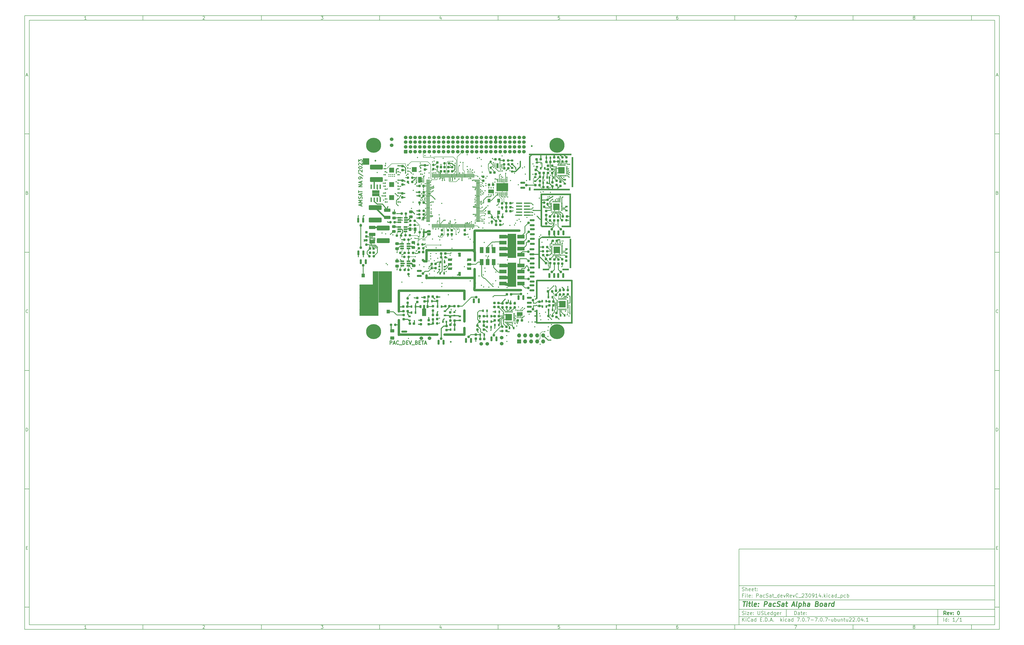
<source format=gbr>
%TF.GenerationSoftware,KiCad,Pcbnew,7.0.7-7.0.7~ubuntu22.04.1*%
%TF.CreationDate,2023-09-14T20:21:39-05:00*%
%TF.ProjectId,PacSat_devRevC_230914,50616353-6174-45f6-9465-76526576435f,0*%
%TF.SameCoordinates,Original*%
%TF.FileFunction,Copper,L1,Top*%
%TF.FilePolarity,Positive*%
%FSLAX46Y46*%
G04 Gerber Fmt 4.6, Leading zero omitted, Abs format (unit mm)*
G04 Created by KiCad (PCBNEW 7.0.7-7.0.7~ubuntu22.04.1) date 2023-09-14 20:21:39*
%MOMM*%
%LPD*%
G01*
G04 APERTURE LIST*
G04 Aperture macros list*
%AMRoundRect*
0 Rectangle with rounded corners*
0 $1 Rounding radius*
0 $2 $3 $4 $5 $6 $7 $8 $9 X,Y pos of 4 corners*
0 Add a 4 corners polygon primitive as box body*
4,1,4,$2,$3,$4,$5,$6,$7,$8,$9,$2,$3,0*
0 Add four circle primitives for the rounded corners*
1,1,$1+$1,$2,$3*
1,1,$1+$1,$4,$5*
1,1,$1+$1,$6,$7*
1,1,$1+$1,$8,$9*
0 Add four rect primitives between the rounded corners*
20,1,$1+$1,$2,$3,$4,$5,0*
20,1,$1+$1,$4,$5,$6,$7,0*
20,1,$1+$1,$6,$7,$8,$9,0*
20,1,$1+$1,$8,$9,$2,$3,0*%
%AMFreePoly0*
4,1,9,3.862500,-0.866500,0.737500,-0.866500,0.737500,-0.450000,-0.737500,-0.450000,-0.737500,0.450000,0.737500,0.450000,0.737500,0.866500,3.862500,0.866500,3.862500,-0.866500,3.862500,-0.866500,$1*%
%AMFreePoly1*
4,1,19,0.500000,-0.750000,0.000000,-0.750000,0.000000,-0.744911,-0.071157,-0.744911,-0.207708,-0.704816,-0.327430,-0.627875,-0.420627,-0.520320,-0.479746,-0.390866,-0.500000,-0.250000,-0.500000,0.250000,-0.479746,0.390866,-0.420627,0.520320,-0.327430,0.627875,-0.207708,0.704816,-0.071157,0.744911,0.000000,0.744911,0.000000,0.750000,0.500000,0.750000,0.500000,-0.750000,0.500000,-0.750000,
$1*%
%AMFreePoly2*
4,1,19,0.000000,0.744911,0.071157,0.744911,0.207708,0.704816,0.327430,0.627875,0.420627,0.520320,0.479746,0.390866,0.500000,0.250000,0.500000,-0.250000,0.479746,-0.390866,0.420627,-0.520320,0.327430,-0.627875,0.207708,-0.704816,0.071157,-0.744911,0.000000,-0.744911,0.000000,-0.750000,-0.500000,-0.750000,-0.500000,0.750000,0.000000,0.750000,0.000000,0.744911,0.000000,0.744911,
$1*%
G04 Aperture macros list end*
%ADD10C,0.100000*%
%ADD11C,0.150000*%
%ADD12C,0.300000*%
%ADD13C,0.400000*%
%TA.AperFunction,NonConductor*%
%ADD14C,0.200000*%
%TD*%
%TA.AperFunction,NonConductor*%
%ADD15C,0.300000*%
%TD*%
%TA.AperFunction,SMDPad,CuDef*%
%ADD16RoundRect,0.237500X0.237500X-0.300000X0.237500X0.300000X-0.237500X0.300000X-0.237500X-0.300000X0*%
%TD*%
%TA.AperFunction,SMDPad,CuDef*%
%ADD17RoundRect,0.237500X0.300000X0.237500X-0.300000X0.237500X-0.300000X-0.237500X0.300000X-0.237500X0*%
%TD*%
%TA.AperFunction,SMDPad,CuDef*%
%ADD18RoundRect,0.237500X-0.237500X0.300000X-0.237500X-0.300000X0.237500X-0.300000X0.237500X0.300000X0*%
%TD*%
%TA.AperFunction,SMDPad,CuDef*%
%ADD19RoundRect,0.237500X0.237500X-0.287500X0.237500X0.287500X-0.237500X0.287500X-0.237500X-0.287500X0*%
%TD*%
%TA.AperFunction,SMDPad,CuDef*%
%ADD20R,0.300000X1.600000*%
%TD*%
%TA.AperFunction,SMDPad,CuDef*%
%ADD21R,1.600000X0.300000*%
%TD*%
%TA.AperFunction,SMDPad,CuDef*%
%ADD22RoundRect,0.250000X-0.475000X0.337500X-0.475000X-0.337500X0.475000X-0.337500X0.475000X0.337500X0*%
%TD*%
%TA.AperFunction,SMDPad,CuDef*%
%ADD23RoundRect,0.237500X0.237500X-0.250000X0.237500X0.250000X-0.237500X0.250000X-0.237500X-0.250000X0*%
%TD*%
%TA.AperFunction,SMDPad,CuDef*%
%ADD24RoundRect,0.237500X-0.300000X-0.237500X0.300000X-0.237500X0.300000X0.237500X-0.300000X0.237500X0*%
%TD*%
%TA.AperFunction,SMDPad,CuDef*%
%ADD25R,0.660400X1.016000*%
%TD*%
%TA.AperFunction,SMDPad,CuDef*%
%ADD26R,0.762000X10.414000*%
%TD*%
%TA.AperFunction,SMDPad,CuDef*%
%ADD27R,18.064480X0.762000*%
%TD*%
%TA.AperFunction,SMDPad,CuDef*%
%ADD28R,0.762000X1.369060*%
%TD*%
%TA.AperFunction,SMDPad,CuDef*%
%ADD29R,0.762000X12.700000*%
%TD*%
%TA.AperFunction,SMDPad,CuDef*%
%ADD30R,15.240000X0.762000*%
%TD*%
%TA.AperFunction,SMDPad,CuDef*%
%ADD31RoundRect,0.237500X0.250000X0.237500X-0.250000X0.237500X-0.250000X-0.237500X0.250000X-0.237500X0*%
%TD*%
%TA.AperFunction,SMDPad,CuDef*%
%ADD32RoundRect,0.237500X-0.250000X-0.237500X0.250000X-0.237500X0.250000X0.237500X-0.250000X0.237500X0*%
%TD*%
%TA.AperFunction,SMDPad,CuDef*%
%ADD33RoundRect,0.249999X-2.450001X0.737501X-2.450001X-0.737501X2.450001X-0.737501X2.450001X0.737501X0*%
%TD*%
%TA.AperFunction,SMDPad,CuDef*%
%ADD34R,0.900000X1.300000*%
%TD*%
%TA.AperFunction,SMDPad,CuDef*%
%ADD35FreePoly0,270.000000*%
%TD*%
%TA.AperFunction,SMDPad,CuDef*%
%ADD36C,0.750000*%
%TD*%
%TA.AperFunction,SMDPad,CuDef*%
%ADD37R,2.000000X2.000000*%
%TD*%
%TA.AperFunction,SMDPad,CuDef*%
%ADD38R,0.600000X0.500000*%
%TD*%
%TA.AperFunction,SMDPad,CuDef*%
%ADD39RoundRect,0.254000X-0.254000X0.254000X-0.254000X-0.254000X0.254000X-0.254000X0.254000X0.254000X0*%
%TD*%
%TA.AperFunction,SMDPad,CuDef*%
%ADD40RoundRect,0.200000X-0.200000X0.800000X-0.200000X-0.800000X0.200000X-0.800000X0.200000X0.800000X0*%
%TD*%
%TA.AperFunction,ComponentPad*%
%ADD41C,1.524000*%
%TD*%
%TA.AperFunction,SMDPad,CuDef*%
%ADD42RoundRect,0.250001X-0.624999X0.462499X-0.624999X-0.462499X0.624999X-0.462499X0.624999X0.462499X0*%
%TD*%
%TA.AperFunction,SMDPad,CuDef*%
%ADD43R,2.390000X1.600000*%
%TD*%
%TA.AperFunction,SMDPad,CuDef*%
%ADD44R,0.460000X0.710000*%
%TD*%
%TA.AperFunction,SMDPad,CuDef*%
%ADD45RoundRect,0.062500X-0.300000X-0.062500X0.300000X-0.062500X0.300000X0.062500X-0.300000X0.062500X0*%
%TD*%
%TA.AperFunction,SMDPad,CuDef*%
%ADD46R,0.900000X2.000000*%
%TD*%
%TA.AperFunction,ComponentPad*%
%ADD47C,6.350000*%
%TD*%
%TA.AperFunction,ComponentPad*%
%ADD48RoundRect,0.290840X-0.471160X-0.471160X0.471160X-0.471160X0.471160X0.471160X-0.471160X0.471160X0*%
%TD*%
%TA.AperFunction,SMDPad,CuDef*%
%ADD49R,2.350000X1.580000*%
%TD*%
%TA.AperFunction,SMDPad,CuDef*%
%ADD50R,0.300000X0.700000*%
%TD*%
%TA.AperFunction,SMDPad,CuDef*%
%ADD51R,0.900000X0.700000*%
%TD*%
%TA.AperFunction,SMDPad,CuDef*%
%ADD52R,1.016000X0.660400*%
%TD*%
%TA.AperFunction,SMDPad,CuDef*%
%ADD53RoundRect,0.237500X-0.237500X0.250000X-0.237500X-0.250000X0.237500X-0.250000X0.237500X0.250000X0*%
%TD*%
%TA.AperFunction,SMDPad,CuDef*%
%ADD54R,1.397000X1.524000*%
%TD*%
%TA.AperFunction,ComponentPad*%
%ADD55C,1.016000*%
%TD*%
%TA.AperFunction,SMDPad,CuDef*%
%ADD56R,5.664200X13.208000*%
%TD*%
%TA.AperFunction,SMDPad,CuDef*%
%ADD57R,2.387600X18.796000*%
%TD*%
%TA.AperFunction,SMDPad,CuDef*%
%ADD58R,1.560000X0.650000*%
%TD*%
%TA.AperFunction,SMDPad,CuDef*%
%ADD59RoundRect,0.250000X0.475000X-0.337500X0.475000X0.337500X-0.475000X0.337500X-0.475000X-0.337500X0*%
%TD*%
%TA.AperFunction,SMDPad,CuDef*%
%ADD60R,1.650000X2.540000*%
%TD*%
%TA.AperFunction,SMDPad,CuDef*%
%ADD61RoundRect,0.250001X1.074999X-0.462499X1.074999X0.462499X-1.074999X0.462499X-1.074999X-0.462499X0*%
%TD*%
%TA.AperFunction,SMDPad,CuDef*%
%ADD62R,3.810000X0.762000*%
%TD*%
%TA.AperFunction,SMDPad,CuDef*%
%ADD63R,0.762000X13.970000*%
%TD*%
%TA.AperFunction,SMDPad,CuDef*%
%ADD64R,12.954000X0.762000*%
%TD*%
%TA.AperFunction,SMDPad,CuDef*%
%ADD65R,0.939800X0.508000*%
%TD*%
%TA.AperFunction,SMDPad,CuDef*%
%ADD66R,0.939800X0.787400*%
%TD*%
%TA.AperFunction,SMDPad,CuDef*%
%ADD67RoundRect,0.218750X-0.256250X0.218750X-0.256250X-0.218750X0.256250X-0.218750X0.256250X0.218750X0*%
%TD*%
%TA.AperFunction,SMDPad,CuDef*%
%ADD68RoundRect,0.250000X0.337500X0.475000X-0.337500X0.475000X-0.337500X-0.475000X0.337500X-0.475000X0*%
%TD*%
%TA.AperFunction,SMDPad,CuDef*%
%ADD69R,2.794000X2.794000*%
%TD*%
%TA.AperFunction,SMDPad,CuDef*%
%ADD70R,0.650000X0.350000*%
%TD*%
%TA.AperFunction,SMDPad,CuDef*%
%ADD71R,0.350000X0.650000*%
%TD*%
%TA.AperFunction,SMDPad,CuDef*%
%ADD72FreePoly1,270.000000*%
%TD*%
%TA.AperFunction,SMDPad,CuDef*%
%ADD73FreePoly2,270.000000*%
%TD*%
%TA.AperFunction,SMDPad,CuDef*%
%ADD74R,0.350000X0.700000*%
%TD*%
%TA.AperFunction,SMDPad,CuDef*%
%ADD75RoundRect,0.100000X0.100000X-0.687500X0.100000X0.687500X-0.100000X0.687500X-0.100000X-0.687500X0*%
%TD*%
%TA.AperFunction,SMDPad,CuDef*%
%ADD76R,5.000000X3.400000*%
%TD*%
%TA.AperFunction,ComponentPad*%
%ADD77O,2.540000X0.889000*%
%TD*%
%TA.AperFunction,SMDPad,CuDef*%
%ADD78R,14.935200X0.762000*%
%TD*%
%TA.AperFunction,SMDPad,CuDef*%
%ADD79R,0.762000X5.740400*%
%TD*%
%TA.AperFunction,SMDPad,CuDef*%
%ADD80R,0.762000X7.874000*%
%TD*%
%TA.AperFunction,SMDPad,CuDef*%
%ADD81R,0.762000X18.542000*%
%TD*%
%TA.AperFunction,SMDPad,CuDef*%
%ADD82RoundRect,0.249999X2.450001X-0.737501X2.450001X0.737501X-2.450001X0.737501X-2.450001X-0.737501X0*%
%TD*%
%TA.AperFunction,ComponentPad*%
%ADD83C,1.000000*%
%TD*%
%TA.AperFunction,SMDPad,CuDef*%
%ADD84R,0.650000X0.400000*%
%TD*%
%TA.AperFunction,SMDPad,CuDef*%
%ADD85R,2.540000X0.508000*%
%TD*%
%TA.AperFunction,SMDPad,CuDef*%
%ADD86R,0.700000X0.900000*%
%TD*%
%TA.AperFunction,SMDPad,CuDef*%
%ADD87R,1.580000X2.350000*%
%TD*%
%TA.AperFunction,SMDPad,CuDef*%
%ADD88R,0.700000X0.350000*%
%TD*%
%TA.AperFunction,SMDPad,CuDef*%
%ADD89R,3.048000X1.524000*%
%TD*%
%TA.AperFunction,SMDPad,CuDef*%
%ADD90R,3.556000X10.160000*%
%TD*%
%TA.AperFunction,SMDPad,CuDef*%
%ADD91RoundRect,0.250001X-1.074999X0.462499X-1.074999X-0.462499X1.074999X-0.462499X1.074999X0.462499X0*%
%TD*%
%TA.AperFunction,SMDPad,CuDef*%
%ADD92R,2.794000X0.762000*%
%TD*%
%TA.AperFunction,SMDPad,CuDef*%
%ADD93R,12.090400X0.762000*%
%TD*%
%TA.AperFunction,SMDPad,CuDef*%
%ADD94R,0.762000X12.446000*%
%TD*%
%TA.AperFunction,SMDPad,CuDef*%
%ADD95RoundRect,0.254000X0.254000X-0.254000X0.254000X0.254000X-0.254000X0.254000X-0.254000X-0.254000X0*%
%TD*%
%TA.AperFunction,SMDPad,CuDef*%
%ADD96RoundRect,0.200000X0.200000X-0.800000X0.200000X0.800000X-0.200000X0.800000X-0.200000X-0.800000X0*%
%TD*%
%TA.AperFunction,SMDPad,CuDef*%
%ADD97R,1.778000X1.016000*%
%TD*%
%TA.AperFunction,SMDPad,CuDef*%
%ADD98R,1.016000X1.778000*%
%TD*%
%TA.AperFunction,SMDPad,CuDef*%
%ADD99R,1.300000X1.600000*%
%TD*%
%TA.AperFunction,SMDPad,CuDef*%
%ADD100R,0.610000X1.910000*%
%TD*%
%TA.AperFunction,SMDPad,CuDef*%
%ADD101R,1.550000X1.205000*%
%TD*%
%TA.AperFunction,ComponentPad*%
%ADD102R,1.700000X1.700000*%
%TD*%
%TA.AperFunction,ComponentPad*%
%ADD103O,1.700000X1.700000*%
%TD*%
%TA.AperFunction,ComponentPad*%
%ADD104RoundRect,0.254000X0.254000X-0.254000X0.254000X0.254000X-0.254000X0.254000X-0.254000X-0.254000X0*%
%TD*%
%TA.AperFunction,ComponentPad*%
%ADD105RoundRect,0.200000X0.200000X-0.800000X0.200000X0.800000X-0.200000X0.800000X-0.200000X-0.800000X0*%
%TD*%
%TA.AperFunction,ComponentPad*%
%ADD106RoundRect,0.254000X0.254000X0.254000X-0.254000X0.254000X-0.254000X-0.254000X0.254000X-0.254000X0*%
%TD*%
%TA.AperFunction,ComponentPad*%
%ADD107RoundRect,0.200000X0.800000X0.200000X-0.800000X0.200000X-0.800000X-0.200000X0.800000X-0.200000X0*%
%TD*%
%TA.AperFunction,ComponentPad*%
%ADD108RoundRect,0.254000X-0.254000X0.254000X-0.254000X-0.254000X0.254000X-0.254000X0.254000X0.254000X0*%
%TD*%
%TA.AperFunction,ComponentPad*%
%ADD109RoundRect,0.200000X-0.200000X0.800000X-0.200000X-0.800000X0.200000X-0.800000X0.200000X0.800000X0*%
%TD*%
%TA.AperFunction,ComponentPad*%
%ADD110RoundRect,0.254000X-0.254000X-0.254000X0.254000X-0.254000X0.254000X0.254000X-0.254000X0.254000X0*%
%TD*%
%TA.AperFunction,ComponentPad*%
%ADD111RoundRect,0.200000X-0.800000X-0.200000X0.800000X-0.200000X0.800000X0.200000X-0.800000X0.200000X0*%
%TD*%
%TA.AperFunction,ViaPad*%
%ADD112C,0.508000*%
%TD*%
%TA.AperFunction,Conductor*%
%ADD113C,0.304800*%
%TD*%
%TA.AperFunction,Conductor*%
%ADD114C,0.330200*%
%TD*%
%TA.AperFunction,Conductor*%
%ADD115C,0.152400*%
%TD*%
%TA.AperFunction,Conductor*%
%ADD116C,0.254000*%
%TD*%
%TA.AperFunction,Conductor*%
%ADD117C,0.381000*%
%TD*%
%TA.AperFunction,Conductor*%
%ADD118C,1.016000*%
%TD*%
%TA.AperFunction,Conductor*%
%ADD119C,0.508000*%
%TD*%
%TA.AperFunction,Conductor*%
%ADD120C,0.203200*%
%TD*%
%TA.AperFunction,Conductor*%
%ADD121C,1.270000*%
%TD*%
%TA.AperFunction,Conductor*%
%ADD122C,0.127000*%
%TD*%
%TA.AperFunction,Conductor*%
%ADD123C,0.635000*%
%TD*%
%TA.AperFunction,Conductor*%
%ADD124C,0.762000*%
%TD*%
%TA.AperFunction,Conductor*%
%ADD125C,0.345440*%
%TD*%
G04 APERTURE END LIST*
D10*
D11*
X311800000Y-235400000D02*
X419800000Y-235400000D01*
X419800000Y-267400000D01*
X311800000Y-267400000D01*
X311800000Y-235400000D01*
D10*
D11*
X10000000Y-10000000D02*
X421800000Y-10000000D01*
X421800000Y-269400000D01*
X10000000Y-269400000D01*
X10000000Y-10000000D01*
D10*
D11*
X12000000Y-12000000D02*
X419800000Y-12000000D01*
X419800000Y-267400000D01*
X12000000Y-267400000D01*
X12000000Y-12000000D01*
D10*
D11*
X60000000Y-12000000D02*
X60000000Y-10000000D01*
D10*
D11*
X110000000Y-12000000D02*
X110000000Y-10000000D01*
D10*
D11*
X160000000Y-12000000D02*
X160000000Y-10000000D01*
D10*
D11*
X210000000Y-12000000D02*
X210000000Y-10000000D01*
D10*
D11*
X260000000Y-12000000D02*
X260000000Y-10000000D01*
D10*
D11*
X310000000Y-12000000D02*
X310000000Y-10000000D01*
D10*
D11*
X360000000Y-12000000D02*
X360000000Y-10000000D01*
D10*
D11*
X410000000Y-12000000D02*
X410000000Y-10000000D01*
D10*
D11*
X36089160Y-11593604D02*
X35346303Y-11593604D01*
X35717731Y-11593604D02*
X35717731Y-10293604D01*
X35717731Y-10293604D02*
X35593922Y-10479319D01*
X35593922Y-10479319D02*
X35470112Y-10603128D01*
X35470112Y-10603128D02*
X35346303Y-10665033D01*
D10*
D11*
X85346303Y-10417414D02*
X85408207Y-10355509D01*
X85408207Y-10355509D02*
X85532017Y-10293604D01*
X85532017Y-10293604D02*
X85841541Y-10293604D01*
X85841541Y-10293604D02*
X85965350Y-10355509D01*
X85965350Y-10355509D02*
X86027255Y-10417414D01*
X86027255Y-10417414D02*
X86089160Y-10541223D01*
X86089160Y-10541223D02*
X86089160Y-10665033D01*
X86089160Y-10665033D02*
X86027255Y-10850747D01*
X86027255Y-10850747D02*
X85284398Y-11593604D01*
X85284398Y-11593604D02*
X86089160Y-11593604D01*
D10*
D11*
X135284398Y-10293604D02*
X136089160Y-10293604D01*
X136089160Y-10293604D02*
X135655826Y-10788842D01*
X135655826Y-10788842D02*
X135841541Y-10788842D01*
X135841541Y-10788842D02*
X135965350Y-10850747D01*
X135965350Y-10850747D02*
X136027255Y-10912652D01*
X136027255Y-10912652D02*
X136089160Y-11036461D01*
X136089160Y-11036461D02*
X136089160Y-11345985D01*
X136089160Y-11345985D02*
X136027255Y-11469795D01*
X136027255Y-11469795D02*
X135965350Y-11531700D01*
X135965350Y-11531700D02*
X135841541Y-11593604D01*
X135841541Y-11593604D02*
X135470112Y-11593604D01*
X135470112Y-11593604D02*
X135346303Y-11531700D01*
X135346303Y-11531700D02*
X135284398Y-11469795D01*
D10*
D11*
X185965350Y-10726938D02*
X185965350Y-11593604D01*
X185655826Y-10231700D02*
X185346303Y-11160271D01*
X185346303Y-11160271D02*
X186151064Y-11160271D01*
D10*
D11*
X236027255Y-10293604D02*
X235408207Y-10293604D01*
X235408207Y-10293604D02*
X235346303Y-10912652D01*
X235346303Y-10912652D02*
X235408207Y-10850747D01*
X235408207Y-10850747D02*
X235532017Y-10788842D01*
X235532017Y-10788842D02*
X235841541Y-10788842D01*
X235841541Y-10788842D02*
X235965350Y-10850747D01*
X235965350Y-10850747D02*
X236027255Y-10912652D01*
X236027255Y-10912652D02*
X236089160Y-11036461D01*
X236089160Y-11036461D02*
X236089160Y-11345985D01*
X236089160Y-11345985D02*
X236027255Y-11469795D01*
X236027255Y-11469795D02*
X235965350Y-11531700D01*
X235965350Y-11531700D02*
X235841541Y-11593604D01*
X235841541Y-11593604D02*
X235532017Y-11593604D01*
X235532017Y-11593604D02*
X235408207Y-11531700D01*
X235408207Y-11531700D02*
X235346303Y-11469795D01*
D10*
D11*
X285965350Y-10293604D02*
X285717731Y-10293604D01*
X285717731Y-10293604D02*
X285593922Y-10355509D01*
X285593922Y-10355509D02*
X285532017Y-10417414D01*
X285532017Y-10417414D02*
X285408207Y-10603128D01*
X285408207Y-10603128D02*
X285346303Y-10850747D01*
X285346303Y-10850747D02*
X285346303Y-11345985D01*
X285346303Y-11345985D02*
X285408207Y-11469795D01*
X285408207Y-11469795D02*
X285470112Y-11531700D01*
X285470112Y-11531700D02*
X285593922Y-11593604D01*
X285593922Y-11593604D02*
X285841541Y-11593604D01*
X285841541Y-11593604D02*
X285965350Y-11531700D01*
X285965350Y-11531700D02*
X286027255Y-11469795D01*
X286027255Y-11469795D02*
X286089160Y-11345985D01*
X286089160Y-11345985D02*
X286089160Y-11036461D01*
X286089160Y-11036461D02*
X286027255Y-10912652D01*
X286027255Y-10912652D02*
X285965350Y-10850747D01*
X285965350Y-10850747D02*
X285841541Y-10788842D01*
X285841541Y-10788842D02*
X285593922Y-10788842D01*
X285593922Y-10788842D02*
X285470112Y-10850747D01*
X285470112Y-10850747D02*
X285408207Y-10912652D01*
X285408207Y-10912652D02*
X285346303Y-11036461D01*
D10*
D11*
X335284398Y-10293604D02*
X336151064Y-10293604D01*
X336151064Y-10293604D02*
X335593922Y-11593604D01*
D10*
D11*
X385593922Y-10850747D02*
X385470112Y-10788842D01*
X385470112Y-10788842D02*
X385408207Y-10726938D01*
X385408207Y-10726938D02*
X385346303Y-10603128D01*
X385346303Y-10603128D02*
X385346303Y-10541223D01*
X385346303Y-10541223D02*
X385408207Y-10417414D01*
X385408207Y-10417414D02*
X385470112Y-10355509D01*
X385470112Y-10355509D02*
X385593922Y-10293604D01*
X385593922Y-10293604D02*
X385841541Y-10293604D01*
X385841541Y-10293604D02*
X385965350Y-10355509D01*
X385965350Y-10355509D02*
X386027255Y-10417414D01*
X386027255Y-10417414D02*
X386089160Y-10541223D01*
X386089160Y-10541223D02*
X386089160Y-10603128D01*
X386089160Y-10603128D02*
X386027255Y-10726938D01*
X386027255Y-10726938D02*
X385965350Y-10788842D01*
X385965350Y-10788842D02*
X385841541Y-10850747D01*
X385841541Y-10850747D02*
X385593922Y-10850747D01*
X385593922Y-10850747D02*
X385470112Y-10912652D01*
X385470112Y-10912652D02*
X385408207Y-10974557D01*
X385408207Y-10974557D02*
X385346303Y-11098366D01*
X385346303Y-11098366D02*
X385346303Y-11345985D01*
X385346303Y-11345985D02*
X385408207Y-11469795D01*
X385408207Y-11469795D02*
X385470112Y-11531700D01*
X385470112Y-11531700D02*
X385593922Y-11593604D01*
X385593922Y-11593604D02*
X385841541Y-11593604D01*
X385841541Y-11593604D02*
X385965350Y-11531700D01*
X385965350Y-11531700D02*
X386027255Y-11469795D01*
X386027255Y-11469795D02*
X386089160Y-11345985D01*
X386089160Y-11345985D02*
X386089160Y-11098366D01*
X386089160Y-11098366D02*
X386027255Y-10974557D01*
X386027255Y-10974557D02*
X385965350Y-10912652D01*
X385965350Y-10912652D02*
X385841541Y-10850747D01*
D10*
D11*
X60000000Y-267400000D02*
X60000000Y-269400000D01*
D10*
D11*
X110000000Y-267400000D02*
X110000000Y-269400000D01*
D10*
D11*
X160000000Y-267400000D02*
X160000000Y-269400000D01*
D10*
D11*
X210000000Y-267400000D02*
X210000000Y-269400000D01*
D10*
D11*
X260000000Y-267400000D02*
X260000000Y-269400000D01*
D10*
D11*
X310000000Y-267400000D02*
X310000000Y-269400000D01*
D10*
D11*
X360000000Y-267400000D02*
X360000000Y-269400000D01*
D10*
D11*
X410000000Y-267400000D02*
X410000000Y-269400000D01*
D10*
D11*
X36089160Y-268993604D02*
X35346303Y-268993604D01*
X35717731Y-268993604D02*
X35717731Y-267693604D01*
X35717731Y-267693604D02*
X35593922Y-267879319D01*
X35593922Y-267879319D02*
X35470112Y-268003128D01*
X35470112Y-268003128D02*
X35346303Y-268065033D01*
D10*
D11*
X85346303Y-267817414D02*
X85408207Y-267755509D01*
X85408207Y-267755509D02*
X85532017Y-267693604D01*
X85532017Y-267693604D02*
X85841541Y-267693604D01*
X85841541Y-267693604D02*
X85965350Y-267755509D01*
X85965350Y-267755509D02*
X86027255Y-267817414D01*
X86027255Y-267817414D02*
X86089160Y-267941223D01*
X86089160Y-267941223D02*
X86089160Y-268065033D01*
X86089160Y-268065033D02*
X86027255Y-268250747D01*
X86027255Y-268250747D02*
X85284398Y-268993604D01*
X85284398Y-268993604D02*
X86089160Y-268993604D01*
D10*
D11*
X135284398Y-267693604D02*
X136089160Y-267693604D01*
X136089160Y-267693604D02*
X135655826Y-268188842D01*
X135655826Y-268188842D02*
X135841541Y-268188842D01*
X135841541Y-268188842D02*
X135965350Y-268250747D01*
X135965350Y-268250747D02*
X136027255Y-268312652D01*
X136027255Y-268312652D02*
X136089160Y-268436461D01*
X136089160Y-268436461D02*
X136089160Y-268745985D01*
X136089160Y-268745985D02*
X136027255Y-268869795D01*
X136027255Y-268869795D02*
X135965350Y-268931700D01*
X135965350Y-268931700D02*
X135841541Y-268993604D01*
X135841541Y-268993604D02*
X135470112Y-268993604D01*
X135470112Y-268993604D02*
X135346303Y-268931700D01*
X135346303Y-268931700D02*
X135284398Y-268869795D01*
D10*
D11*
X185965350Y-268126938D02*
X185965350Y-268993604D01*
X185655826Y-267631700D02*
X185346303Y-268560271D01*
X185346303Y-268560271D02*
X186151064Y-268560271D01*
D10*
D11*
X236027255Y-267693604D02*
X235408207Y-267693604D01*
X235408207Y-267693604D02*
X235346303Y-268312652D01*
X235346303Y-268312652D02*
X235408207Y-268250747D01*
X235408207Y-268250747D02*
X235532017Y-268188842D01*
X235532017Y-268188842D02*
X235841541Y-268188842D01*
X235841541Y-268188842D02*
X235965350Y-268250747D01*
X235965350Y-268250747D02*
X236027255Y-268312652D01*
X236027255Y-268312652D02*
X236089160Y-268436461D01*
X236089160Y-268436461D02*
X236089160Y-268745985D01*
X236089160Y-268745985D02*
X236027255Y-268869795D01*
X236027255Y-268869795D02*
X235965350Y-268931700D01*
X235965350Y-268931700D02*
X235841541Y-268993604D01*
X235841541Y-268993604D02*
X235532017Y-268993604D01*
X235532017Y-268993604D02*
X235408207Y-268931700D01*
X235408207Y-268931700D02*
X235346303Y-268869795D01*
D10*
D11*
X285965350Y-267693604D02*
X285717731Y-267693604D01*
X285717731Y-267693604D02*
X285593922Y-267755509D01*
X285593922Y-267755509D02*
X285532017Y-267817414D01*
X285532017Y-267817414D02*
X285408207Y-268003128D01*
X285408207Y-268003128D02*
X285346303Y-268250747D01*
X285346303Y-268250747D02*
X285346303Y-268745985D01*
X285346303Y-268745985D02*
X285408207Y-268869795D01*
X285408207Y-268869795D02*
X285470112Y-268931700D01*
X285470112Y-268931700D02*
X285593922Y-268993604D01*
X285593922Y-268993604D02*
X285841541Y-268993604D01*
X285841541Y-268993604D02*
X285965350Y-268931700D01*
X285965350Y-268931700D02*
X286027255Y-268869795D01*
X286027255Y-268869795D02*
X286089160Y-268745985D01*
X286089160Y-268745985D02*
X286089160Y-268436461D01*
X286089160Y-268436461D02*
X286027255Y-268312652D01*
X286027255Y-268312652D02*
X285965350Y-268250747D01*
X285965350Y-268250747D02*
X285841541Y-268188842D01*
X285841541Y-268188842D02*
X285593922Y-268188842D01*
X285593922Y-268188842D02*
X285470112Y-268250747D01*
X285470112Y-268250747D02*
X285408207Y-268312652D01*
X285408207Y-268312652D02*
X285346303Y-268436461D01*
D10*
D11*
X335284398Y-267693604D02*
X336151064Y-267693604D01*
X336151064Y-267693604D02*
X335593922Y-268993604D01*
D10*
D11*
X385593922Y-268250747D02*
X385470112Y-268188842D01*
X385470112Y-268188842D02*
X385408207Y-268126938D01*
X385408207Y-268126938D02*
X385346303Y-268003128D01*
X385346303Y-268003128D02*
X385346303Y-267941223D01*
X385346303Y-267941223D02*
X385408207Y-267817414D01*
X385408207Y-267817414D02*
X385470112Y-267755509D01*
X385470112Y-267755509D02*
X385593922Y-267693604D01*
X385593922Y-267693604D02*
X385841541Y-267693604D01*
X385841541Y-267693604D02*
X385965350Y-267755509D01*
X385965350Y-267755509D02*
X386027255Y-267817414D01*
X386027255Y-267817414D02*
X386089160Y-267941223D01*
X386089160Y-267941223D02*
X386089160Y-268003128D01*
X386089160Y-268003128D02*
X386027255Y-268126938D01*
X386027255Y-268126938D02*
X385965350Y-268188842D01*
X385965350Y-268188842D02*
X385841541Y-268250747D01*
X385841541Y-268250747D02*
X385593922Y-268250747D01*
X385593922Y-268250747D02*
X385470112Y-268312652D01*
X385470112Y-268312652D02*
X385408207Y-268374557D01*
X385408207Y-268374557D02*
X385346303Y-268498366D01*
X385346303Y-268498366D02*
X385346303Y-268745985D01*
X385346303Y-268745985D02*
X385408207Y-268869795D01*
X385408207Y-268869795D02*
X385470112Y-268931700D01*
X385470112Y-268931700D02*
X385593922Y-268993604D01*
X385593922Y-268993604D02*
X385841541Y-268993604D01*
X385841541Y-268993604D02*
X385965350Y-268931700D01*
X385965350Y-268931700D02*
X386027255Y-268869795D01*
X386027255Y-268869795D02*
X386089160Y-268745985D01*
X386089160Y-268745985D02*
X386089160Y-268498366D01*
X386089160Y-268498366D02*
X386027255Y-268374557D01*
X386027255Y-268374557D02*
X385965350Y-268312652D01*
X385965350Y-268312652D02*
X385841541Y-268250747D01*
D10*
D11*
X10000000Y-60000000D02*
X12000000Y-60000000D01*
D10*
D11*
X10000000Y-110000000D02*
X12000000Y-110000000D01*
D10*
D11*
X10000000Y-160000000D02*
X12000000Y-160000000D01*
D10*
D11*
X10000000Y-210000000D02*
X12000000Y-210000000D01*
D10*
D11*
X10000000Y-260000000D02*
X12000000Y-260000000D01*
D10*
D11*
X10690476Y-35222176D02*
X11309523Y-35222176D01*
X10566666Y-35593604D02*
X10999999Y-34293604D01*
X10999999Y-34293604D02*
X11433333Y-35593604D01*
D10*
D11*
X11092857Y-84912652D02*
X11278571Y-84974557D01*
X11278571Y-84974557D02*
X11340476Y-85036461D01*
X11340476Y-85036461D02*
X11402380Y-85160271D01*
X11402380Y-85160271D02*
X11402380Y-85345985D01*
X11402380Y-85345985D02*
X11340476Y-85469795D01*
X11340476Y-85469795D02*
X11278571Y-85531700D01*
X11278571Y-85531700D02*
X11154761Y-85593604D01*
X11154761Y-85593604D02*
X10659523Y-85593604D01*
X10659523Y-85593604D02*
X10659523Y-84293604D01*
X10659523Y-84293604D02*
X11092857Y-84293604D01*
X11092857Y-84293604D02*
X11216666Y-84355509D01*
X11216666Y-84355509D02*
X11278571Y-84417414D01*
X11278571Y-84417414D02*
X11340476Y-84541223D01*
X11340476Y-84541223D02*
X11340476Y-84665033D01*
X11340476Y-84665033D02*
X11278571Y-84788842D01*
X11278571Y-84788842D02*
X11216666Y-84850747D01*
X11216666Y-84850747D02*
X11092857Y-84912652D01*
X11092857Y-84912652D02*
X10659523Y-84912652D01*
D10*
D11*
X11402380Y-135469795D02*
X11340476Y-135531700D01*
X11340476Y-135531700D02*
X11154761Y-135593604D01*
X11154761Y-135593604D02*
X11030952Y-135593604D01*
X11030952Y-135593604D02*
X10845238Y-135531700D01*
X10845238Y-135531700D02*
X10721428Y-135407890D01*
X10721428Y-135407890D02*
X10659523Y-135284080D01*
X10659523Y-135284080D02*
X10597619Y-135036461D01*
X10597619Y-135036461D02*
X10597619Y-134850747D01*
X10597619Y-134850747D02*
X10659523Y-134603128D01*
X10659523Y-134603128D02*
X10721428Y-134479319D01*
X10721428Y-134479319D02*
X10845238Y-134355509D01*
X10845238Y-134355509D02*
X11030952Y-134293604D01*
X11030952Y-134293604D02*
X11154761Y-134293604D01*
X11154761Y-134293604D02*
X11340476Y-134355509D01*
X11340476Y-134355509D02*
X11402380Y-134417414D01*
D10*
D11*
X10659523Y-185593604D02*
X10659523Y-184293604D01*
X10659523Y-184293604D02*
X10969047Y-184293604D01*
X10969047Y-184293604D02*
X11154761Y-184355509D01*
X11154761Y-184355509D02*
X11278571Y-184479319D01*
X11278571Y-184479319D02*
X11340476Y-184603128D01*
X11340476Y-184603128D02*
X11402380Y-184850747D01*
X11402380Y-184850747D02*
X11402380Y-185036461D01*
X11402380Y-185036461D02*
X11340476Y-185284080D01*
X11340476Y-185284080D02*
X11278571Y-185407890D01*
X11278571Y-185407890D02*
X11154761Y-185531700D01*
X11154761Y-185531700D02*
X10969047Y-185593604D01*
X10969047Y-185593604D02*
X10659523Y-185593604D01*
D10*
D11*
X10721428Y-234912652D02*
X11154762Y-234912652D01*
X11340476Y-235593604D02*
X10721428Y-235593604D01*
X10721428Y-235593604D02*
X10721428Y-234293604D01*
X10721428Y-234293604D02*
X11340476Y-234293604D01*
D10*
D11*
X421800000Y-60000000D02*
X419800000Y-60000000D01*
D10*
D11*
X421800000Y-110000000D02*
X419800000Y-110000000D01*
D10*
D11*
X421800000Y-160000000D02*
X419800000Y-160000000D01*
D10*
D11*
X421800000Y-210000000D02*
X419800000Y-210000000D01*
D10*
D11*
X421800000Y-260000000D02*
X419800000Y-260000000D01*
D10*
D11*
X420490476Y-35222176D02*
X421109523Y-35222176D01*
X420366666Y-35593604D02*
X420799999Y-34293604D01*
X420799999Y-34293604D02*
X421233333Y-35593604D01*
D10*
D11*
X420892857Y-84912652D02*
X421078571Y-84974557D01*
X421078571Y-84974557D02*
X421140476Y-85036461D01*
X421140476Y-85036461D02*
X421202380Y-85160271D01*
X421202380Y-85160271D02*
X421202380Y-85345985D01*
X421202380Y-85345985D02*
X421140476Y-85469795D01*
X421140476Y-85469795D02*
X421078571Y-85531700D01*
X421078571Y-85531700D02*
X420954761Y-85593604D01*
X420954761Y-85593604D02*
X420459523Y-85593604D01*
X420459523Y-85593604D02*
X420459523Y-84293604D01*
X420459523Y-84293604D02*
X420892857Y-84293604D01*
X420892857Y-84293604D02*
X421016666Y-84355509D01*
X421016666Y-84355509D02*
X421078571Y-84417414D01*
X421078571Y-84417414D02*
X421140476Y-84541223D01*
X421140476Y-84541223D02*
X421140476Y-84665033D01*
X421140476Y-84665033D02*
X421078571Y-84788842D01*
X421078571Y-84788842D02*
X421016666Y-84850747D01*
X421016666Y-84850747D02*
X420892857Y-84912652D01*
X420892857Y-84912652D02*
X420459523Y-84912652D01*
D10*
D11*
X421202380Y-135469795D02*
X421140476Y-135531700D01*
X421140476Y-135531700D02*
X420954761Y-135593604D01*
X420954761Y-135593604D02*
X420830952Y-135593604D01*
X420830952Y-135593604D02*
X420645238Y-135531700D01*
X420645238Y-135531700D02*
X420521428Y-135407890D01*
X420521428Y-135407890D02*
X420459523Y-135284080D01*
X420459523Y-135284080D02*
X420397619Y-135036461D01*
X420397619Y-135036461D02*
X420397619Y-134850747D01*
X420397619Y-134850747D02*
X420459523Y-134603128D01*
X420459523Y-134603128D02*
X420521428Y-134479319D01*
X420521428Y-134479319D02*
X420645238Y-134355509D01*
X420645238Y-134355509D02*
X420830952Y-134293604D01*
X420830952Y-134293604D02*
X420954761Y-134293604D01*
X420954761Y-134293604D02*
X421140476Y-134355509D01*
X421140476Y-134355509D02*
X421202380Y-134417414D01*
D10*
D11*
X420459523Y-185593604D02*
X420459523Y-184293604D01*
X420459523Y-184293604D02*
X420769047Y-184293604D01*
X420769047Y-184293604D02*
X420954761Y-184355509D01*
X420954761Y-184355509D02*
X421078571Y-184479319D01*
X421078571Y-184479319D02*
X421140476Y-184603128D01*
X421140476Y-184603128D02*
X421202380Y-184850747D01*
X421202380Y-184850747D02*
X421202380Y-185036461D01*
X421202380Y-185036461D02*
X421140476Y-185284080D01*
X421140476Y-185284080D02*
X421078571Y-185407890D01*
X421078571Y-185407890D02*
X420954761Y-185531700D01*
X420954761Y-185531700D02*
X420769047Y-185593604D01*
X420769047Y-185593604D02*
X420459523Y-185593604D01*
D10*
D11*
X420521428Y-234912652D02*
X420954762Y-234912652D01*
X421140476Y-235593604D02*
X420521428Y-235593604D01*
X420521428Y-235593604D02*
X420521428Y-234293604D01*
X420521428Y-234293604D02*
X421140476Y-234293604D01*
D10*
D11*
X335255826Y-263186128D02*
X335255826Y-261686128D01*
X335255826Y-261686128D02*
X335612969Y-261686128D01*
X335612969Y-261686128D02*
X335827255Y-261757557D01*
X335827255Y-261757557D02*
X335970112Y-261900414D01*
X335970112Y-261900414D02*
X336041541Y-262043271D01*
X336041541Y-262043271D02*
X336112969Y-262328985D01*
X336112969Y-262328985D02*
X336112969Y-262543271D01*
X336112969Y-262543271D02*
X336041541Y-262828985D01*
X336041541Y-262828985D02*
X335970112Y-262971842D01*
X335970112Y-262971842D02*
X335827255Y-263114700D01*
X335827255Y-263114700D02*
X335612969Y-263186128D01*
X335612969Y-263186128D02*
X335255826Y-263186128D01*
X337398684Y-263186128D02*
X337398684Y-262400414D01*
X337398684Y-262400414D02*
X337327255Y-262257557D01*
X337327255Y-262257557D02*
X337184398Y-262186128D01*
X337184398Y-262186128D02*
X336898684Y-262186128D01*
X336898684Y-262186128D02*
X336755826Y-262257557D01*
X337398684Y-263114700D02*
X337255826Y-263186128D01*
X337255826Y-263186128D02*
X336898684Y-263186128D01*
X336898684Y-263186128D02*
X336755826Y-263114700D01*
X336755826Y-263114700D02*
X336684398Y-262971842D01*
X336684398Y-262971842D02*
X336684398Y-262828985D01*
X336684398Y-262828985D02*
X336755826Y-262686128D01*
X336755826Y-262686128D02*
X336898684Y-262614700D01*
X336898684Y-262614700D02*
X337255826Y-262614700D01*
X337255826Y-262614700D02*
X337398684Y-262543271D01*
X337898684Y-262186128D02*
X338470112Y-262186128D01*
X338112969Y-261686128D02*
X338112969Y-262971842D01*
X338112969Y-262971842D02*
X338184398Y-263114700D01*
X338184398Y-263114700D02*
X338327255Y-263186128D01*
X338327255Y-263186128D02*
X338470112Y-263186128D01*
X339541541Y-263114700D02*
X339398684Y-263186128D01*
X339398684Y-263186128D02*
X339112970Y-263186128D01*
X339112970Y-263186128D02*
X338970112Y-263114700D01*
X338970112Y-263114700D02*
X338898684Y-262971842D01*
X338898684Y-262971842D02*
X338898684Y-262400414D01*
X338898684Y-262400414D02*
X338970112Y-262257557D01*
X338970112Y-262257557D02*
X339112970Y-262186128D01*
X339112970Y-262186128D02*
X339398684Y-262186128D01*
X339398684Y-262186128D02*
X339541541Y-262257557D01*
X339541541Y-262257557D02*
X339612970Y-262400414D01*
X339612970Y-262400414D02*
X339612970Y-262543271D01*
X339612970Y-262543271D02*
X338898684Y-262686128D01*
X340255826Y-263043271D02*
X340327255Y-263114700D01*
X340327255Y-263114700D02*
X340255826Y-263186128D01*
X340255826Y-263186128D02*
X340184398Y-263114700D01*
X340184398Y-263114700D02*
X340255826Y-263043271D01*
X340255826Y-263043271D02*
X340255826Y-263186128D01*
X340255826Y-262257557D02*
X340327255Y-262328985D01*
X340327255Y-262328985D02*
X340255826Y-262400414D01*
X340255826Y-262400414D02*
X340184398Y-262328985D01*
X340184398Y-262328985D02*
X340255826Y-262257557D01*
X340255826Y-262257557D02*
X340255826Y-262400414D01*
D10*
D11*
X311800000Y-263900000D02*
X419800000Y-263900000D01*
D10*
D11*
X313255826Y-265986128D02*
X313255826Y-264486128D01*
X314112969Y-265986128D02*
X313470112Y-265128985D01*
X314112969Y-264486128D02*
X313255826Y-265343271D01*
X314755826Y-265986128D02*
X314755826Y-264986128D01*
X314755826Y-264486128D02*
X314684398Y-264557557D01*
X314684398Y-264557557D02*
X314755826Y-264628985D01*
X314755826Y-264628985D02*
X314827255Y-264557557D01*
X314827255Y-264557557D02*
X314755826Y-264486128D01*
X314755826Y-264486128D02*
X314755826Y-264628985D01*
X316327255Y-265843271D02*
X316255827Y-265914700D01*
X316255827Y-265914700D02*
X316041541Y-265986128D01*
X316041541Y-265986128D02*
X315898684Y-265986128D01*
X315898684Y-265986128D02*
X315684398Y-265914700D01*
X315684398Y-265914700D02*
X315541541Y-265771842D01*
X315541541Y-265771842D02*
X315470112Y-265628985D01*
X315470112Y-265628985D02*
X315398684Y-265343271D01*
X315398684Y-265343271D02*
X315398684Y-265128985D01*
X315398684Y-265128985D02*
X315470112Y-264843271D01*
X315470112Y-264843271D02*
X315541541Y-264700414D01*
X315541541Y-264700414D02*
X315684398Y-264557557D01*
X315684398Y-264557557D02*
X315898684Y-264486128D01*
X315898684Y-264486128D02*
X316041541Y-264486128D01*
X316041541Y-264486128D02*
X316255827Y-264557557D01*
X316255827Y-264557557D02*
X316327255Y-264628985D01*
X317612970Y-265986128D02*
X317612970Y-265200414D01*
X317612970Y-265200414D02*
X317541541Y-265057557D01*
X317541541Y-265057557D02*
X317398684Y-264986128D01*
X317398684Y-264986128D02*
X317112970Y-264986128D01*
X317112970Y-264986128D02*
X316970112Y-265057557D01*
X317612970Y-265914700D02*
X317470112Y-265986128D01*
X317470112Y-265986128D02*
X317112970Y-265986128D01*
X317112970Y-265986128D02*
X316970112Y-265914700D01*
X316970112Y-265914700D02*
X316898684Y-265771842D01*
X316898684Y-265771842D02*
X316898684Y-265628985D01*
X316898684Y-265628985D02*
X316970112Y-265486128D01*
X316970112Y-265486128D02*
X317112970Y-265414700D01*
X317112970Y-265414700D02*
X317470112Y-265414700D01*
X317470112Y-265414700D02*
X317612970Y-265343271D01*
X318970113Y-265986128D02*
X318970113Y-264486128D01*
X318970113Y-265914700D02*
X318827255Y-265986128D01*
X318827255Y-265986128D02*
X318541541Y-265986128D01*
X318541541Y-265986128D02*
X318398684Y-265914700D01*
X318398684Y-265914700D02*
X318327255Y-265843271D01*
X318327255Y-265843271D02*
X318255827Y-265700414D01*
X318255827Y-265700414D02*
X318255827Y-265271842D01*
X318255827Y-265271842D02*
X318327255Y-265128985D01*
X318327255Y-265128985D02*
X318398684Y-265057557D01*
X318398684Y-265057557D02*
X318541541Y-264986128D01*
X318541541Y-264986128D02*
X318827255Y-264986128D01*
X318827255Y-264986128D02*
X318970113Y-265057557D01*
X320827255Y-265200414D02*
X321327255Y-265200414D01*
X321541541Y-265986128D02*
X320827255Y-265986128D01*
X320827255Y-265986128D02*
X320827255Y-264486128D01*
X320827255Y-264486128D02*
X321541541Y-264486128D01*
X322184398Y-265843271D02*
X322255827Y-265914700D01*
X322255827Y-265914700D02*
X322184398Y-265986128D01*
X322184398Y-265986128D02*
X322112970Y-265914700D01*
X322112970Y-265914700D02*
X322184398Y-265843271D01*
X322184398Y-265843271D02*
X322184398Y-265986128D01*
X322898684Y-265986128D02*
X322898684Y-264486128D01*
X322898684Y-264486128D02*
X323255827Y-264486128D01*
X323255827Y-264486128D02*
X323470113Y-264557557D01*
X323470113Y-264557557D02*
X323612970Y-264700414D01*
X323612970Y-264700414D02*
X323684399Y-264843271D01*
X323684399Y-264843271D02*
X323755827Y-265128985D01*
X323755827Y-265128985D02*
X323755827Y-265343271D01*
X323755827Y-265343271D02*
X323684399Y-265628985D01*
X323684399Y-265628985D02*
X323612970Y-265771842D01*
X323612970Y-265771842D02*
X323470113Y-265914700D01*
X323470113Y-265914700D02*
X323255827Y-265986128D01*
X323255827Y-265986128D02*
X322898684Y-265986128D01*
X324398684Y-265843271D02*
X324470113Y-265914700D01*
X324470113Y-265914700D02*
X324398684Y-265986128D01*
X324398684Y-265986128D02*
X324327256Y-265914700D01*
X324327256Y-265914700D02*
X324398684Y-265843271D01*
X324398684Y-265843271D02*
X324398684Y-265986128D01*
X325041542Y-265557557D02*
X325755828Y-265557557D01*
X324898685Y-265986128D02*
X325398685Y-264486128D01*
X325398685Y-264486128D02*
X325898685Y-265986128D01*
X326398684Y-265843271D02*
X326470113Y-265914700D01*
X326470113Y-265914700D02*
X326398684Y-265986128D01*
X326398684Y-265986128D02*
X326327256Y-265914700D01*
X326327256Y-265914700D02*
X326398684Y-265843271D01*
X326398684Y-265843271D02*
X326398684Y-265986128D01*
X329398684Y-265986128D02*
X329398684Y-264486128D01*
X329541542Y-265414700D02*
X329970113Y-265986128D01*
X329970113Y-264986128D02*
X329398684Y-265557557D01*
X330612970Y-265986128D02*
X330612970Y-264986128D01*
X330612970Y-264486128D02*
X330541542Y-264557557D01*
X330541542Y-264557557D02*
X330612970Y-264628985D01*
X330612970Y-264628985D02*
X330684399Y-264557557D01*
X330684399Y-264557557D02*
X330612970Y-264486128D01*
X330612970Y-264486128D02*
X330612970Y-264628985D01*
X331970114Y-265914700D02*
X331827256Y-265986128D01*
X331827256Y-265986128D02*
X331541542Y-265986128D01*
X331541542Y-265986128D02*
X331398685Y-265914700D01*
X331398685Y-265914700D02*
X331327256Y-265843271D01*
X331327256Y-265843271D02*
X331255828Y-265700414D01*
X331255828Y-265700414D02*
X331255828Y-265271842D01*
X331255828Y-265271842D02*
X331327256Y-265128985D01*
X331327256Y-265128985D02*
X331398685Y-265057557D01*
X331398685Y-265057557D02*
X331541542Y-264986128D01*
X331541542Y-264986128D02*
X331827256Y-264986128D01*
X331827256Y-264986128D02*
X331970114Y-265057557D01*
X333255828Y-265986128D02*
X333255828Y-265200414D01*
X333255828Y-265200414D02*
X333184399Y-265057557D01*
X333184399Y-265057557D02*
X333041542Y-264986128D01*
X333041542Y-264986128D02*
X332755828Y-264986128D01*
X332755828Y-264986128D02*
X332612970Y-265057557D01*
X333255828Y-265914700D02*
X333112970Y-265986128D01*
X333112970Y-265986128D02*
X332755828Y-265986128D01*
X332755828Y-265986128D02*
X332612970Y-265914700D01*
X332612970Y-265914700D02*
X332541542Y-265771842D01*
X332541542Y-265771842D02*
X332541542Y-265628985D01*
X332541542Y-265628985D02*
X332612970Y-265486128D01*
X332612970Y-265486128D02*
X332755828Y-265414700D01*
X332755828Y-265414700D02*
X333112970Y-265414700D01*
X333112970Y-265414700D02*
X333255828Y-265343271D01*
X334612971Y-265986128D02*
X334612971Y-264486128D01*
X334612971Y-265914700D02*
X334470113Y-265986128D01*
X334470113Y-265986128D02*
X334184399Y-265986128D01*
X334184399Y-265986128D02*
X334041542Y-265914700D01*
X334041542Y-265914700D02*
X333970113Y-265843271D01*
X333970113Y-265843271D02*
X333898685Y-265700414D01*
X333898685Y-265700414D02*
X333898685Y-265271842D01*
X333898685Y-265271842D02*
X333970113Y-265128985D01*
X333970113Y-265128985D02*
X334041542Y-265057557D01*
X334041542Y-265057557D02*
X334184399Y-264986128D01*
X334184399Y-264986128D02*
X334470113Y-264986128D01*
X334470113Y-264986128D02*
X334612971Y-265057557D01*
X336327256Y-264486128D02*
X337327256Y-264486128D01*
X337327256Y-264486128D02*
X336684399Y-265986128D01*
X337898684Y-265843271D02*
X337970113Y-265914700D01*
X337970113Y-265914700D02*
X337898684Y-265986128D01*
X337898684Y-265986128D02*
X337827256Y-265914700D01*
X337827256Y-265914700D02*
X337898684Y-265843271D01*
X337898684Y-265843271D02*
X337898684Y-265986128D01*
X338898685Y-264486128D02*
X339041542Y-264486128D01*
X339041542Y-264486128D02*
X339184399Y-264557557D01*
X339184399Y-264557557D02*
X339255828Y-264628985D01*
X339255828Y-264628985D02*
X339327256Y-264771842D01*
X339327256Y-264771842D02*
X339398685Y-265057557D01*
X339398685Y-265057557D02*
X339398685Y-265414700D01*
X339398685Y-265414700D02*
X339327256Y-265700414D01*
X339327256Y-265700414D02*
X339255828Y-265843271D01*
X339255828Y-265843271D02*
X339184399Y-265914700D01*
X339184399Y-265914700D02*
X339041542Y-265986128D01*
X339041542Y-265986128D02*
X338898685Y-265986128D01*
X338898685Y-265986128D02*
X338755828Y-265914700D01*
X338755828Y-265914700D02*
X338684399Y-265843271D01*
X338684399Y-265843271D02*
X338612970Y-265700414D01*
X338612970Y-265700414D02*
X338541542Y-265414700D01*
X338541542Y-265414700D02*
X338541542Y-265057557D01*
X338541542Y-265057557D02*
X338612970Y-264771842D01*
X338612970Y-264771842D02*
X338684399Y-264628985D01*
X338684399Y-264628985D02*
X338755828Y-264557557D01*
X338755828Y-264557557D02*
X338898685Y-264486128D01*
X340041541Y-265843271D02*
X340112970Y-265914700D01*
X340112970Y-265914700D02*
X340041541Y-265986128D01*
X340041541Y-265986128D02*
X339970113Y-265914700D01*
X339970113Y-265914700D02*
X340041541Y-265843271D01*
X340041541Y-265843271D02*
X340041541Y-265986128D01*
X340612970Y-264486128D02*
X341612970Y-264486128D01*
X341612970Y-264486128D02*
X340970113Y-265986128D01*
X342184398Y-265414700D02*
X343327256Y-265414700D01*
X343898684Y-264486128D02*
X344898684Y-264486128D01*
X344898684Y-264486128D02*
X344255827Y-265986128D01*
X345470112Y-265843271D02*
X345541541Y-265914700D01*
X345541541Y-265914700D02*
X345470112Y-265986128D01*
X345470112Y-265986128D02*
X345398684Y-265914700D01*
X345398684Y-265914700D02*
X345470112Y-265843271D01*
X345470112Y-265843271D02*
X345470112Y-265986128D01*
X346470113Y-264486128D02*
X346612970Y-264486128D01*
X346612970Y-264486128D02*
X346755827Y-264557557D01*
X346755827Y-264557557D02*
X346827256Y-264628985D01*
X346827256Y-264628985D02*
X346898684Y-264771842D01*
X346898684Y-264771842D02*
X346970113Y-265057557D01*
X346970113Y-265057557D02*
X346970113Y-265414700D01*
X346970113Y-265414700D02*
X346898684Y-265700414D01*
X346898684Y-265700414D02*
X346827256Y-265843271D01*
X346827256Y-265843271D02*
X346755827Y-265914700D01*
X346755827Y-265914700D02*
X346612970Y-265986128D01*
X346612970Y-265986128D02*
X346470113Y-265986128D01*
X346470113Y-265986128D02*
X346327256Y-265914700D01*
X346327256Y-265914700D02*
X346255827Y-265843271D01*
X346255827Y-265843271D02*
X346184398Y-265700414D01*
X346184398Y-265700414D02*
X346112970Y-265414700D01*
X346112970Y-265414700D02*
X346112970Y-265057557D01*
X346112970Y-265057557D02*
X346184398Y-264771842D01*
X346184398Y-264771842D02*
X346255827Y-264628985D01*
X346255827Y-264628985D02*
X346327256Y-264557557D01*
X346327256Y-264557557D02*
X346470113Y-264486128D01*
X347612969Y-265843271D02*
X347684398Y-265914700D01*
X347684398Y-265914700D02*
X347612969Y-265986128D01*
X347612969Y-265986128D02*
X347541541Y-265914700D01*
X347541541Y-265914700D02*
X347612969Y-265843271D01*
X347612969Y-265843271D02*
X347612969Y-265986128D01*
X348184398Y-264486128D02*
X349184398Y-264486128D01*
X349184398Y-264486128D02*
X348541541Y-265986128D01*
X349541541Y-265414700D02*
X349612969Y-265343271D01*
X349612969Y-265343271D02*
X349755826Y-265271842D01*
X349755826Y-265271842D02*
X350041541Y-265414700D01*
X350041541Y-265414700D02*
X350184398Y-265343271D01*
X350184398Y-265343271D02*
X350255826Y-265271842D01*
X351470113Y-264986128D02*
X351470113Y-265986128D01*
X350827255Y-264986128D02*
X350827255Y-265771842D01*
X350827255Y-265771842D02*
X350898684Y-265914700D01*
X350898684Y-265914700D02*
X351041541Y-265986128D01*
X351041541Y-265986128D02*
X351255827Y-265986128D01*
X351255827Y-265986128D02*
X351398684Y-265914700D01*
X351398684Y-265914700D02*
X351470113Y-265843271D01*
X352184398Y-265986128D02*
X352184398Y-264486128D01*
X352184398Y-265057557D02*
X352327256Y-264986128D01*
X352327256Y-264986128D02*
X352612970Y-264986128D01*
X352612970Y-264986128D02*
X352755827Y-265057557D01*
X352755827Y-265057557D02*
X352827256Y-265128985D01*
X352827256Y-265128985D02*
X352898684Y-265271842D01*
X352898684Y-265271842D02*
X352898684Y-265700414D01*
X352898684Y-265700414D02*
X352827256Y-265843271D01*
X352827256Y-265843271D02*
X352755827Y-265914700D01*
X352755827Y-265914700D02*
X352612970Y-265986128D01*
X352612970Y-265986128D02*
X352327256Y-265986128D01*
X352327256Y-265986128D02*
X352184398Y-265914700D01*
X354184399Y-264986128D02*
X354184399Y-265986128D01*
X353541541Y-264986128D02*
X353541541Y-265771842D01*
X353541541Y-265771842D02*
X353612970Y-265914700D01*
X353612970Y-265914700D02*
X353755827Y-265986128D01*
X353755827Y-265986128D02*
X353970113Y-265986128D01*
X353970113Y-265986128D02*
X354112970Y-265914700D01*
X354112970Y-265914700D02*
X354184399Y-265843271D01*
X354898684Y-264986128D02*
X354898684Y-265986128D01*
X354898684Y-265128985D02*
X354970113Y-265057557D01*
X354970113Y-265057557D02*
X355112970Y-264986128D01*
X355112970Y-264986128D02*
X355327256Y-264986128D01*
X355327256Y-264986128D02*
X355470113Y-265057557D01*
X355470113Y-265057557D02*
X355541542Y-265200414D01*
X355541542Y-265200414D02*
X355541542Y-265986128D01*
X356041542Y-264986128D02*
X356612970Y-264986128D01*
X356255827Y-264486128D02*
X356255827Y-265771842D01*
X356255827Y-265771842D02*
X356327256Y-265914700D01*
X356327256Y-265914700D02*
X356470113Y-265986128D01*
X356470113Y-265986128D02*
X356612970Y-265986128D01*
X357755828Y-264986128D02*
X357755828Y-265986128D01*
X357112970Y-264986128D02*
X357112970Y-265771842D01*
X357112970Y-265771842D02*
X357184399Y-265914700D01*
X357184399Y-265914700D02*
X357327256Y-265986128D01*
X357327256Y-265986128D02*
X357541542Y-265986128D01*
X357541542Y-265986128D02*
X357684399Y-265914700D01*
X357684399Y-265914700D02*
X357755828Y-265843271D01*
X358398685Y-264628985D02*
X358470113Y-264557557D01*
X358470113Y-264557557D02*
X358612971Y-264486128D01*
X358612971Y-264486128D02*
X358970113Y-264486128D01*
X358970113Y-264486128D02*
X359112971Y-264557557D01*
X359112971Y-264557557D02*
X359184399Y-264628985D01*
X359184399Y-264628985D02*
X359255828Y-264771842D01*
X359255828Y-264771842D02*
X359255828Y-264914700D01*
X359255828Y-264914700D02*
X359184399Y-265128985D01*
X359184399Y-265128985D02*
X358327256Y-265986128D01*
X358327256Y-265986128D02*
X359255828Y-265986128D01*
X359827256Y-264628985D02*
X359898684Y-264557557D01*
X359898684Y-264557557D02*
X360041542Y-264486128D01*
X360041542Y-264486128D02*
X360398684Y-264486128D01*
X360398684Y-264486128D02*
X360541542Y-264557557D01*
X360541542Y-264557557D02*
X360612970Y-264628985D01*
X360612970Y-264628985D02*
X360684399Y-264771842D01*
X360684399Y-264771842D02*
X360684399Y-264914700D01*
X360684399Y-264914700D02*
X360612970Y-265128985D01*
X360612970Y-265128985D02*
X359755827Y-265986128D01*
X359755827Y-265986128D02*
X360684399Y-265986128D01*
X361327255Y-265843271D02*
X361398684Y-265914700D01*
X361398684Y-265914700D02*
X361327255Y-265986128D01*
X361327255Y-265986128D02*
X361255827Y-265914700D01*
X361255827Y-265914700D02*
X361327255Y-265843271D01*
X361327255Y-265843271D02*
X361327255Y-265986128D01*
X362327256Y-264486128D02*
X362470113Y-264486128D01*
X362470113Y-264486128D02*
X362612970Y-264557557D01*
X362612970Y-264557557D02*
X362684399Y-264628985D01*
X362684399Y-264628985D02*
X362755827Y-264771842D01*
X362755827Y-264771842D02*
X362827256Y-265057557D01*
X362827256Y-265057557D02*
X362827256Y-265414700D01*
X362827256Y-265414700D02*
X362755827Y-265700414D01*
X362755827Y-265700414D02*
X362684399Y-265843271D01*
X362684399Y-265843271D02*
X362612970Y-265914700D01*
X362612970Y-265914700D02*
X362470113Y-265986128D01*
X362470113Y-265986128D02*
X362327256Y-265986128D01*
X362327256Y-265986128D02*
X362184399Y-265914700D01*
X362184399Y-265914700D02*
X362112970Y-265843271D01*
X362112970Y-265843271D02*
X362041541Y-265700414D01*
X362041541Y-265700414D02*
X361970113Y-265414700D01*
X361970113Y-265414700D02*
X361970113Y-265057557D01*
X361970113Y-265057557D02*
X362041541Y-264771842D01*
X362041541Y-264771842D02*
X362112970Y-264628985D01*
X362112970Y-264628985D02*
X362184399Y-264557557D01*
X362184399Y-264557557D02*
X362327256Y-264486128D01*
X364112970Y-264986128D02*
X364112970Y-265986128D01*
X363755827Y-264414700D02*
X363398684Y-265486128D01*
X363398684Y-265486128D02*
X364327255Y-265486128D01*
X364898683Y-265843271D02*
X364970112Y-265914700D01*
X364970112Y-265914700D02*
X364898683Y-265986128D01*
X364898683Y-265986128D02*
X364827255Y-265914700D01*
X364827255Y-265914700D02*
X364898683Y-265843271D01*
X364898683Y-265843271D02*
X364898683Y-265986128D01*
X366398684Y-265986128D02*
X365541541Y-265986128D01*
X365970112Y-265986128D02*
X365970112Y-264486128D01*
X365970112Y-264486128D02*
X365827255Y-264700414D01*
X365827255Y-264700414D02*
X365684398Y-264843271D01*
X365684398Y-264843271D02*
X365541541Y-264914700D01*
D10*
D11*
X311800000Y-260900000D02*
X419800000Y-260900000D01*
D10*
D12*
X399211653Y-263178328D02*
X398711653Y-262464042D01*
X398354510Y-263178328D02*
X398354510Y-261678328D01*
X398354510Y-261678328D02*
X398925939Y-261678328D01*
X398925939Y-261678328D02*
X399068796Y-261749757D01*
X399068796Y-261749757D02*
X399140225Y-261821185D01*
X399140225Y-261821185D02*
X399211653Y-261964042D01*
X399211653Y-261964042D02*
X399211653Y-262178328D01*
X399211653Y-262178328D02*
X399140225Y-262321185D01*
X399140225Y-262321185D02*
X399068796Y-262392614D01*
X399068796Y-262392614D02*
X398925939Y-262464042D01*
X398925939Y-262464042D02*
X398354510Y-262464042D01*
X400425939Y-263106900D02*
X400283082Y-263178328D01*
X400283082Y-263178328D02*
X399997368Y-263178328D01*
X399997368Y-263178328D02*
X399854510Y-263106900D01*
X399854510Y-263106900D02*
X399783082Y-262964042D01*
X399783082Y-262964042D02*
X399783082Y-262392614D01*
X399783082Y-262392614D02*
X399854510Y-262249757D01*
X399854510Y-262249757D02*
X399997368Y-262178328D01*
X399997368Y-262178328D02*
X400283082Y-262178328D01*
X400283082Y-262178328D02*
X400425939Y-262249757D01*
X400425939Y-262249757D02*
X400497368Y-262392614D01*
X400497368Y-262392614D02*
X400497368Y-262535471D01*
X400497368Y-262535471D02*
X399783082Y-262678328D01*
X400997367Y-262178328D02*
X401354510Y-263178328D01*
X401354510Y-263178328D02*
X401711653Y-262178328D01*
X402283081Y-263035471D02*
X402354510Y-263106900D01*
X402354510Y-263106900D02*
X402283081Y-263178328D01*
X402283081Y-263178328D02*
X402211653Y-263106900D01*
X402211653Y-263106900D02*
X402283081Y-263035471D01*
X402283081Y-263035471D02*
X402283081Y-263178328D01*
X402283081Y-262249757D02*
X402354510Y-262321185D01*
X402354510Y-262321185D02*
X402283081Y-262392614D01*
X402283081Y-262392614D02*
X402211653Y-262321185D01*
X402211653Y-262321185D02*
X402283081Y-262249757D01*
X402283081Y-262249757D02*
X402283081Y-262392614D01*
X404425939Y-261678328D02*
X404568796Y-261678328D01*
X404568796Y-261678328D02*
X404711653Y-261749757D01*
X404711653Y-261749757D02*
X404783082Y-261821185D01*
X404783082Y-261821185D02*
X404854510Y-261964042D01*
X404854510Y-261964042D02*
X404925939Y-262249757D01*
X404925939Y-262249757D02*
X404925939Y-262606900D01*
X404925939Y-262606900D02*
X404854510Y-262892614D01*
X404854510Y-262892614D02*
X404783082Y-263035471D01*
X404783082Y-263035471D02*
X404711653Y-263106900D01*
X404711653Y-263106900D02*
X404568796Y-263178328D01*
X404568796Y-263178328D02*
X404425939Y-263178328D01*
X404425939Y-263178328D02*
X404283082Y-263106900D01*
X404283082Y-263106900D02*
X404211653Y-263035471D01*
X404211653Y-263035471D02*
X404140224Y-262892614D01*
X404140224Y-262892614D02*
X404068796Y-262606900D01*
X404068796Y-262606900D02*
X404068796Y-262249757D01*
X404068796Y-262249757D02*
X404140224Y-261964042D01*
X404140224Y-261964042D02*
X404211653Y-261821185D01*
X404211653Y-261821185D02*
X404283082Y-261749757D01*
X404283082Y-261749757D02*
X404425939Y-261678328D01*
D10*
D11*
X313184398Y-263114700D02*
X313398684Y-263186128D01*
X313398684Y-263186128D02*
X313755826Y-263186128D01*
X313755826Y-263186128D02*
X313898684Y-263114700D01*
X313898684Y-263114700D02*
X313970112Y-263043271D01*
X313970112Y-263043271D02*
X314041541Y-262900414D01*
X314041541Y-262900414D02*
X314041541Y-262757557D01*
X314041541Y-262757557D02*
X313970112Y-262614700D01*
X313970112Y-262614700D02*
X313898684Y-262543271D01*
X313898684Y-262543271D02*
X313755826Y-262471842D01*
X313755826Y-262471842D02*
X313470112Y-262400414D01*
X313470112Y-262400414D02*
X313327255Y-262328985D01*
X313327255Y-262328985D02*
X313255826Y-262257557D01*
X313255826Y-262257557D02*
X313184398Y-262114700D01*
X313184398Y-262114700D02*
X313184398Y-261971842D01*
X313184398Y-261971842D02*
X313255826Y-261828985D01*
X313255826Y-261828985D02*
X313327255Y-261757557D01*
X313327255Y-261757557D02*
X313470112Y-261686128D01*
X313470112Y-261686128D02*
X313827255Y-261686128D01*
X313827255Y-261686128D02*
X314041541Y-261757557D01*
X314684397Y-263186128D02*
X314684397Y-262186128D01*
X314684397Y-261686128D02*
X314612969Y-261757557D01*
X314612969Y-261757557D02*
X314684397Y-261828985D01*
X314684397Y-261828985D02*
X314755826Y-261757557D01*
X314755826Y-261757557D02*
X314684397Y-261686128D01*
X314684397Y-261686128D02*
X314684397Y-261828985D01*
X315255826Y-262186128D02*
X316041541Y-262186128D01*
X316041541Y-262186128D02*
X315255826Y-263186128D01*
X315255826Y-263186128D02*
X316041541Y-263186128D01*
X317184398Y-263114700D02*
X317041541Y-263186128D01*
X317041541Y-263186128D02*
X316755827Y-263186128D01*
X316755827Y-263186128D02*
X316612969Y-263114700D01*
X316612969Y-263114700D02*
X316541541Y-262971842D01*
X316541541Y-262971842D02*
X316541541Y-262400414D01*
X316541541Y-262400414D02*
X316612969Y-262257557D01*
X316612969Y-262257557D02*
X316755827Y-262186128D01*
X316755827Y-262186128D02*
X317041541Y-262186128D01*
X317041541Y-262186128D02*
X317184398Y-262257557D01*
X317184398Y-262257557D02*
X317255827Y-262400414D01*
X317255827Y-262400414D02*
X317255827Y-262543271D01*
X317255827Y-262543271D02*
X316541541Y-262686128D01*
X317898683Y-263043271D02*
X317970112Y-263114700D01*
X317970112Y-263114700D02*
X317898683Y-263186128D01*
X317898683Y-263186128D02*
X317827255Y-263114700D01*
X317827255Y-263114700D02*
X317898683Y-263043271D01*
X317898683Y-263043271D02*
X317898683Y-263186128D01*
X317898683Y-262257557D02*
X317970112Y-262328985D01*
X317970112Y-262328985D02*
X317898683Y-262400414D01*
X317898683Y-262400414D02*
X317827255Y-262328985D01*
X317827255Y-262328985D02*
X317898683Y-262257557D01*
X317898683Y-262257557D02*
X317898683Y-262400414D01*
X319755826Y-261686128D02*
X319755826Y-262900414D01*
X319755826Y-262900414D02*
X319827255Y-263043271D01*
X319827255Y-263043271D02*
X319898684Y-263114700D01*
X319898684Y-263114700D02*
X320041541Y-263186128D01*
X320041541Y-263186128D02*
X320327255Y-263186128D01*
X320327255Y-263186128D02*
X320470112Y-263114700D01*
X320470112Y-263114700D02*
X320541541Y-263043271D01*
X320541541Y-263043271D02*
X320612969Y-262900414D01*
X320612969Y-262900414D02*
X320612969Y-261686128D01*
X321255827Y-263114700D02*
X321470113Y-263186128D01*
X321470113Y-263186128D02*
X321827255Y-263186128D01*
X321827255Y-263186128D02*
X321970113Y-263114700D01*
X321970113Y-263114700D02*
X322041541Y-263043271D01*
X322041541Y-263043271D02*
X322112970Y-262900414D01*
X322112970Y-262900414D02*
X322112970Y-262757557D01*
X322112970Y-262757557D02*
X322041541Y-262614700D01*
X322041541Y-262614700D02*
X321970113Y-262543271D01*
X321970113Y-262543271D02*
X321827255Y-262471842D01*
X321827255Y-262471842D02*
X321541541Y-262400414D01*
X321541541Y-262400414D02*
X321398684Y-262328985D01*
X321398684Y-262328985D02*
X321327255Y-262257557D01*
X321327255Y-262257557D02*
X321255827Y-262114700D01*
X321255827Y-262114700D02*
X321255827Y-261971842D01*
X321255827Y-261971842D02*
X321327255Y-261828985D01*
X321327255Y-261828985D02*
X321398684Y-261757557D01*
X321398684Y-261757557D02*
X321541541Y-261686128D01*
X321541541Y-261686128D02*
X321898684Y-261686128D01*
X321898684Y-261686128D02*
X322112970Y-261757557D01*
X323470112Y-263186128D02*
X322755826Y-263186128D01*
X322755826Y-263186128D02*
X322755826Y-261686128D01*
X324541541Y-263114700D02*
X324398684Y-263186128D01*
X324398684Y-263186128D02*
X324112970Y-263186128D01*
X324112970Y-263186128D02*
X323970112Y-263114700D01*
X323970112Y-263114700D02*
X323898684Y-262971842D01*
X323898684Y-262971842D02*
X323898684Y-262400414D01*
X323898684Y-262400414D02*
X323970112Y-262257557D01*
X323970112Y-262257557D02*
X324112970Y-262186128D01*
X324112970Y-262186128D02*
X324398684Y-262186128D01*
X324398684Y-262186128D02*
X324541541Y-262257557D01*
X324541541Y-262257557D02*
X324612970Y-262400414D01*
X324612970Y-262400414D02*
X324612970Y-262543271D01*
X324612970Y-262543271D02*
X323898684Y-262686128D01*
X325898684Y-263186128D02*
X325898684Y-261686128D01*
X325898684Y-263114700D02*
X325755826Y-263186128D01*
X325755826Y-263186128D02*
X325470112Y-263186128D01*
X325470112Y-263186128D02*
X325327255Y-263114700D01*
X325327255Y-263114700D02*
X325255826Y-263043271D01*
X325255826Y-263043271D02*
X325184398Y-262900414D01*
X325184398Y-262900414D02*
X325184398Y-262471842D01*
X325184398Y-262471842D02*
X325255826Y-262328985D01*
X325255826Y-262328985D02*
X325327255Y-262257557D01*
X325327255Y-262257557D02*
X325470112Y-262186128D01*
X325470112Y-262186128D02*
X325755826Y-262186128D01*
X325755826Y-262186128D02*
X325898684Y-262257557D01*
X327255827Y-262186128D02*
X327255827Y-263400414D01*
X327255827Y-263400414D02*
X327184398Y-263543271D01*
X327184398Y-263543271D02*
X327112969Y-263614700D01*
X327112969Y-263614700D02*
X326970112Y-263686128D01*
X326970112Y-263686128D02*
X326755827Y-263686128D01*
X326755827Y-263686128D02*
X326612969Y-263614700D01*
X327255827Y-263114700D02*
X327112969Y-263186128D01*
X327112969Y-263186128D02*
X326827255Y-263186128D01*
X326827255Y-263186128D02*
X326684398Y-263114700D01*
X326684398Y-263114700D02*
X326612969Y-263043271D01*
X326612969Y-263043271D02*
X326541541Y-262900414D01*
X326541541Y-262900414D02*
X326541541Y-262471842D01*
X326541541Y-262471842D02*
X326612969Y-262328985D01*
X326612969Y-262328985D02*
X326684398Y-262257557D01*
X326684398Y-262257557D02*
X326827255Y-262186128D01*
X326827255Y-262186128D02*
X327112969Y-262186128D01*
X327112969Y-262186128D02*
X327255827Y-262257557D01*
X328541541Y-263114700D02*
X328398684Y-263186128D01*
X328398684Y-263186128D02*
X328112970Y-263186128D01*
X328112970Y-263186128D02*
X327970112Y-263114700D01*
X327970112Y-263114700D02*
X327898684Y-262971842D01*
X327898684Y-262971842D02*
X327898684Y-262400414D01*
X327898684Y-262400414D02*
X327970112Y-262257557D01*
X327970112Y-262257557D02*
X328112970Y-262186128D01*
X328112970Y-262186128D02*
X328398684Y-262186128D01*
X328398684Y-262186128D02*
X328541541Y-262257557D01*
X328541541Y-262257557D02*
X328612970Y-262400414D01*
X328612970Y-262400414D02*
X328612970Y-262543271D01*
X328612970Y-262543271D02*
X327898684Y-262686128D01*
X329255826Y-263186128D02*
X329255826Y-262186128D01*
X329255826Y-262471842D02*
X329327255Y-262328985D01*
X329327255Y-262328985D02*
X329398684Y-262257557D01*
X329398684Y-262257557D02*
X329541541Y-262186128D01*
X329541541Y-262186128D02*
X329684398Y-262186128D01*
D10*
D11*
X398255826Y-265986128D02*
X398255826Y-264486128D01*
X399612970Y-265986128D02*
X399612970Y-264486128D01*
X399612970Y-265914700D02*
X399470112Y-265986128D01*
X399470112Y-265986128D02*
X399184398Y-265986128D01*
X399184398Y-265986128D02*
X399041541Y-265914700D01*
X399041541Y-265914700D02*
X398970112Y-265843271D01*
X398970112Y-265843271D02*
X398898684Y-265700414D01*
X398898684Y-265700414D02*
X398898684Y-265271842D01*
X398898684Y-265271842D02*
X398970112Y-265128985D01*
X398970112Y-265128985D02*
X399041541Y-265057557D01*
X399041541Y-265057557D02*
X399184398Y-264986128D01*
X399184398Y-264986128D02*
X399470112Y-264986128D01*
X399470112Y-264986128D02*
X399612970Y-265057557D01*
X400327255Y-265843271D02*
X400398684Y-265914700D01*
X400398684Y-265914700D02*
X400327255Y-265986128D01*
X400327255Y-265986128D02*
X400255827Y-265914700D01*
X400255827Y-265914700D02*
X400327255Y-265843271D01*
X400327255Y-265843271D02*
X400327255Y-265986128D01*
X400327255Y-265057557D02*
X400398684Y-265128985D01*
X400398684Y-265128985D02*
X400327255Y-265200414D01*
X400327255Y-265200414D02*
X400255827Y-265128985D01*
X400255827Y-265128985D02*
X400327255Y-265057557D01*
X400327255Y-265057557D02*
X400327255Y-265200414D01*
X402970113Y-265986128D02*
X402112970Y-265986128D01*
X402541541Y-265986128D02*
X402541541Y-264486128D01*
X402541541Y-264486128D02*
X402398684Y-264700414D01*
X402398684Y-264700414D02*
X402255827Y-264843271D01*
X402255827Y-264843271D02*
X402112970Y-264914700D01*
X404684398Y-264414700D02*
X403398684Y-266343271D01*
X405970113Y-265986128D02*
X405112970Y-265986128D01*
X405541541Y-265986128D02*
X405541541Y-264486128D01*
X405541541Y-264486128D02*
X405398684Y-264700414D01*
X405398684Y-264700414D02*
X405255827Y-264843271D01*
X405255827Y-264843271D02*
X405112970Y-264914700D01*
D10*
D11*
X311800000Y-256900000D02*
X419800000Y-256900000D01*
D10*
D13*
X313491728Y-257604438D02*
X314634585Y-257604438D01*
X313813157Y-259604438D02*
X314063157Y-257604438D01*
X315051252Y-259604438D02*
X315217919Y-258271104D01*
X315301252Y-257604438D02*
X315194109Y-257699676D01*
X315194109Y-257699676D02*
X315277443Y-257794914D01*
X315277443Y-257794914D02*
X315384586Y-257699676D01*
X315384586Y-257699676D02*
X315301252Y-257604438D01*
X315301252Y-257604438D02*
X315277443Y-257794914D01*
X315884586Y-258271104D02*
X316646490Y-258271104D01*
X316253633Y-257604438D02*
X316039348Y-259318723D01*
X316039348Y-259318723D02*
X316110776Y-259509200D01*
X316110776Y-259509200D02*
X316289348Y-259604438D01*
X316289348Y-259604438D02*
X316479824Y-259604438D01*
X317432205Y-259604438D02*
X317253633Y-259509200D01*
X317253633Y-259509200D02*
X317182205Y-259318723D01*
X317182205Y-259318723D02*
X317396490Y-257604438D01*
X318967919Y-259509200D02*
X318765538Y-259604438D01*
X318765538Y-259604438D02*
X318384585Y-259604438D01*
X318384585Y-259604438D02*
X318206014Y-259509200D01*
X318206014Y-259509200D02*
X318134585Y-259318723D01*
X318134585Y-259318723D02*
X318229824Y-258556819D01*
X318229824Y-258556819D02*
X318348871Y-258366342D01*
X318348871Y-258366342D02*
X318551252Y-258271104D01*
X318551252Y-258271104D02*
X318932204Y-258271104D01*
X318932204Y-258271104D02*
X319110776Y-258366342D01*
X319110776Y-258366342D02*
X319182204Y-258556819D01*
X319182204Y-258556819D02*
X319158395Y-258747295D01*
X319158395Y-258747295D02*
X318182204Y-258937771D01*
X319932205Y-259413961D02*
X320015538Y-259509200D01*
X320015538Y-259509200D02*
X319908395Y-259604438D01*
X319908395Y-259604438D02*
X319825062Y-259509200D01*
X319825062Y-259509200D02*
X319932205Y-259413961D01*
X319932205Y-259413961D02*
X319908395Y-259604438D01*
X320063157Y-258366342D02*
X320146490Y-258461580D01*
X320146490Y-258461580D02*
X320039348Y-258556819D01*
X320039348Y-258556819D02*
X319956014Y-258461580D01*
X319956014Y-258461580D02*
X320063157Y-258366342D01*
X320063157Y-258366342D02*
X320039348Y-258556819D01*
X322384586Y-259604438D02*
X322634586Y-257604438D01*
X322634586Y-257604438D02*
X323396491Y-257604438D01*
X323396491Y-257604438D02*
X323575062Y-257699676D01*
X323575062Y-257699676D02*
X323658396Y-257794914D01*
X323658396Y-257794914D02*
X323729824Y-257985390D01*
X323729824Y-257985390D02*
X323694110Y-258271104D01*
X323694110Y-258271104D02*
X323575062Y-258461580D01*
X323575062Y-258461580D02*
X323467920Y-258556819D01*
X323467920Y-258556819D02*
X323265539Y-258652057D01*
X323265539Y-258652057D02*
X322503634Y-258652057D01*
X325241729Y-259604438D02*
X325372681Y-258556819D01*
X325372681Y-258556819D02*
X325301253Y-258366342D01*
X325301253Y-258366342D02*
X325122681Y-258271104D01*
X325122681Y-258271104D02*
X324741729Y-258271104D01*
X324741729Y-258271104D02*
X324539348Y-258366342D01*
X325253634Y-259509200D02*
X325051253Y-259604438D01*
X325051253Y-259604438D02*
X324575062Y-259604438D01*
X324575062Y-259604438D02*
X324396491Y-259509200D01*
X324396491Y-259509200D02*
X324325062Y-259318723D01*
X324325062Y-259318723D02*
X324348872Y-259128247D01*
X324348872Y-259128247D02*
X324467920Y-258937771D01*
X324467920Y-258937771D02*
X324670301Y-258842533D01*
X324670301Y-258842533D02*
X325146491Y-258842533D01*
X325146491Y-258842533D02*
X325348872Y-258747295D01*
X327063158Y-259509200D02*
X326860777Y-259604438D01*
X326860777Y-259604438D02*
X326479825Y-259604438D01*
X326479825Y-259604438D02*
X326301253Y-259509200D01*
X326301253Y-259509200D02*
X326217920Y-259413961D01*
X326217920Y-259413961D02*
X326146491Y-259223485D01*
X326146491Y-259223485D02*
X326217920Y-258652057D01*
X326217920Y-258652057D02*
X326336967Y-258461580D01*
X326336967Y-258461580D02*
X326444110Y-258366342D01*
X326444110Y-258366342D02*
X326646491Y-258271104D01*
X326646491Y-258271104D02*
X327027444Y-258271104D01*
X327027444Y-258271104D02*
X327206015Y-258366342D01*
X327825063Y-259509200D02*
X328098872Y-259604438D01*
X328098872Y-259604438D02*
X328575063Y-259604438D01*
X328575063Y-259604438D02*
X328777444Y-259509200D01*
X328777444Y-259509200D02*
X328884587Y-259413961D01*
X328884587Y-259413961D02*
X329003634Y-259223485D01*
X329003634Y-259223485D02*
X329027444Y-259033009D01*
X329027444Y-259033009D02*
X328956015Y-258842533D01*
X328956015Y-258842533D02*
X328872682Y-258747295D01*
X328872682Y-258747295D02*
X328694111Y-258652057D01*
X328694111Y-258652057D02*
X328325063Y-258556819D01*
X328325063Y-258556819D02*
X328146491Y-258461580D01*
X328146491Y-258461580D02*
X328063158Y-258366342D01*
X328063158Y-258366342D02*
X327991730Y-258175866D01*
X327991730Y-258175866D02*
X328015539Y-257985390D01*
X328015539Y-257985390D02*
X328134587Y-257794914D01*
X328134587Y-257794914D02*
X328241730Y-257699676D01*
X328241730Y-257699676D02*
X328444111Y-257604438D01*
X328444111Y-257604438D02*
X328920301Y-257604438D01*
X328920301Y-257604438D02*
X329194111Y-257699676D01*
X330670301Y-259604438D02*
X330801253Y-258556819D01*
X330801253Y-258556819D02*
X330729825Y-258366342D01*
X330729825Y-258366342D02*
X330551253Y-258271104D01*
X330551253Y-258271104D02*
X330170301Y-258271104D01*
X330170301Y-258271104D02*
X329967920Y-258366342D01*
X330682206Y-259509200D02*
X330479825Y-259604438D01*
X330479825Y-259604438D02*
X330003634Y-259604438D01*
X330003634Y-259604438D02*
X329825063Y-259509200D01*
X329825063Y-259509200D02*
X329753634Y-259318723D01*
X329753634Y-259318723D02*
X329777444Y-259128247D01*
X329777444Y-259128247D02*
X329896492Y-258937771D01*
X329896492Y-258937771D02*
X330098873Y-258842533D01*
X330098873Y-258842533D02*
X330575063Y-258842533D01*
X330575063Y-258842533D02*
X330777444Y-258747295D01*
X331503635Y-258271104D02*
X332265539Y-258271104D01*
X331872682Y-257604438D02*
X331658397Y-259318723D01*
X331658397Y-259318723D02*
X331729825Y-259509200D01*
X331729825Y-259509200D02*
X331908397Y-259604438D01*
X331908397Y-259604438D02*
X332098873Y-259604438D01*
X334265540Y-259033009D02*
X335217921Y-259033009D01*
X334003635Y-259604438D02*
X334920302Y-257604438D01*
X334920302Y-257604438D02*
X335336968Y-259604438D01*
X336289350Y-259604438D02*
X336110778Y-259509200D01*
X336110778Y-259509200D02*
X336039350Y-259318723D01*
X336039350Y-259318723D02*
X336253635Y-257604438D01*
X337217921Y-258271104D02*
X336967921Y-260271104D01*
X337206016Y-258366342D02*
X337408397Y-258271104D01*
X337408397Y-258271104D02*
X337789349Y-258271104D01*
X337789349Y-258271104D02*
X337967921Y-258366342D01*
X337967921Y-258366342D02*
X338051254Y-258461580D01*
X338051254Y-258461580D02*
X338122683Y-258652057D01*
X338122683Y-258652057D02*
X338051254Y-259223485D01*
X338051254Y-259223485D02*
X337932207Y-259413961D01*
X337932207Y-259413961D02*
X337825064Y-259509200D01*
X337825064Y-259509200D02*
X337622683Y-259604438D01*
X337622683Y-259604438D02*
X337241730Y-259604438D01*
X337241730Y-259604438D02*
X337063159Y-259509200D01*
X338860778Y-259604438D02*
X339110778Y-257604438D01*
X339717921Y-259604438D02*
X339848873Y-258556819D01*
X339848873Y-258556819D02*
X339777445Y-258366342D01*
X339777445Y-258366342D02*
X339598873Y-258271104D01*
X339598873Y-258271104D02*
X339313159Y-258271104D01*
X339313159Y-258271104D02*
X339110778Y-258366342D01*
X339110778Y-258366342D02*
X339003635Y-258461580D01*
X341527445Y-259604438D02*
X341658397Y-258556819D01*
X341658397Y-258556819D02*
X341586969Y-258366342D01*
X341586969Y-258366342D02*
X341408397Y-258271104D01*
X341408397Y-258271104D02*
X341027445Y-258271104D01*
X341027445Y-258271104D02*
X340825064Y-258366342D01*
X341539350Y-259509200D02*
X341336969Y-259604438D01*
X341336969Y-259604438D02*
X340860778Y-259604438D01*
X340860778Y-259604438D02*
X340682207Y-259509200D01*
X340682207Y-259509200D02*
X340610778Y-259318723D01*
X340610778Y-259318723D02*
X340634588Y-259128247D01*
X340634588Y-259128247D02*
X340753636Y-258937771D01*
X340753636Y-258937771D02*
X340956017Y-258842533D01*
X340956017Y-258842533D02*
X341432207Y-258842533D01*
X341432207Y-258842533D02*
X341634588Y-258747295D01*
X344801255Y-258556819D02*
X345075065Y-258652057D01*
X345075065Y-258652057D02*
X345158398Y-258747295D01*
X345158398Y-258747295D02*
X345229827Y-258937771D01*
X345229827Y-258937771D02*
X345194112Y-259223485D01*
X345194112Y-259223485D02*
X345075065Y-259413961D01*
X345075065Y-259413961D02*
X344967922Y-259509200D01*
X344967922Y-259509200D02*
X344765541Y-259604438D01*
X344765541Y-259604438D02*
X344003636Y-259604438D01*
X344003636Y-259604438D02*
X344253636Y-257604438D01*
X344253636Y-257604438D02*
X344920303Y-257604438D01*
X344920303Y-257604438D02*
X345098874Y-257699676D01*
X345098874Y-257699676D02*
X345182208Y-257794914D01*
X345182208Y-257794914D02*
X345253636Y-257985390D01*
X345253636Y-257985390D02*
X345229827Y-258175866D01*
X345229827Y-258175866D02*
X345110779Y-258366342D01*
X345110779Y-258366342D02*
X345003636Y-258461580D01*
X345003636Y-258461580D02*
X344801255Y-258556819D01*
X344801255Y-258556819D02*
X344134589Y-258556819D01*
X346289351Y-259604438D02*
X346110779Y-259509200D01*
X346110779Y-259509200D02*
X346027446Y-259413961D01*
X346027446Y-259413961D02*
X345956017Y-259223485D01*
X345956017Y-259223485D02*
X346027446Y-258652057D01*
X346027446Y-258652057D02*
X346146493Y-258461580D01*
X346146493Y-258461580D02*
X346253636Y-258366342D01*
X346253636Y-258366342D02*
X346456017Y-258271104D01*
X346456017Y-258271104D02*
X346741731Y-258271104D01*
X346741731Y-258271104D02*
X346920303Y-258366342D01*
X346920303Y-258366342D02*
X347003636Y-258461580D01*
X347003636Y-258461580D02*
X347075065Y-258652057D01*
X347075065Y-258652057D02*
X347003636Y-259223485D01*
X347003636Y-259223485D02*
X346884589Y-259413961D01*
X346884589Y-259413961D02*
X346777446Y-259509200D01*
X346777446Y-259509200D02*
X346575065Y-259604438D01*
X346575065Y-259604438D02*
X346289351Y-259604438D01*
X348670303Y-259604438D02*
X348801255Y-258556819D01*
X348801255Y-258556819D02*
X348729827Y-258366342D01*
X348729827Y-258366342D02*
X348551255Y-258271104D01*
X348551255Y-258271104D02*
X348170303Y-258271104D01*
X348170303Y-258271104D02*
X347967922Y-258366342D01*
X348682208Y-259509200D02*
X348479827Y-259604438D01*
X348479827Y-259604438D02*
X348003636Y-259604438D01*
X348003636Y-259604438D02*
X347825065Y-259509200D01*
X347825065Y-259509200D02*
X347753636Y-259318723D01*
X347753636Y-259318723D02*
X347777446Y-259128247D01*
X347777446Y-259128247D02*
X347896494Y-258937771D01*
X347896494Y-258937771D02*
X348098875Y-258842533D01*
X348098875Y-258842533D02*
X348575065Y-258842533D01*
X348575065Y-258842533D02*
X348777446Y-258747295D01*
X349622684Y-259604438D02*
X349789351Y-258271104D01*
X349741732Y-258652057D02*
X349860779Y-258461580D01*
X349860779Y-258461580D02*
X349967922Y-258366342D01*
X349967922Y-258366342D02*
X350170303Y-258271104D01*
X350170303Y-258271104D02*
X350360779Y-258271104D01*
X351717922Y-259604438D02*
X351967922Y-257604438D01*
X351729827Y-259509200D02*
X351527446Y-259604438D01*
X351527446Y-259604438D02*
X351146494Y-259604438D01*
X351146494Y-259604438D02*
X350967922Y-259509200D01*
X350967922Y-259509200D02*
X350884589Y-259413961D01*
X350884589Y-259413961D02*
X350813160Y-259223485D01*
X350813160Y-259223485D02*
X350884589Y-258652057D01*
X350884589Y-258652057D02*
X351003636Y-258461580D01*
X351003636Y-258461580D02*
X351110779Y-258366342D01*
X351110779Y-258366342D02*
X351313160Y-258271104D01*
X351313160Y-258271104D02*
X351694113Y-258271104D01*
X351694113Y-258271104D02*
X351872684Y-258366342D01*
D10*
D11*
X313755826Y-255000414D02*
X313255826Y-255000414D01*
X313255826Y-255786128D02*
X313255826Y-254286128D01*
X313255826Y-254286128D02*
X313970112Y-254286128D01*
X314541540Y-255786128D02*
X314541540Y-254786128D01*
X314541540Y-254286128D02*
X314470112Y-254357557D01*
X314470112Y-254357557D02*
X314541540Y-254428985D01*
X314541540Y-254428985D02*
X314612969Y-254357557D01*
X314612969Y-254357557D02*
X314541540Y-254286128D01*
X314541540Y-254286128D02*
X314541540Y-254428985D01*
X315470112Y-255786128D02*
X315327255Y-255714700D01*
X315327255Y-255714700D02*
X315255826Y-255571842D01*
X315255826Y-255571842D02*
X315255826Y-254286128D01*
X316612969Y-255714700D02*
X316470112Y-255786128D01*
X316470112Y-255786128D02*
X316184398Y-255786128D01*
X316184398Y-255786128D02*
X316041540Y-255714700D01*
X316041540Y-255714700D02*
X315970112Y-255571842D01*
X315970112Y-255571842D02*
X315970112Y-255000414D01*
X315970112Y-255000414D02*
X316041540Y-254857557D01*
X316041540Y-254857557D02*
X316184398Y-254786128D01*
X316184398Y-254786128D02*
X316470112Y-254786128D01*
X316470112Y-254786128D02*
X316612969Y-254857557D01*
X316612969Y-254857557D02*
X316684398Y-255000414D01*
X316684398Y-255000414D02*
X316684398Y-255143271D01*
X316684398Y-255143271D02*
X315970112Y-255286128D01*
X317327254Y-255643271D02*
X317398683Y-255714700D01*
X317398683Y-255714700D02*
X317327254Y-255786128D01*
X317327254Y-255786128D02*
X317255826Y-255714700D01*
X317255826Y-255714700D02*
X317327254Y-255643271D01*
X317327254Y-255643271D02*
X317327254Y-255786128D01*
X317327254Y-254857557D02*
X317398683Y-254928985D01*
X317398683Y-254928985D02*
X317327254Y-255000414D01*
X317327254Y-255000414D02*
X317255826Y-254928985D01*
X317255826Y-254928985D02*
X317327254Y-254857557D01*
X317327254Y-254857557D02*
X317327254Y-255000414D01*
X319184397Y-255786128D02*
X319184397Y-254286128D01*
X319184397Y-254286128D02*
X319755826Y-254286128D01*
X319755826Y-254286128D02*
X319898683Y-254357557D01*
X319898683Y-254357557D02*
X319970112Y-254428985D01*
X319970112Y-254428985D02*
X320041540Y-254571842D01*
X320041540Y-254571842D02*
X320041540Y-254786128D01*
X320041540Y-254786128D02*
X319970112Y-254928985D01*
X319970112Y-254928985D02*
X319898683Y-255000414D01*
X319898683Y-255000414D02*
X319755826Y-255071842D01*
X319755826Y-255071842D02*
X319184397Y-255071842D01*
X321327255Y-255786128D02*
X321327255Y-255000414D01*
X321327255Y-255000414D02*
X321255826Y-254857557D01*
X321255826Y-254857557D02*
X321112969Y-254786128D01*
X321112969Y-254786128D02*
X320827255Y-254786128D01*
X320827255Y-254786128D02*
X320684397Y-254857557D01*
X321327255Y-255714700D02*
X321184397Y-255786128D01*
X321184397Y-255786128D02*
X320827255Y-255786128D01*
X320827255Y-255786128D02*
X320684397Y-255714700D01*
X320684397Y-255714700D02*
X320612969Y-255571842D01*
X320612969Y-255571842D02*
X320612969Y-255428985D01*
X320612969Y-255428985D02*
X320684397Y-255286128D01*
X320684397Y-255286128D02*
X320827255Y-255214700D01*
X320827255Y-255214700D02*
X321184397Y-255214700D01*
X321184397Y-255214700D02*
X321327255Y-255143271D01*
X322684398Y-255714700D02*
X322541540Y-255786128D01*
X322541540Y-255786128D02*
X322255826Y-255786128D01*
X322255826Y-255786128D02*
X322112969Y-255714700D01*
X322112969Y-255714700D02*
X322041540Y-255643271D01*
X322041540Y-255643271D02*
X321970112Y-255500414D01*
X321970112Y-255500414D02*
X321970112Y-255071842D01*
X321970112Y-255071842D02*
X322041540Y-254928985D01*
X322041540Y-254928985D02*
X322112969Y-254857557D01*
X322112969Y-254857557D02*
X322255826Y-254786128D01*
X322255826Y-254786128D02*
X322541540Y-254786128D01*
X322541540Y-254786128D02*
X322684398Y-254857557D01*
X323255826Y-255714700D02*
X323470112Y-255786128D01*
X323470112Y-255786128D02*
X323827254Y-255786128D01*
X323827254Y-255786128D02*
X323970112Y-255714700D01*
X323970112Y-255714700D02*
X324041540Y-255643271D01*
X324041540Y-255643271D02*
X324112969Y-255500414D01*
X324112969Y-255500414D02*
X324112969Y-255357557D01*
X324112969Y-255357557D02*
X324041540Y-255214700D01*
X324041540Y-255214700D02*
X323970112Y-255143271D01*
X323970112Y-255143271D02*
X323827254Y-255071842D01*
X323827254Y-255071842D02*
X323541540Y-255000414D01*
X323541540Y-255000414D02*
X323398683Y-254928985D01*
X323398683Y-254928985D02*
X323327254Y-254857557D01*
X323327254Y-254857557D02*
X323255826Y-254714700D01*
X323255826Y-254714700D02*
X323255826Y-254571842D01*
X323255826Y-254571842D02*
X323327254Y-254428985D01*
X323327254Y-254428985D02*
X323398683Y-254357557D01*
X323398683Y-254357557D02*
X323541540Y-254286128D01*
X323541540Y-254286128D02*
X323898683Y-254286128D01*
X323898683Y-254286128D02*
X324112969Y-254357557D01*
X325398683Y-255786128D02*
X325398683Y-255000414D01*
X325398683Y-255000414D02*
X325327254Y-254857557D01*
X325327254Y-254857557D02*
X325184397Y-254786128D01*
X325184397Y-254786128D02*
X324898683Y-254786128D01*
X324898683Y-254786128D02*
X324755825Y-254857557D01*
X325398683Y-255714700D02*
X325255825Y-255786128D01*
X325255825Y-255786128D02*
X324898683Y-255786128D01*
X324898683Y-255786128D02*
X324755825Y-255714700D01*
X324755825Y-255714700D02*
X324684397Y-255571842D01*
X324684397Y-255571842D02*
X324684397Y-255428985D01*
X324684397Y-255428985D02*
X324755825Y-255286128D01*
X324755825Y-255286128D02*
X324898683Y-255214700D01*
X324898683Y-255214700D02*
X325255825Y-255214700D01*
X325255825Y-255214700D02*
X325398683Y-255143271D01*
X325898683Y-254786128D02*
X326470111Y-254786128D01*
X326112968Y-254286128D02*
X326112968Y-255571842D01*
X326112968Y-255571842D02*
X326184397Y-255714700D01*
X326184397Y-255714700D02*
X326327254Y-255786128D01*
X326327254Y-255786128D02*
X326470111Y-255786128D01*
X326612969Y-255928985D02*
X327755826Y-255928985D01*
X328755826Y-255786128D02*
X328755826Y-254286128D01*
X328755826Y-255714700D02*
X328612968Y-255786128D01*
X328612968Y-255786128D02*
X328327254Y-255786128D01*
X328327254Y-255786128D02*
X328184397Y-255714700D01*
X328184397Y-255714700D02*
X328112968Y-255643271D01*
X328112968Y-255643271D02*
X328041540Y-255500414D01*
X328041540Y-255500414D02*
X328041540Y-255071842D01*
X328041540Y-255071842D02*
X328112968Y-254928985D01*
X328112968Y-254928985D02*
X328184397Y-254857557D01*
X328184397Y-254857557D02*
X328327254Y-254786128D01*
X328327254Y-254786128D02*
X328612968Y-254786128D01*
X328612968Y-254786128D02*
X328755826Y-254857557D01*
X330041540Y-255714700D02*
X329898683Y-255786128D01*
X329898683Y-255786128D02*
X329612969Y-255786128D01*
X329612969Y-255786128D02*
X329470111Y-255714700D01*
X329470111Y-255714700D02*
X329398683Y-255571842D01*
X329398683Y-255571842D02*
X329398683Y-255000414D01*
X329398683Y-255000414D02*
X329470111Y-254857557D01*
X329470111Y-254857557D02*
X329612969Y-254786128D01*
X329612969Y-254786128D02*
X329898683Y-254786128D01*
X329898683Y-254786128D02*
X330041540Y-254857557D01*
X330041540Y-254857557D02*
X330112969Y-255000414D01*
X330112969Y-255000414D02*
X330112969Y-255143271D01*
X330112969Y-255143271D02*
X329398683Y-255286128D01*
X330612968Y-254786128D02*
X330970111Y-255786128D01*
X330970111Y-255786128D02*
X331327254Y-254786128D01*
X332755825Y-255786128D02*
X332255825Y-255071842D01*
X331898682Y-255786128D02*
X331898682Y-254286128D01*
X331898682Y-254286128D02*
X332470111Y-254286128D01*
X332470111Y-254286128D02*
X332612968Y-254357557D01*
X332612968Y-254357557D02*
X332684397Y-254428985D01*
X332684397Y-254428985D02*
X332755825Y-254571842D01*
X332755825Y-254571842D02*
X332755825Y-254786128D01*
X332755825Y-254786128D02*
X332684397Y-254928985D01*
X332684397Y-254928985D02*
X332612968Y-255000414D01*
X332612968Y-255000414D02*
X332470111Y-255071842D01*
X332470111Y-255071842D02*
X331898682Y-255071842D01*
X333970111Y-255714700D02*
X333827254Y-255786128D01*
X333827254Y-255786128D02*
X333541540Y-255786128D01*
X333541540Y-255786128D02*
X333398682Y-255714700D01*
X333398682Y-255714700D02*
X333327254Y-255571842D01*
X333327254Y-255571842D02*
X333327254Y-255000414D01*
X333327254Y-255000414D02*
X333398682Y-254857557D01*
X333398682Y-254857557D02*
X333541540Y-254786128D01*
X333541540Y-254786128D02*
X333827254Y-254786128D01*
X333827254Y-254786128D02*
X333970111Y-254857557D01*
X333970111Y-254857557D02*
X334041540Y-255000414D01*
X334041540Y-255000414D02*
X334041540Y-255143271D01*
X334041540Y-255143271D02*
X333327254Y-255286128D01*
X334541539Y-254786128D02*
X334898682Y-255786128D01*
X334898682Y-255786128D02*
X335255825Y-254786128D01*
X336684396Y-255643271D02*
X336612968Y-255714700D01*
X336612968Y-255714700D02*
X336398682Y-255786128D01*
X336398682Y-255786128D02*
X336255825Y-255786128D01*
X336255825Y-255786128D02*
X336041539Y-255714700D01*
X336041539Y-255714700D02*
X335898682Y-255571842D01*
X335898682Y-255571842D02*
X335827253Y-255428985D01*
X335827253Y-255428985D02*
X335755825Y-255143271D01*
X335755825Y-255143271D02*
X335755825Y-254928985D01*
X335755825Y-254928985D02*
X335827253Y-254643271D01*
X335827253Y-254643271D02*
X335898682Y-254500414D01*
X335898682Y-254500414D02*
X336041539Y-254357557D01*
X336041539Y-254357557D02*
X336255825Y-254286128D01*
X336255825Y-254286128D02*
X336398682Y-254286128D01*
X336398682Y-254286128D02*
X336612968Y-254357557D01*
X336612968Y-254357557D02*
X336684396Y-254428985D01*
X336970111Y-255928985D02*
X338112968Y-255928985D01*
X338398682Y-254428985D02*
X338470110Y-254357557D01*
X338470110Y-254357557D02*
X338612968Y-254286128D01*
X338612968Y-254286128D02*
X338970110Y-254286128D01*
X338970110Y-254286128D02*
X339112968Y-254357557D01*
X339112968Y-254357557D02*
X339184396Y-254428985D01*
X339184396Y-254428985D02*
X339255825Y-254571842D01*
X339255825Y-254571842D02*
X339255825Y-254714700D01*
X339255825Y-254714700D02*
X339184396Y-254928985D01*
X339184396Y-254928985D02*
X338327253Y-255786128D01*
X338327253Y-255786128D02*
X339255825Y-255786128D01*
X339755824Y-254286128D02*
X340684396Y-254286128D01*
X340684396Y-254286128D02*
X340184396Y-254857557D01*
X340184396Y-254857557D02*
X340398681Y-254857557D01*
X340398681Y-254857557D02*
X340541539Y-254928985D01*
X340541539Y-254928985D02*
X340612967Y-255000414D01*
X340612967Y-255000414D02*
X340684396Y-255143271D01*
X340684396Y-255143271D02*
X340684396Y-255500414D01*
X340684396Y-255500414D02*
X340612967Y-255643271D01*
X340612967Y-255643271D02*
X340541539Y-255714700D01*
X340541539Y-255714700D02*
X340398681Y-255786128D01*
X340398681Y-255786128D02*
X339970110Y-255786128D01*
X339970110Y-255786128D02*
X339827253Y-255714700D01*
X339827253Y-255714700D02*
X339755824Y-255643271D01*
X341612967Y-254286128D02*
X341755824Y-254286128D01*
X341755824Y-254286128D02*
X341898681Y-254357557D01*
X341898681Y-254357557D02*
X341970110Y-254428985D01*
X341970110Y-254428985D02*
X342041538Y-254571842D01*
X342041538Y-254571842D02*
X342112967Y-254857557D01*
X342112967Y-254857557D02*
X342112967Y-255214700D01*
X342112967Y-255214700D02*
X342041538Y-255500414D01*
X342041538Y-255500414D02*
X341970110Y-255643271D01*
X341970110Y-255643271D02*
X341898681Y-255714700D01*
X341898681Y-255714700D02*
X341755824Y-255786128D01*
X341755824Y-255786128D02*
X341612967Y-255786128D01*
X341612967Y-255786128D02*
X341470110Y-255714700D01*
X341470110Y-255714700D02*
X341398681Y-255643271D01*
X341398681Y-255643271D02*
X341327252Y-255500414D01*
X341327252Y-255500414D02*
X341255824Y-255214700D01*
X341255824Y-255214700D02*
X341255824Y-254857557D01*
X341255824Y-254857557D02*
X341327252Y-254571842D01*
X341327252Y-254571842D02*
X341398681Y-254428985D01*
X341398681Y-254428985D02*
X341470110Y-254357557D01*
X341470110Y-254357557D02*
X341612967Y-254286128D01*
X342827252Y-255786128D02*
X343112966Y-255786128D01*
X343112966Y-255786128D02*
X343255823Y-255714700D01*
X343255823Y-255714700D02*
X343327252Y-255643271D01*
X343327252Y-255643271D02*
X343470109Y-255428985D01*
X343470109Y-255428985D02*
X343541538Y-255143271D01*
X343541538Y-255143271D02*
X343541538Y-254571842D01*
X343541538Y-254571842D02*
X343470109Y-254428985D01*
X343470109Y-254428985D02*
X343398681Y-254357557D01*
X343398681Y-254357557D02*
X343255823Y-254286128D01*
X343255823Y-254286128D02*
X342970109Y-254286128D01*
X342970109Y-254286128D02*
X342827252Y-254357557D01*
X342827252Y-254357557D02*
X342755823Y-254428985D01*
X342755823Y-254428985D02*
X342684395Y-254571842D01*
X342684395Y-254571842D02*
X342684395Y-254928985D01*
X342684395Y-254928985D02*
X342755823Y-255071842D01*
X342755823Y-255071842D02*
X342827252Y-255143271D01*
X342827252Y-255143271D02*
X342970109Y-255214700D01*
X342970109Y-255214700D02*
X343255823Y-255214700D01*
X343255823Y-255214700D02*
X343398681Y-255143271D01*
X343398681Y-255143271D02*
X343470109Y-255071842D01*
X343470109Y-255071842D02*
X343541538Y-254928985D01*
X344970109Y-255786128D02*
X344112966Y-255786128D01*
X344541537Y-255786128D02*
X344541537Y-254286128D01*
X344541537Y-254286128D02*
X344398680Y-254500414D01*
X344398680Y-254500414D02*
X344255823Y-254643271D01*
X344255823Y-254643271D02*
X344112966Y-254714700D01*
X346255823Y-254786128D02*
X346255823Y-255786128D01*
X345898680Y-254214700D02*
X345541537Y-255286128D01*
X345541537Y-255286128D02*
X346470108Y-255286128D01*
X347041536Y-255643271D02*
X347112965Y-255714700D01*
X347112965Y-255714700D02*
X347041536Y-255786128D01*
X347041536Y-255786128D02*
X346970108Y-255714700D01*
X346970108Y-255714700D02*
X347041536Y-255643271D01*
X347041536Y-255643271D02*
X347041536Y-255786128D01*
X347755822Y-255786128D02*
X347755822Y-254286128D01*
X347898680Y-255214700D02*
X348327251Y-255786128D01*
X348327251Y-254786128D02*
X347755822Y-255357557D01*
X348970108Y-255786128D02*
X348970108Y-254786128D01*
X348970108Y-254286128D02*
X348898680Y-254357557D01*
X348898680Y-254357557D02*
X348970108Y-254428985D01*
X348970108Y-254428985D02*
X349041537Y-254357557D01*
X349041537Y-254357557D02*
X348970108Y-254286128D01*
X348970108Y-254286128D02*
X348970108Y-254428985D01*
X350327252Y-255714700D02*
X350184394Y-255786128D01*
X350184394Y-255786128D02*
X349898680Y-255786128D01*
X349898680Y-255786128D02*
X349755823Y-255714700D01*
X349755823Y-255714700D02*
X349684394Y-255643271D01*
X349684394Y-255643271D02*
X349612966Y-255500414D01*
X349612966Y-255500414D02*
X349612966Y-255071842D01*
X349612966Y-255071842D02*
X349684394Y-254928985D01*
X349684394Y-254928985D02*
X349755823Y-254857557D01*
X349755823Y-254857557D02*
X349898680Y-254786128D01*
X349898680Y-254786128D02*
X350184394Y-254786128D01*
X350184394Y-254786128D02*
X350327252Y-254857557D01*
X351612966Y-255786128D02*
X351612966Y-255000414D01*
X351612966Y-255000414D02*
X351541537Y-254857557D01*
X351541537Y-254857557D02*
X351398680Y-254786128D01*
X351398680Y-254786128D02*
X351112966Y-254786128D01*
X351112966Y-254786128D02*
X350970108Y-254857557D01*
X351612966Y-255714700D02*
X351470108Y-255786128D01*
X351470108Y-255786128D02*
X351112966Y-255786128D01*
X351112966Y-255786128D02*
X350970108Y-255714700D01*
X350970108Y-255714700D02*
X350898680Y-255571842D01*
X350898680Y-255571842D02*
X350898680Y-255428985D01*
X350898680Y-255428985D02*
X350970108Y-255286128D01*
X350970108Y-255286128D02*
X351112966Y-255214700D01*
X351112966Y-255214700D02*
X351470108Y-255214700D01*
X351470108Y-255214700D02*
X351612966Y-255143271D01*
X352970109Y-255786128D02*
X352970109Y-254286128D01*
X352970109Y-255714700D02*
X352827251Y-255786128D01*
X352827251Y-255786128D02*
X352541537Y-255786128D01*
X352541537Y-255786128D02*
X352398680Y-255714700D01*
X352398680Y-255714700D02*
X352327251Y-255643271D01*
X352327251Y-255643271D02*
X352255823Y-255500414D01*
X352255823Y-255500414D02*
X352255823Y-255071842D01*
X352255823Y-255071842D02*
X352327251Y-254928985D01*
X352327251Y-254928985D02*
X352398680Y-254857557D01*
X352398680Y-254857557D02*
X352541537Y-254786128D01*
X352541537Y-254786128D02*
X352827251Y-254786128D01*
X352827251Y-254786128D02*
X352970109Y-254857557D01*
X353327252Y-255928985D02*
X354470109Y-255928985D01*
X354827251Y-254786128D02*
X354827251Y-256286128D01*
X354827251Y-254857557D02*
X354970109Y-254786128D01*
X354970109Y-254786128D02*
X355255823Y-254786128D01*
X355255823Y-254786128D02*
X355398680Y-254857557D01*
X355398680Y-254857557D02*
X355470109Y-254928985D01*
X355470109Y-254928985D02*
X355541537Y-255071842D01*
X355541537Y-255071842D02*
X355541537Y-255500414D01*
X355541537Y-255500414D02*
X355470109Y-255643271D01*
X355470109Y-255643271D02*
X355398680Y-255714700D01*
X355398680Y-255714700D02*
X355255823Y-255786128D01*
X355255823Y-255786128D02*
X354970109Y-255786128D01*
X354970109Y-255786128D02*
X354827251Y-255714700D01*
X356827252Y-255714700D02*
X356684394Y-255786128D01*
X356684394Y-255786128D02*
X356398680Y-255786128D01*
X356398680Y-255786128D02*
X356255823Y-255714700D01*
X356255823Y-255714700D02*
X356184394Y-255643271D01*
X356184394Y-255643271D02*
X356112966Y-255500414D01*
X356112966Y-255500414D02*
X356112966Y-255071842D01*
X356112966Y-255071842D02*
X356184394Y-254928985D01*
X356184394Y-254928985D02*
X356255823Y-254857557D01*
X356255823Y-254857557D02*
X356398680Y-254786128D01*
X356398680Y-254786128D02*
X356684394Y-254786128D01*
X356684394Y-254786128D02*
X356827252Y-254857557D01*
X357470108Y-255786128D02*
X357470108Y-254286128D01*
X357470108Y-254857557D02*
X357612966Y-254786128D01*
X357612966Y-254786128D02*
X357898680Y-254786128D01*
X357898680Y-254786128D02*
X358041537Y-254857557D01*
X358041537Y-254857557D02*
X358112966Y-254928985D01*
X358112966Y-254928985D02*
X358184394Y-255071842D01*
X358184394Y-255071842D02*
X358184394Y-255500414D01*
X358184394Y-255500414D02*
X358112966Y-255643271D01*
X358112966Y-255643271D02*
X358041537Y-255714700D01*
X358041537Y-255714700D02*
X357898680Y-255786128D01*
X357898680Y-255786128D02*
X357612966Y-255786128D01*
X357612966Y-255786128D02*
X357470108Y-255714700D01*
D10*
D11*
X311800000Y-250900000D02*
X419800000Y-250900000D01*
D10*
D11*
X313184398Y-253014700D02*
X313398684Y-253086128D01*
X313398684Y-253086128D02*
X313755826Y-253086128D01*
X313755826Y-253086128D02*
X313898684Y-253014700D01*
X313898684Y-253014700D02*
X313970112Y-252943271D01*
X313970112Y-252943271D02*
X314041541Y-252800414D01*
X314041541Y-252800414D02*
X314041541Y-252657557D01*
X314041541Y-252657557D02*
X313970112Y-252514700D01*
X313970112Y-252514700D02*
X313898684Y-252443271D01*
X313898684Y-252443271D02*
X313755826Y-252371842D01*
X313755826Y-252371842D02*
X313470112Y-252300414D01*
X313470112Y-252300414D02*
X313327255Y-252228985D01*
X313327255Y-252228985D02*
X313255826Y-252157557D01*
X313255826Y-252157557D02*
X313184398Y-252014700D01*
X313184398Y-252014700D02*
X313184398Y-251871842D01*
X313184398Y-251871842D02*
X313255826Y-251728985D01*
X313255826Y-251728985D02*
X313327255Y-251657557D01*
X313327255Y-251657557D02*
X313470112Y-251586128D01*
X313470112Y-251586128D02*
X313827255Y-251586128D01*
X313827255Y-251586128D02*
X314041541Y-251657557D01*
X314684397Y-253086128D02*
X314684397Y-251586128D01*
X315327255Y-253086128D02*
X315327255Y-252300414D01*
X315327255Y-252300414D02*
X315255826Y-252157557D01*
X315255826Y-252157557D02*
X315112969Y-252086128D01*
X315112969Y-252086128D02*
X314898683Y-252086128D01*
X314898683Y-252086128D02*
X314755826Y-252157557D01*
X314755826Y-252157557D02*
X314684397Y-252228985D01*
X316612969Y-253014700D02*
X316470112Y-253086128D01*
X316470112Y-253086128D02*
X316184398Y-253086128D01*
X316184398Y-253086128D02*
X316041540Y-253014700D01*
X316041540Y-253014700D02*
X315970112Y-252871842D01*
X315970112Y-252871842D02*
X315970112Y-252300414D01*
X315970112Y-252300414D02*
X316041540Y-252157557D01*
X316041540Y-252157557D02*
X316184398Y-252086128D01*
X316184398Y-252086128D02*
X316470112Y-252086128D01*
X316470112Y-252086128D02*
X316612969Y-252157557D01*
X316612969Y-252157557D02*
X316684398Y-252300414D01*
X316684398Y-252300414D02*
X316684398Y-252443271D01*
X316684398Y-252443271D02*
X315970112Y-252586128D01*
X317898683Y-253014700D02*
X317755826Y-253086128D01*
X317755826Y-253086128D02*
X317470112Y-253086128D01*
X317470112Y-253086128D02*
X317327254Y-253014700D01*
X317327254Y-253014700D02*
X317255826Y-252871842D01*
X317255826Y-252871842D02*
X317255826Y-252300414D01*
X317255826Y-252300414D02*
X317327254Y-252157557D01*
X317327254Y-252157557D02*
X317470112Y-252086128D01*
X317470112Y-252086128D02*
X317755826Y-252086128D01*
X317755826Y-252086128D02*
X317898683Y-252157557D01*
X317898683Y-252157557D02*
X317970112Y-252300414D01*
X317970112Y-252300414D02*
X317970112Y-252443271D01*
X317970112Y-252443271D02*
X317255826Y-252586128D01*
X318398683Y-252086128D02*
X318970111Y-252086128D01*
X318612968Y-251586128D02*
X318612968Y-252871842D01*
X318612968Y-252871842D02*
X318684397Y-253014700D01*
X318684397Y-253014700D02*
X318827254Y-253086128D01*
X318827254Y-253086128D02*
X318970111Y-253086128D01*
X319470111Y-252943271D02*
X319541540Y-253014700D01*
X319541540Y-253014700D02*
X319470111Y-253086128D01*
X319470111Y-253086128D02*
X319398683Y-253014700D01*
X319398683Y-253014700D02*
X319470111Y-252943271D01*
X319470111Y-252943271D02*
X319470111Y-253086128D01*
X319470111Y-252157557D02*
X319541540Y-252228985D01*
X319541540Y-252228985D02*
X319470111Y-252300414D01*
X319470111Y-252300414D02*
X319398683Y-252228985D01*
X319398683Y-252228985D02*
X319470111Y-252157557D01*
X319470111Y-252157557D02*
X319470111Y-252300414D01*
D10*
D12*
D10*
D11*
D10*
D11*
D10*
D11*
D10*
D11*
D10*
D11*
X331800000Y-260900000D02*
X331800000Y-263900000D01*
D10*
D11*
X395800000Y-260900000D02*
X395800000Y-267400000D01*
D14*
X152984200Y-70358000D02*
X155524200Y-70358000D01*
X155524200Y-72898000D01*
X152984200Y-72898000D01*
X152984200Y-70358000D01*
%TA.AperFunction,NonConductor*%
G36*
X152984200Y-70358000D02*
G01*
X155524200Y-70358000D01*
X155524200Y-72898000D01*
X152984200Y-72898000D01*
X152984200Y-70358000D01*
G37*
%TD.AperFunction*%
D12*
D15*
X152178657Y-90423517D02*
X152178657Y-89709232D01*
X152607228Y-90566374D02*
X151107228Y-90066374D01*
X151107228Y-90066374D02*
X152607228Y-89566374D01*
X152607228Y-89066375D02*
X151107228Y-89066375D01*
X151107228Y-89066375D02*
X152178657Y-88566375D01*
X152178657Y-88566375D02*
X151107228Y-88066375D01*
X151107228Y-88066375D02*
X152607228Y-88066375D01*
X152535800Y-87423517D02*
X152607228Y-87209232D01*
X152607228Y-87209232D02*
X152607228Y-86852089D01*
X152607228Y-86852089D02*
X152535800Y-86709232D01*
X152535800Y-86709232D02*
X152464371Y-86637803D01*
X152464371Y-86637803D02*
X152321514Y-86566374D01*
X152321514Y-86566374D02*
X152178657Y-86566374D01*
X152178657Y-86566374D02*
X152035800Y-86637803D01*
X152035800Y-86637803D02*
X151964371Y-86709232D01*
X151964371Y-86709232D02*
X151892942Y-86852089D01*
X151892942Y-86852089D02*
X151821514Y-87137803D01*
X151821514Y-87137803D02*
X151750085Y-87280660D01*
X151750085Y-87280660D02*
X151678657Y-87352089D01*
X151678657Y-87352089D02*
X151535800Y-87423517D01*
X151535800Y-87423517D02*
X151392942Y-87423517D01*
X151392942Y-87423517D02*
X151250085Y-87352089D01*
X151250085Y-87352089D02*
X151178657Y-87280660D01*
X151178657Y-87280660D02*
X151107228Y-87137803D01*
X151107228Y-87137803D02*
X151107228Y-86780660D01*
X151107228Y-86780660D02*
X151178657Y-86566374D01*
X152178657Y-85994946D02*
X152178657Y-85280661D01*
X152607228Y-86137803D02*
X151107228Y-85637803D01*
X151107228Y-85637803D02*
X152607228Y-85137803D01*
X151107228Y-84852089D02*
X151107228Y-83994947D01*
X152607228Y-84423518D02*
X151107228Y-84423518D01*
X152607228Y-82352090D02*
X151107228Y-82352090D01*
X151107228Y-82352090D02*
X152607228Y-81494947D01*
X152607228Y-81494947D02*
X151107228Y-81494947D01*
X152178657Y-80852089D02*
X152178657Y-80137804D01*
X152607228Y-80994946D02*
X151107228Y-80494946D01*
X151107228Y-80494946D02*
X152607228Y-79994946D01*
D12*
D15*
X164384510Y-148949628D02*
X164384510Y-147449628D01*
X164384510Y-147449628D02*
X164955939Y-147449628D01*
X164955939Y-147449628D02*
X165098796Y-147521057D01*
X165098796Y-147521057D02*
X165170225Y-147592485D01*
X165170225Y-147592485D02*
X165241653Y-147735342D01*
X165241653Y-147735342D02*
X165241653Y-147949628D01*
X165241653Y-147949628D02*
X165170225Y-148092485D01*
X165170225Y-148092485D02*
X165098796Y-148163914D01*
X165098796Y-148163914D02*
X164955939Y-148235342D01*
X164955939Y-148235342D02*
X164384510Y-148235342D01*
X165813082Y-148521057D02*
X166527368Y-148521057D01*
X165670225Y-148949628D02*
X166170225Y-147449628D01*
X166170225Y-147449628D02*
X166670225Y-148949628D01*
X168027367Y-148806771D02*
X167955939Y-148878200D01*
X167955939Y-148878200D02*
X167741653Y-148949628D01*
X167741653Y-148949628D02*
X167598796Y-148949628D01*
X167598796Y-148949628D02*
X167384510Y-148878200D01*
X167384510Y-148878200D02*
X167241653Y-148735342D01*
X167241653Y-148735342D02*
X167170224Y-148592485D01*
X167170224Y-148592485D02*
X167098796Y-148306771D01*
X167098796Y-148306771D02*
X167098796Y-148092485D01*
X167098796Y-148092485D02*
X167170224Y-147806771D01*
X167170224Y-147806771D02*
X167241653Y-147663914D01*
X167241653Y-147663914D02*
X167384510Y-147521057D01*
X167384510Y-147521057D02*
X167598796Y-147449628D01*
X167598796Y-147449628D02*
X167741653Y-147449628D01*
X167741653Y-147449628D02*
X167955939Y-147521057D01*
X167955939Y-147521057D02*
X168027367Y-147592485D01*
X168313082Y-149092485D02*
X169455939Y-149092485D01*
X169813081Y-148949628D02*
X169813081Y-147449628D01*
X169813081Y-147449628D02*
X170170224Y-147449628D01*
X170170224Y-147449628D02*
X170384510Y-147521057D01*
X170384510Y-147521057D02*
X170527367Y-147663914D01*
X170527367Y-147663914D02*
X170598796Y-147806771D01*
X170598796Y-147806771D02*
X170670224Y-148092485D01*
X170670224Y-148092485D02*
X170670224Y-148306771D01*
X170670224Y-148306771D02*
X170598796Y-148592485D01*
X170598796Y-148592485D02*
X170527367Y-148735342D01*
X170527367Y-148735342D02*
X170384510Y-148878200D01*
X170384510Y-148878200D02*
X170170224Y-148949628D01*
X170170224Y-148949628D02*
X169813081Y-148949628D01*
X171313081Y-148163914D02*
X171813081Y-148163914D01*
X172027367Y-148949628D02*
X171313081Y-148949628D01*
X171313081Y-148949628D02*
X171313081Y-147449628D01*
X171313081Y-147449628D02*
X172027367Y-147449628D01*
X172455939Y-147449628D02*
X172955939Y-148949628D01*
X172955939Y-148949628D02*
X173455939Y-147449628D01*
X173598796Y-149092485D02*
X174741653Y-149092485D01*
X175598795Y-148163914D02*
X175813081Y-148235342D01*
X175813081Y-148235342D02*
X175884510Y-148306771D01*
X175884510Y-148306771D02*
X175955938Y-148449628D01*
X175955938Y-148449628D02*
X175955938Y-148663914D01*
X175955938Y-148663914D02*
X175884510Y-148806771D01*
X175884510Y-148806771D02*
X175813081Y-148878200D01*
X175813081Y-148878200D02*
X175670224Y-148949628D01*
X175670224Y-148949628D02*
X175098795Y-148949628D01*
X175098795Y-148949628D02*
X175098795Y-147449628D01*
X175098795Y-147449628D02*
X175598795Y-147449628D01*
X175598795Y-147449628D02*
X175741653Y-147521057D01*
X175741653Y-147521057D02*
X175813081Y-147592485D01*
X175813081Y-147592485D02*
X175884510Y-147735342D01*
X175884510Y-147735342D02*
X175884510Y-147878200D01*
X175884510Y-147878200D02*
X175813081Y-148021057D01*
X175813081Y-148021057D02*
X175741653Y-148092485D01*
X175741653Y-148092485D02*
X175598795Y-148163914D01*
X175598795Y-148163914D02*
X175098795Y-148163914D01*
X176598795Y-148163914D02*
X177098795Y-148163914D01*
X177313081Y-148949628D02*
X176598795Y-148949628D01*
X176598795Y-148949628D02*
X176598795Y-147449628D01*
X176598795Y-147449628D02*
X177313081Y-147449628D01*
X177741653Y-147449628D02*
X178598796Y-147449628D01*
X178170224Y-148949628D02*
X178170224Y-147449628D01*
X179027367Y-148521057D02*
X179741653Y-148521057D01*
X178884510Y-148949628D02*
X179384510Y-147449628D01*
X179384510Y-147449628D02*
X179884510Y-148949628D01*
D12*
D15*
X152607228Y-78926860D02*
X152607228Y-78641146D01*
X152607228Y-78641146D02*
X152535800Y-78498289D01*
X152535800Y-78498289D02*
X152464371Y-78426860D01*
X152464371Y-78426860D02*
X152250085Y-78284003D01*
X152250085Y-78284003D02*
X151964371Y-78212574D01*
X151964371Y-78212574D02*
X151392942Y-78212574D01*
X151392942Y-78212574D02*
X151250085Y-78284003D01*
X151250085Y-78284003D02*
X151178657Y-78355432D01*
X151178657Y-78355432D02*
X151107228Y-78498289D01*
X151107228Y-78498289D02*
X151107228Y-78784003D01*
X151107228Y-78784003D02*
X151178657Y-78926860D01*
X151178657Y-78926860D02*
X151250085Y-78998289D01*
X151250085Y-78998289D02*
X151392942Y-79069717D01*
X151392942Y-79069717D02*
X151750085Y-79069717D01*
X151750085Y-79069717D02*
X151892942Y-78998289D01*
X151892942Y-78998289D02*
X151964371Y-78926860D01*
X151964371Y-78926860D02*
X152035800Y-78784003D01*
X152035800Y-78784003D02*
X152035800Y-78498289D01*
X152035800Y-78498289D02*
X151964371Y-78355432D01*
X151964371Y-78355432D02*
X151892942Y-78284003D01*
X151892942Y-78284003D02*
X151750085Y-78212574D01*
X151035800Y-76498289D02*
X152964371Y-77784003D01*
X151250085Y-76069717D02*
X151178657Y-75998289D01*
X151178657Y-75998289D02*
X151107228Y-75855432D01*
X151107228Y-75855432D02*
X151107228Y-75498289D01*
X151107228Y-75498289D02*
X151178657Y-75355432D01*
X151178657Y-75355432D02*
X151250085Y-75284003D01*
X151250085Y-75284003D02*
X151392942Y-75212574D01*
X151392942Y-75212574D02*
X151535800Y-75212574D01*
X151535800Y-75212574D02*
X151750085Y-75284003D01*
X151750085Y-75284003D02*
X152607228Y-76141146D01*
X152607228Y-76141146D02*
X152607228Y-75212574D01*
X151107228Y-74284003D02*
X151107228Y-74141146D01*
X151107228Y-74141146D02*
X151178657Y-73998289D01*
X151178657Y-73998289D02*
X151250085Y-73926861D01*
X151250085Y-73926861D02*
X151392942Y-73855432D01*
X151392942Y-73855432D02*
X151678657Y-73784003D01*
X151678657Y-73784003D02*
X152035800Y-73784003D01*
X152035800Y-73784003D02*
X152321514Y-73855432D01*
X152321514Y-73855432D02*
X152464371Y-73926861D01*
X152464371Y-73926861D02*
X152535800Y-73998289D01*
X152535800Y-73998289D02*
X152607228Y-74141146D01*
X152607228Y-74141146D02*
X152607228Y-74284003D01*
X152607228Y-74284003D02*
X152535800Y-74426861D01*
X152535800Y-74426861D02*
X152464371Y-74498289D01*
X152464371Y-74498289D02*
X152321514Y-74569718D01*
X152321514Y-74569718D02*
X152035800Y-74641146D01*
X152035800Y-74641146D02*
X151678657Y-74641146D01*
X151678657Y-74641146D02*
X151392942Y-74569718D01*
X151392942Y-74569718D02*
X151250085Y-74498289D01*
X151250085Y-74498289D02*
X151178657Y-74426861D01*
X151178657Y-74426861D02*
X151107228Y-74284003D01*
X151250085Y-73212575D02*
X151178657Y-73141147D01*
X151178657Y-73141147D02*
X151107228Y-72998290D01*
X151107228Y-72998290D02*
X151107228Y-72641147D01*
X151107228Y-72641147D02*
X151178657Y-72498290D01*
X151178657Y-72498290D02*
X151250085Y-72426861D01*
X151250085Y-72426861D02*
X151392942Y-72355432D01*
X151392942Y-72355432D02*
X151535800Y-72355432D01*
X151535800Y-72355432D02*
X151750085Y-72426861D01*
X151750085Y-72426861D02*
X152607228Y-73284004D01*
X152607228Y-73284004D02*
X152607228Y-72355432D01*
X151107228Y-71855433D02*
X151107228Y-70926861D01*
X151107228Y-70926861D02*
X151678657Y-71426861D01*
X151678657Y-71426861D02*
X151678657Y-71212576D01*
X151678657Y-71212576D02*
X151750085Y-71069719D01*
X151750085Y-71069719D02*
X151821514Y-70998290D01*
X151821514Y-70998290D02*
X151964371Y-70926861D01*
X151964371Y-70926861D02*
X152321514Y-70926861D01*
X152321514Y-70926861D02*
X152464371Y-70998290D01*
X152464371Y-70998290D02*
X152535800Y-71069719D01*
X152535800Y-71069719D02*
X152607228Y-71212576D01*
X152607228Y-71212576D02*
X152607228Y-71641147D01*
X152607228Y-71641147D02*
X152535800Y-71784004D01*
X152535800Y-71784004D02*
X152464371Y-71855433D01*
D16*
%TO.P,C2,1*%
%TO.N,+3.3V*%
X203771500Y-79793000D03*
%TO.P,C2,2*%
%TO.N,GND*%
X203771500Y-78068000D03*
%TD*%
%TO.P,C3,1*%
%TO.N,+1V2*%
X185928000Y-75792500D03*
%TO.P,C3,2*%
%TO.N,GND*%
X185928000Y-74067500D03*
%TD*%
D17*
%TO.P,C4,1*%
%TO.N,+3.3V*%
X178535500Y-95504000D03*
%TO.P,C4,2*%
%TO.N,GND*%
X176810500Y-95504000D03*
%TD*%
D18*
%TO.P,C5,1*%
%TO.N,+1V2*%
X195961000Y-100737500D03*
%TO.P,C5,2*%
%TO.N,GND*%
X195961000Y-102462500D03*
%TD*%
%TO.P,C6,1*%
%TO.N,+1V2*%
X190449200Y-100712100D03*
%TO.P,C6,2*%
%TO.N,GND*%
X190449200Y-102437100D03*
%TD*%
D17*
%TO.P,C7,1*%
%TO.N,+3.3V*%
X178535500Y-82016600D03*
%TO.P,C7,2*%
%TO.N,GND*%
X176810500Y-82016600D03*
%TD*%
%TO.P,C8,1*%
%TO.N,+3.3V*%
X178535500Y-86106000D03*
%TO.P,C8,2*%
%TO.N,GND*%
X176810500Y-86106000D03*
%TD*%
%TO.P,C9,1*%
%TO.N,+1V2*%
X178586300Y-89027000D03*
%TO.P,C9,2*%
%TO.N,GND*%
X176861300Y-89027000D03*
%TD*%
D19*
%TO.P,D2,1,K*%
%TO.N,Net-(D2-K)*%
X187452000Y-75805000D03*
%TO.P,D2,2,A*%
%TO.N,Net-(D2-A)*%
X187452000Y-74055000D03*
%TD*%
%TO.P,D3,1,K*%
%TO.N,Net-(D3-K)*%
X189052200Y-75805000D03*
%TO.P,D3,2,A*%
%TO.N,Net-(D3-A)*%
X189052200Y-74055000D03*
%TD*%
D20*
%TO.P,U2,1,GIOB_3*%
%TO.N,GIOB_3*%
X199758000Y-77715000D03*
%TO.P,U2,2,GIOA_0*%
%TO.N,FCODE_STROBE*%
X199258000Y-77715000D03*
%TO.P,U2,3,MIBSPI3NCS_3*%
%TO.N,I2C_SCL*%
X198758000Y-77715000D03*
%TO.P,U2,4,MIBSPI3NCS_2*%
%TO.N,I2C_SDA*%
X198258000Y-77715000D03*
%TO.P,U2,5,GIOA_1*%
%TO.N,AX5043_IRQ_RX1*%
X197758000Y-77715000D03*
%TO.P,U2,6,N2HET1_11*%
%TO.N,Net-(U2-N2HET1_11)*%
X197258000Y-77715000D03*
%TO.P,U2,7,FLTP1*%
%TO.N,unconnected-(U2-FLTP1-Pad7)*%
X196758000Y-77715000D03*
%TO.P,U2,8,FLTP2*%
%TO.N,unconnected-(U2-FLTP2-Pad8)*%
X196258000Y-77715000D03*
%TO.P,U2,9,GIOA_2*%
%TO.N,GIOA_2*%
X195758000Y-77715000D03*
%TO.P,U2,10,VCCIO*%
%TO.N,+3.3V*%
X195258000Y-77715000D03*
%TO.P,U2,11,VSS*%
%TO.N,GND*%
X194758000Y-77715000D03*
%TO.P,U2,12,CAN3RX*%
%TO.N,unconnected-(U2-CAN3RX-Pad12)*%
X194258000Y-77715000D03*
%TO.P,U2,13,CAN3TX*%
%TO.N,HW_POWER_OFF_N*%
X193758000Y-77715000D03*
%TO.P,U2,14,GIOA_5*%
%TO.N,AX5043_IRQ_RX4*%
X193258000Y-77715000D03*
%TO.P,U2,15,N2HET1_22*%
%TO.N,ALERT_SIGNAL*%
X192758000Y-77715000D03*
%TO.P,U2,16,GIOA_6*%
%TO.N,GIOA_6*%
X192258000Y-77715000D03*
%TO.P,U2,17,VCC*%
%TO.N,+1V2*%
X191758000Y-77715000D03*
%TO.P,U2,18,OSCIN*%
%TO.N,Clock5*%
X191258000Y-77715000D03*
%TO.P,U2,19,KELVIN_GND*%
%TO.N,GND*%
X190758000Y-77715000D03*
%TO.P,U2,20,OSCOUT*%
%TO.N,unconnected-(U2-OSCOUT-Pad20)*%
X190258000Y-77715000D03*
%TO.P,U2,21,VSS*%
%TO.N,GND*%
X189758000Y-77715000D03*
%TO.P,U2,22,GIOA_7*%
%TO.N,AX5043_IRQ_RX3*%
X189258000Y-77715000D03*
%TO.P,U2,23,N2HET1_1*%
%TO.N,Net-(D3-K)*%
X188758000Y-77715000D03*
%TO.P,U2,24,N2HET1_3*%
%TO.N,AX5043_SEL1*%
X188258000Y-77715000D03*
%TO.P,U2,25,N2HET1_0*%
%TO.N,Net-(D2-K)*%
X187758000Y-77715000D03*
%TO.P,U2,26,VCCIO*%
%TO.N,+3.3V*%
X187258000Y-77715000D03*
%TO.P,U2,27,VSS*%
%TO.N,GND*%
X186758000Y-77715000D03*
%TO.P,U2,28,VSS*%
X186258000Y-77715000D03*
%TO.P,U2,29,VCC*%
%TO.N,+1V2*%
X185758000Y-77715000D03*
%TO.P,U2,30,N2HET1_2*%
%TO.N,Net-(D4-K)*%
X185258000Y-77715000D03*
%TO.P,U2,31,N2HET1_5*%
%TO.N,REG_5V_EN*%
X184758000Y-77715000D03*
%TO.P,U2,32,MIBSPI5NCS_0*%
%TO.N,MRAM_NCS3*%
X184258000Y-77715000D03*
%TO.P,U2,33,N2HET1_7*%
%TO.N,AX5043_SEL2*%
X183758000Y-77715000D03*
%TO.P,U2,34,TEST*%
%TO.N,GND*%
X183258000Y-77715000D03*
%TO.P,U2,35,N2HET1_9*%
%TO.N,AX5043_SEL3*%
X182758000Y-77715000D03*
%TO.P,U2,36,N2HET1_4*%
%TO.N,AX5043_SEL4*%
X182258000Y-77715000D03*
D21*
%TO.P,U2,37,MIBSPI3NCS_1*%
%TO.N,unconnected-(U2-MIBSPI3NCS_1-Pad37)*%
X180458000Y-79515000D03*
%TO.P,U2,38,N2HET1_6*%
%TO.N,UART_RX1*%
X180458000Y-80015000D03*
%TO.P,U2,39,N2HET1_13*%
%TO.N,UART_TX1*%
X180458000Y-80515000D03*
%TO.P,U2,40,MIBSPI1NCS_2*%
%TO.N,MRAM_NCS2*%
X180458000Y-81015000D03*
%TO.P,U2,41,N2HET1_15*%
%TO.N,FCODE_D0*%
X180458000Y-81515000D03*
%TO.P,U2,42,VCCIO*%
%TO.N,+3.3V*%
X180458000Y-82015000D03*
%TO.P,U2,43,VSS*%
%TO.N,GND*%
X180458000Y-82515000D03*
%TO.P,U2,44,VSS*%
X180458000Y-83015000D03*
%TO.P,U2,45,VCC*%
%TO.N,+1V2*%
X180458000Y-83515000D03*
%TO.P,U2,46,nPORRST*%
%TO.N,Net-(U2-nPORRST)*%
X180458000Y-84015000D03*
%TO.P,U2,47,VSS*%
%TO.N,GND*%
X180458000Y-84515000D03*
%TO.P,U2,48,VCC*%
%TO.N,+1V2*%
X180458000Y-85015000D03*
%TO.P,U2,49,VCC*%
X180458000Y-85515000D03*
%TO.P,U2,50,VSS*%
%TO.N,GND*%
X180458000Y-86015000D03*
%TO.P,U2,51,MIBSPI3SOMI*%
%TO.N,AX5043_MISO*%
X180458000Y-86515000D03*
%TO.P,U2,52,MIBSPI3SIMO*%
%TO.N,AX5043_MOSI*%
X180458000Y-87015000D03*
%TO.P,U2,53,MIBSPI3CLK*%
%TO.N,AX5043_CLK*%
X180458000Y-87515000D03*
%TO.P,U2,54,MIBSPI3NENA*%
%TO.N,unconnected-(U2-MIBSPI3NENA-Pad54)*%
X180458000Y-88015000D03*
%TO.P,U2,55,MIBSPI3NCS_0*%
%TO.N,MRAM_NCS1*%
X180458000Y-88515000D03*
%TO.P,U2,56,VSS*%
%TO.N,GND*%
X180458000Y-89015000D03*
%TO.P,U2,57,VCC*%
%TO.N,+1V2*%
X180458000Y-89515000D03*
%TO.P,U2,58,AD1IN_16*%
%TO.N,unconnected-(U2-AD1IN_16-Pad58)*%
X180458000Y-90015000D03*
%TO.P,U2,59,AD1IN_17*%
%TO.N,unconnected-(U2-AD1IN_17-Pad59)*%
X180458000Y-90515000D03*
%TO.P,U2,60,AD1IN_0*%
%TO.N,unconnected-(U2-AD1IN_0-Pad60)*%
X180458000Y-91015000D03*
%TO.P,U2,61,AD1IN_7*%
%TO.N,PWR_FLAG_AX5043*%
X180458000Y-91515000D03*
%TO.P,U2,62,AD1IN_18*%
%TO.N,unconnected-(U2-AD1IN_18-Pad62)*%
X180458000Y-92015000D03*
%TO.P,U2,63,AD1IN_19*%
%TO.N,unconnected-(U2-AD1IN_19-Pad63)*%
X180458000Y-92515000D03*
%TO.P,U2,64,AD1IN_20*%
%TO.N,VER_BIT0*%
X180458000Y-93015000D03*
%TO.P,U2,65,AD1IN_21*%
%TO.N,VER_BIT1*%
X180458000Y-93515000D03*
%TO.P,U2,66,ADREFHI*%
%TO.N,+3.3V*%
X180458000Y-94015000D03*
%TO.P,U2,67,ADREFLO*%
%TO.N,GND*%
X180458000Y-94515000D03*
%TO.P,U2,68,VSSAD*%
X180458000Y-95015000D03*
%TO.P,U2,69,VCCAD*%
%TO.N,+3.3V*%
X180458000Y-95515000D03*
%TO.P,U2,70,AD1IN_9*%
%TO.N,unconnected-(U2-AD1IN_9-Pad70)*%
X180458000Y-96015000D03*
%TO.P,U2,71,AD1IN_1*%
%TO.N,unconnected-(U2-AD1IN_1-Pad71)*%
X180458000Y-96515000D03*
%TO.P,U2,72,AD1IN_10*%
%TO.N,unconnected-(U2-AD1IN_10-Pad72)*%
X180458000Y-97015000D03*
D20*
%TO.P,U2,73,AD1IN_2*%
%TO.N,CURRENT_FAULT_U89*%
X182258000Y-98815000D03*
%TO.P,U2,74,AD1IN_3*%
X182758000Y-98815000D03*
%TO.P,U2,75,AD1IN_11*%
%TO.N,unconnected-(U2-AD1IN_11-Pad75)*%
X183258000Y-98815000D03*
%TO.P,U2,76,AD1IN_4*%
%TO.N,PWR_FLAG_SSPA*%
X183758000Y-98815000D03*
%TO.P,U2,77,AD1IN_12*%
%TO.N,Net-(U2-AD1IN_12)*%
X184258000Y-98815000D03*
%TO.P,U2,78,AD1IN_5*%
%TO.N,PWR_SW_SSPA*%
X184758000Y-98815000D03*
%TO.P,U2,79,AD1IN_13*%
%TO.N,Net-(U2-AD1IN_13)*%
X185258000Y-98815000D03*
%TO.P,U2,80,AD1IN_6*%
%TO.N,Net-(U2-AD1IN_6)*%
X185758000Y-98815000D03*
%TO.P,U2,81,AD1IN_22*%
%TO.N,unconnected-(U2-AD1IN_22-Pad81)*%
X186258000Y-98815000D03*
%TO.P,U2,82,AD1IN_14*%
%TO.N,VER_BIT2*%
X186758000Y-98815000D03*
%TO.P,U2,83,AD1IN_8*%
%TO.N,PWR_SW_AX5043*%
X187258000Y-98815000D03*
%TO.P,U2,84,AD1IN_23*%
%TO.N,unconnected-(U2-AD1IN_23-Pad84)*%
X187758000Y-98815000D03*
%TO.P,U2,85,AD1IN_15*%
%TO.N,VER_BIT3*%
X188258000Y-98815000D03*
%TO.P,U2,86,AD1EVT*%
%TO.N,unconnected-(U2-AD1EVT-Pad86)*%
X188758000Y-98815000D03*
%TO.P,U2,87,VCC*%
%TO.N,+1V2*%
X189258000Y-98815000D03*
%TO.P,U2,88,VSS*%
%TO.N,GND*%
X189758000Y-98815000D03*
%TO.P,U2,89,CAN1TX*%
%TO.N,unconnected-(U2-CAN1TX-Pad89)*%
X190258000Y-98815000D03*
%TO.P,U2,90,CAN1RX*%
%TO.N,unconnected-(U2-CAN1RX-Pad90)*%
X190758000Y-98815000D03*
%TO.P,U2,91,N2HET1_24*%
%TO.N,UART_CTS*%
X191258000Y-98815000D03*
%TO.P,U2,92,N2HET1_26*%
%TO.N,UART_RTS*%
X191758000Y-98815000D03*
%TO.P,U2,93,MIBSPI1SIMO*%
%TO.N,MRAM_MOSI*%
X192258000Y-98815000D03*
%TO.P,U2,94,MIBSPI1SOMI*%
%TO.N,MRAM_MISO*%
X192758000Y-98815000D03*
%TO.P,U2,95,MIBSPI1CLK*%
%TO.N,MRAM_CLK*%
X193258000Y-98815000D03*
%TO.P,U2,96,MIBSPI1NENA*%
%TO.N,unconnected-(U2-MIBSPI1NENA-Pad96)*%
X193758000Y-98815000D03*
%TO.P,U2,97,MIBSPI5NENA*%
%TO.N,unconnected-(U2-MIBSPI5NENA-Pad97)*%
X194258000Y-98815000D03*
%TO.P,U2,98,MIBSPI5SOMI_0*%
%TO.N,unconnected-(U2-MIBSPI5SOMI_0-Pad98)*%
X194758000Y-98815000D03*
%TO.P,U2,99,MIBSPI5SIMO_0*%
%TO.N,unconnected-(U2-MIBSPI5SIMO_0-Pad99)*%
X195258000Y-98815000D03*
%TO.P,U2,100,MIBSPI5CLK*%
%TO.N,unconnected-(U2-MIBSPI5CLK-Pad100)*%
X195758000Y-98815000D03*
%TO.P,U2,101,VCC*%
%TO.N,+1V2*%
X196258000Y-98815000D03*
%TO.P,U2,102,VSS*%
%TO.N,GND*%
X196758000Y-98815000D03*
%TO.P,U2,103,VSS*%
X197258000Y-98815000D03*
%TO.P,U2,104,VCCIO*%
%TO.N,+3.3V*%
X197758000Y-98815000D03*
%TO.P,U2,105,MIBSPI1NCS_0*%
%TO.N,MRAM_NCS0*%
X198258000Y-98815000D03*
%TO.P,U2,106,N2HET1_8*%
%TO.N,ATTACHED*%
X198758000Y-98815000D03*
%TO.P,U2,107,N2HET1_28*%
%TO.N,PB_ENABLE*%
X199258000Y-98815000D03*
%TO.P,U2,108,TMS*%
%TO.N,Net-(J2-P2)*%
X199758000Y-98815000D03*
D21*
%TO.P,U2,109,nTRST*%
%TO.N,Net-(U2-nTRST)*%
X201558000Y-97015000D03*
%TO.P,U2,110,TDI*%
%TO.N,Net-(J2-P8)*%
X201558000Y-96515000D03*
%TO.P,U2,111,TDO*%
%TO.N,Net-(J2-P6)*%
X201558000Y-96015000D03*
%TO.P,U2,112,TCK*%
%TO.N,Net-(J2-P4)*%
X201558000Y-95515000D03*
%TO.P,U2,113,RTCK*%
%TO.N,Net-(J2-P7)*%
X201558000Y-95015000D03*
%TO.P,U2,114,VCC*%
%TO.N,+1V2*%
X201558000Y-94515000D03*
%TO.P,U2,115,VSS*%
%TO.N,GND*%
X201558000Y-94015000D03*
%TO.P,U2,116,nRST*%
%TO.N,Net-(J2-P10)*%
X201558000Y-93515000D03*
%TO.P,U2,117,nERROR*%
%TO.N,FAULT_N*%
X201558000Y-93015000D03*
%TO.P,U2,118,N2HET1_10*%
%TO.N,Alarm XMIT Shutdown*%
X201558000Y-92515000D03*
%TO.P,U2,119,ECLK*%
%TO.N,unconnected-(U2-ECLK-Pad119)*%
X201558000Y-92015000D03*
%TO.P,U2,120,VCCIO*%
%TO.N,+3.3V*%
X201558000Y-91515000D03*
%TO.P,U2,121,VSS*%
%TO.N,GND*%
X201558000Y-91015000D03*
%TO.P,U2,122,VSS*%
X201558000Y-90515000D03*
%TO.P,U2,123,VCC*%
%TO.N,+1V2*%
X201558000Y-90015000D03*
%TO.P,U2,124,N2HET1_12*%
%TO.N,AX5043_SEL_TX*%
X201558000Y-89515000D03*
%TO.P,U2,125,N2HET1_14*%
%TO.N,ONEWIRE*%
X201558000Y-89015000D03*
%TO.P,U2,126,GOIB_0*%
%TO.N,AX5043_IRQ_RX2*%
X201558000Y-88515000D03*
%TO.P,U2,127,N2HET1_30*%
%TO.N,CMD_MODE*%
X201558000Y-88015000D03*
%TO.P,U2,128,CAN2TX*%
%TO.N,unconnected-(U2-CAN2TX-Pad128)*%
X201558000Y-87515000D03*
%TO.P,U2,129,CAN2RX*%
%TO.N,unconnected-(U2-CAN2RX-Pad129)*%
X201558000Y-87015000D03*
%TO.P,U2,130,MIBSPI1NCS_1*%
%TO.N,FEED_WATCHDOG*%
X201558000Y-86515000D03*
%TO.P,U2,131,LINRX*%
%TO.N,UART_RX2*%
X201558000Y-86015000D03*
%TO.P,U2,132,LINTX*%
%TO.N,UART_TX2*%
X201558000Y-85515000D03*
%TO.P,U2,133,GIOB_1*%
%TO.N,GOIB_1*%
X201558000Y-85015000D03*
%TO.P,U2,134,VCCP*%
%TO.N,+3.3V*%
X201558000Y-84515000D03*
%TO.P,U2,135,VSS*%
%TO.N,GND*%
X201558000Y-84015000D03*
%TO.P,U2,136,VCCIO*%
%TO.N,+3.3V*%
X201558000Y-83515000D03*
%TO.P,U2,137,VCC*%
%TO.N,+1V2*%
X201558000Y-83015000D03*
%TO.P,U2,138,VSS*%
%TO.N,GND*%
X201558000Y-82515000D03*
%TO.P,U2,139,N2HET1_16*%
%TO.N,FCODE_D3*%
X201558000Y-82015000D03*
%TO.P,U2,140,N2HET1_18*%
%TO.N,USB_Suspend_Low*%
X201558000Y-81515000D03*
%TO.P,U2,141,N2HET1_20*%
%TO.N,unconnected-(U2-N2HET1_20-Pad141)*%
X201558000Y-81015000D03*
%TO.P,U2,142,GIOB_2*%
%TO.N,AX5043_IRQ_TX*%
X201558000Y-80515000D03*
%TO.P,U2,143,VCC*%
%TO.N,+1V2*%
X201558000Y-80015000D03*
%TO.P,U2,144,VSS*%
%TO.N,GND*%
X201558000Y-79515000D03*
%TD*%
D22*
%TO.P,C98,1*%
%TO.N,+3.3V*%
X165989000Y-99170500D03*
%TO.P,C98,2*%
%TO.N,GND*%
X165989000Y-101245500D03*
%TD*%
%TO.P,C99,1*%
%TO.N,AX5043_3V3*%
X167339000Y-106409500D03*
%TO.P,C99,2*%
%TO.N,GND*%
X167339000Y-108484500D03*
%TD*%
D23*
%TO.P,R402,1*%
%TO.N,Net-(U405-GPADC1)*%
X238866973Y-71677575D03*
%TO.P,R402,2*%
%TO.N,GND*%
X238866973Y-69852575D03*
%TD*%
D24*
%TO.P,C702,1*%
%TO.N,GND*%
X189904000Y-140628000D03*
%TO.P,C702,2*%
%TO.N,Net-(C702-Pad2)*%
X191629000Y-140628000D03*
%TD*%
D16*
%TO.P,C709,1*%
%TO.N,Net-(C709-Pad1)*%
X180746400Y-140436600D03*
%TO.P,C709,2*%
%TO.N,GND*%
X180746400Y-138711600D03*
%TD*%
D25*
%TO.P,L505,1,1*%
%TO.N,Net-(U505-L2)*%
X236411400Y-136677400D03*
%TO.P,L505,2,2*%
%TO.N,Net-(U505-L1)*%
X238111400Y-136677400D03*
%TD*%
D17*
%TO.P,C502,1*%
%TO.N,/RX_4_ax5045/RX4ANT_P*%
X233411200Y-130864473D03*
%TO.P,C502,2*%
%TO.N,/RX_4_ax5045/RX4a_P*%
X231686200Y-130864473D03*
%TD*%
D26*
%TO.P,U401,1,Shield*%
%TO.N,GND*%
X223396173Y-74422675D03*
D27*
%TO.P,U401,2,Shield*%
X232032173Y-68682275D03*
D28*
%TO.P,U401,3,Shield*%
X223396173Y-83261875D03*
D29*
%TO.P,U401,4,Shield*%
X241430173Y-76137175D03*
D30*
%TO.P,U401,5,Shield*%
X232717973Y-83541275D03*
%TD*%
D16*
%TO.P,C711,1*%
%TO.N,Net-(Q701-G)*%
X178968400Y-130784600D03*
%TO.P,C711,2*%
%TO.N,GND*%
X178968400Y-129059600D03*
%TD*%
D31*
%TO.P,R92,1*%
%TO.N,Net-(C96-Pad1)*%
X178423254Y-108334546D03*
%TO.P,R92,2*%
%TO.N,-2V BIAS*%
X176598254Y-108334546D03*
%TD*%
D32*
%TO.P,R109,1*%
%TO.N,Net-(U92-ON)*%
X170943900Y-102844600D03*
%TO.P,R109,2*%
%TO.N,WDO_N*%
X172768900Y-102844600D03*
%TD*%
D18*
%TO.P,C202,1*%
%TO.N,/RX_1_ax5044/RXANT_N*%
X235482000Y-113031800D03*
%TO.P,C202,2*%
%TO.N,/RX_1_ax5044/RX1_N*%
X235482000Y-114756800D03*
%TD*%
%TO.P,C162,1*%
%TO.N,Clock0*%
X211875000Y-131598500D03*
%TO.P,C162,2*%
%TO.N,Net-(U156-CLK16P)*%
X211875000Y-133323500D03*
%TD*%
D33*
%TO.P,C91,1*%
%TO.N,REG_5.0V*%
X158115000Y-91139500D03*
%TO.P,C91,2*%
%TO.N,GND*%
X158115000Y-96414500D03*
%TD*%
D34*
%TO.P,Q701,1,G*%
%TO.N,Net-(Q701-G)*%
X180238400Y-132970100D03*
D35*
%TO.P,Q701,2,S*%
%TO.N,GND*%
X178738400Y-133057600D03*
D34*
%TO.P,Q701,3,D*%
%TO.N,Net-(Q701-D)*%
X177238400Y-132970100D03*
%TD*%
D16*
%TO.P,C713,1*%
%TO.N,Net-(Q701-D)*%
X175920400Y-131038600D03*
%TO.P,C713,2*%
%TO.N,GND*%
X175920400Y-129313600D03*
%TD*%
D36*
%TO.P,REF\u002A\u002A,*%
%TO.N,*%
X190042800Y-147878800D03*
%TD*%
D37*
%TO.P,U77,0,EP*%
%TO.N,GND*%
X165067000Y-81407000D03*
D38*
%TO.P,U77,1,CS_N*%
%TO.N,MRAM_NCS2*%
X162367000Y-79502000D03*
%TO.P,U77,2,SO*%
%TO.N,MRAM_MISO*%
X162367000Y-80772000D03*
%TO.P,U77,3,WP_N*%
%TO.N,+3.3V*%
X162367000Y-82042000D03*
%TO.P,U77,4,GND*%
%TO.N,GND*%
X162367000Y-83312000D03*
%TO.P,U77,5,SI*%
%TO.N,MRAM_MOSI*%
X167767000Y-83312000D03*
%TO.P,U77,6,SCK*%
%TO.N,MRAM_CLK*%
X167767000Y-82042000D03*
%TO.P,U77,7,HOLD_N*%
%TO.N,+3.3V*%
X167767000Y-80772000D03*
%TO.P,U77,8,VDD*%
X167767000Y-79502000D03*
%TD*%
D24*
%TO.P,C651,1*%
%TO.N,Net-(Y601-VDD)*%
X209195500Y-98425000D03*
%TO.P,C651,2*%
%TO.N,GND*%
X210920500Y-98425000D03*
%TD*%
D31*
%TO.P,R93,1*%
%TO.N,Net-(U91-SETI)*%
X166374500Y-97282000D03*
%TO.P,R93,2*%
%TO.N,GND*%
X164549500Y-97282000D03*
%TD*%
D39*
%TO.P,TP2,1,In*%
%TO.N,Net-(TP1-In)*%
X152019000Y-98682800D03*
D40*
%TO.P,TP2,2,2*%
%TO.N,GND*%
X153074000Y-96494600D03*
%TO.P,TP2,3,3*%
X150964000Y-96494600D03*
%TD*%
D24*
%TO.P,C206,1*%
%TO.N,Clock1*%
X229031500Y-111227300D03*
%TO.P,C206,2*%
%TO.N,Net-(U205-CLK16P)*%
X230756500Y-111227300D03*
%TD*%
D23*
%TO.P,R8,1*%
%TO.N,+3.3V*%
X182702200Y-74912500D03*
%TO.P,R8,2*%
%TO.N,Net-(D4-A)*%
X182702200Y-73087500D03*
%TD*%
D18*
%TO.P,C203,1*%
%TO.N,Net-(C203-Pad1)*%
X232053000Y-112904800D03*
%TO.P,C203,2*%
%TO.N,GND*%
X232053000Y-114629800D03*
%TD*%
D41*
%TO.P,H15,1,1*%
%TO.N,GND*%
X181025800Y-146380200D03*
%TD*%
D42*
%TO.P,D5,1,K*%
%TO.N,Net-(D5-K)*%
X165328600Y-143241700D03*
%TO.P,D5,2,A*%
%TO.N,+5V*%
X165328600Y-146216700D03*
%TD*%
D24*
%TO.P,C652,1*%
%TO.N,Net-(U652-1G)*%
X213513500Y-89281000D03*
%TO.P,C652,2*%
%TO.N,GND*%
X215238500Y-89281000D03*
%TD*%
D23*
%TO.P,R601,1*%
%TO.N,Net-(P601-In)*%
X181973489Y-116736500D03*
%TO.P,R601,2*%
%TO.N,GND*%
X181973489Y-114911500D03*
%TD*%
D18*
%TO.P,C403,1*%
%TO.N,Net-(C402-Pad1)*%
X227690973Y-78157575D03*
%TO.P,C403,2*%
%TO.N,GND*%
X227690973Y-79882575D03*
%TD*%
D24*
%TO.P,C401,1*%
%TO.N,Net-(P401-In)*%
X225812473Y-81687075D03*
%TO.P,C401,2*%
%TO.N,GND*%
X227537473Y-81687075D03*
%TD*%
D43*
%TO.P,U26,0,EP*%
%TO.N,GND*%
X207042000Y-84247500D03*
D44*
%TO.P,U26,1,DNC*%
%TO.N,unconnected-(U26-DNC-Pad1)*%
X206092000Y-85747500D03*
%TO.P,U26,2,IO*%
%TO.N,ONEWIRE*%
X207042000Y-85747500D03*
%TO.P,U26,3,GND*%
%TO.N,GND*%
X207992000Y-85747500D03*
%TO.P,U26,4,PIO*%
%TO.N,unconnected-(U26-PIO-Pad4)*%
X207992000Y-82747500D03*
%TO.P,U26,5,DNC*%
%TO.N,unconnected-(U26-DNC-Pad5)*%
X207042000Y-82747500D03*
%TO.P,U26,6,CEXT*%
%TO.N,Net-(U26-CEXT)*%
X206092000Y-82747500D03*
%TD*%
D18*
%TO.P,C302,1*%
%TO.N,/RX_2_ax5045/RX2ANT_N*%
X235307000Y-94870100D03*
%TO.P,C302,2*%
%TO.N,/RX_2_ax5045/RX2A_N*%
X235307000Y-96595100D03*
%TD*%
D45*
%TO.P,U28,1,GND*%
%TO.N,GND*%
X208795000Y-72406000D03*
%TO.P,U28,2,X2*%
%TO.N,Net-(U28-X2)*%
X208795000Y-72906000D03*
%TO.P,U28,3,X1*%
%TO.N,Net-(U28-X1)*%
X208795000Y-73406000D03*
%TO.P,U28,4,INTA_N*%
%TO.N,Alarm XMIT Shutdown*%
X208795000Y-73906000D03*
%TO.P,U28,5,INTB_N*%
%TO.N,Net-(U28-INTB_N)*%
X208795000Y-74406000D03*
%TO.P,U28,6,SCL*%
%TO.N,I2C_SCL*%
X210820000Y-74406000D03*
%TO.P,U28,7,SDA*%
%TO.N,I2C_SDA*%
X210820000Y-73906000D03*
%TO.P,U28,8,DIN*%
%TO.N,GND*%
X210820000Y-73406000D03*
%TO.P,U28,9,Vbat*%
%TO.N,Net-(U28-Vbat)*%
X210820000Y-72906000D03*
%TO.P,U28,10,VCC*%
%TO.N,Net-(U28-VCC)*%
X210820000Y-72406000D03*
D46*
%TO.P,U28,11,NC*%
%TO.N,unconnected-(U28-NC-Pad11)*%
X209807500Y-73406000D03*
%TD*%
D31*
%TO.P,R107,1*%
%TO.N,+3.3V*%
X174800900Y-98526600D03*
%TO.P,R107,2*%
%TO.N,Current Fault_3V3*%
X172975900Y-98526600D03*
%TD*%
D32*
%TO.P,R98,1*%
%TO.N,PWR_SW_AX5043*%
X172268500Y-110241000D03*
%TO.P,R98,2*%
%TO.N,GND*%
X174093500Y-110241000D03*
%TD*%
%TO.P,R30,1*%
%TO.N,+3.3V*%
X171961800Y-78562200D03*
%TO.P,R30,2*%
%TO.N,I2C_SDA*%
X173786800Y-78562200D03*
%TD*%
D16*
%TO.P,C506,1*%
%TO.N,Clock4*%
X234500000Y-128026500D03*
%TO.P,C506,2*%
%TO.N,GND*%
X234500000Y-126301500D03*
%TD*%
D47*
%TO.P,H104,1,1*%
%TO.N,GND*%
X234950000Y-143510000D03*
%TD*%
D48*
%TO.P,P651,1,Pin_1*%
%TO.N,+3.3V*%
X170985600Y-67490600D03*
D41*
%TO.P,P651,2,Pin_2*%
%TO.N,unconnected-(P651-Pin_2-Pad2)*%
X170985600Y-65490600D03*
%TO.P,P651,3,Pin_3*%
%TO.N,unconnected-(P651-Pin_3-Pad3)*%
X170985600Y-63490600D03*
%TO.P,P651,4,Pin_4*%
%TO.N,unconnected-(P651-Pin_4-Pad4)*%
X170985600Y-61490600D03*
%TO.P,P651,5,Pin_5*%
%TO.N,unconnected-(P651-Pin_5-Pad5)*%
X172985600Y-67490600D03*
%TO.P,P651,6,Pin_6*%
%TO.N,unconnected-(P651-Pin_6-Pad6)*%
X172985600Y-65490600D03*
%TO.P,P651,7,Pin_7*%
%TO.N,unconnected-(P651-Pin_7-Pad7)*%
X172985600Y-63490600D03*
%TO.P,P651,8,Pin_8*%
%TO.N,unconnected-(P651-Pin_8-Pad8)*%
X172985600Y-61490600D03*
%TO.P,P651,9,Pin_9*%
%TO.N,+3.3V*%
X174985600Y-67490600D03*
%TO.P,P651,10,Pin_10*%
%TO.N,unconnected-(P651-Pin_10-Pad10)*%
X174985600Y-65490600D03*
%TO.P,P651,11,Pin_11*%
%TO.N,unconnected-(P651-Pin_11-Pad11)*%
X174985600Y-63490600D03*
%TO.P,P651,12,Pin_12*%
%TO.N,unconnected-(P651-Pin_12-Pad12)*%
X174985600Y-61490600D03*
%TO.P,P651,13,Pin_13*%
%TO.N,unconnected-(P651-Pin_13-Pad13)*%
X176985600Y-67490600D03*
%TO.P,P651,14,Pin_14*%
%TO.N,GIOB_3*%
X176985600Y-65490600D03*
%TO.P,P651,15,Pin_15*%
%TO.N,GIOA_2*%
X176985600Y-63490600D03*
%TO.P,P651,16,Pin_16*%
%TO.N,GOIB_1*%
X176985600Y-61490600D03*
%TO.P,P651,17,Pin_17*%
%TO.N,GIOA_6*%
X178985600Y-67490600D03*
%TO.P,P651,18,Pin_18*%
%TO.N,unconnected-(P651-Pin_18-Pad18)*%
X178985600Y-65490600D03*
%TO.P,P651,19,Pin_19*%
%TO.N,FAULT_N*%
X178985600Y-63490600D03*
%TO.P,P651,20,Pin_20*%
%TO.N,unconnected-(P651-Pin_20-Pad20)*%
X178985600Y-61490600D03*
%TO.P,P651,21,Pin_21*%
%TO.N,unconnected-(P651-Pin_21-Pad21)*%
X180985600Y-67490600D03*
%TO.P,P651,22,Pin_22*%
%TO.N,unconnected-(P651-Pin_22-Pad22)*%
X180985600Y-65490600D03*
%TO.P,P651,23,Pin_23*%
%TO.N,HW_POWER_OFF_N*%
X180985600Y-63490600D03*
%TO.P,P651,24,Pin_24*%
%TO.N,unconnected-(P651-Pin_24-Pad24)*%
X180985600Y-61490600D03*
%TO.P,P651,25,Pin_25*%
%TO.N,unconnected-(P651-Pin_25-Pad25)*%
X182985600Y-67490600D03*
%TO.P,P651,26,Pin_26*%
%TO.N,unconnected-(P651-Pin_26-Pad26)*%
X182985600Y-65490600D03*
%TO.P,P651,27,Pin_27*%
%TO.N,CMD_MODE*%
X182985600Y-63490600D03*
%TO.P,P651,28,Pin_28*%
%TO.N,unconnected-(P651-Pin_28-Pad28)*%
X182985600Y-61490600D03*
%TO.P,P651,29,Pin_29*%
%TO.N,unconnected-(P651-Pin_29-Pad29)*%
X184985600Y-67490600D03*
%TO.P,P651,30,Pin_30*%
%TO.N,unconnected-(P651-Pin_30-Pad30)*%
X184985600Y-65490600D03*
%TO.P,P651,31,Pin_31*%
%TO.N,ATTACHED*%
X184985600Y-63490600D03*
%TO.P,P651,32,Pin_32*%
%TO.N,UART_TX2*%
X184985600Y-61490600D03*
%TO.P,P651,33,Pin_33*%
%TO.N,unconnected-(P651-Pin_33-Pad33)*%
X186985600Y-67490600D03*
%TO.P,P651,34,Pin_34*%
%TO.N,unconnected-(P651-Pin_34-Pad34)*%
X186985600Y-65490600D03*
%TO.P,P651,35,Pin_35*%
%TO.N,VER_BIT1*%
X186985600Y-63490600D03*
%TO.P,P651,36,Pin_36*%
%TO.N,UART_RX2*%
X186985600Y-61490600D03*
%TO.P,P651,37,Pin_37*%
%TO.N,unconnected-(P651-Pin_37-Pad37)*%
X188985600Y-67490600D03*
%TO.P,P651,38,Pin_38*%
%TO.N,unconnected-(P651-Pin_38-Pad38)*%
X188985600Y-65490600D03*
%TO.P,P651,39,Pin_39*%
%TO.N,VER_BIT0*%
X188985600Y-63490600D03*
%TO.P,P651,40,Pin_40*%
%TO.N,unconnected-(P651-Pin_40-Pad40)*%
X188985600Y-61490600D03*
%TO.P,P651,41,Pin_11*%
%TO.N,unconnected-(P651-Pin_11-Pad41)*%
X190985600Y-67490600D03*
%TO.P,P651,42,Pin_42*%
%TO.N,unconnected-(P651-Pin_42-Pad42)*%
X190985600Y-65490600D03*
%TO.P,P651,43,Pin_43*%
%TO.N,VER_BIT3*%
X190985600Y-63490600D03*
%TO.P,P651,44,Pin_44*%
%TO.N,unconnected-(P651-Pin_44-Pad44)*%
X190985600Y-61490600D03*
%TO.P,P651,45,Pin_45*%
%TO.N,PB_ENABLE*%
X192985600Y-67490600D03*
%TO.P,P651,46,Pin_46*%
%TO.N,unconnected-(P651-Pin_46-Pad46)*%
X192985600Y-65490600D03*
%TO.P,P651,47,Pin_47*%
%TO.N,unconnected-(P651-Pin_47-Pad47)*%
X192985600Y-63490600D03*
%TO.P,P651,48,Pin_48*%
%TO.N,unconnected-(P651-Pin_48-Pad48)*%
X192985600Y-61490600D03*
%TO.P,P651,49,Pin_49*%
%TO.N,ALERT_SIGNAL*%
X194985600Y-67490600D03*
%TO.P,P651,50,Pin_50*%
%TO.N,unconnected-(P651-Pin_50-Pad50)*%
X194985600Y-65490600D03*
%TO.P,P651,51,Pin_51*%
%TO.N,unconnected-(P651-Pin_51-Pad51)*%
X194985600Y-63490600D03*
%TO.P,P651,52,Pin_52*%
%TO.N,unconnected-(P651-Pin_52-Pad52)*%
X194985600Y-61490600D03*
%TO.P,P651,53,Pin_53*%
%TO.N,unconnected-(P651-Pin_53-Pad53)*%
X196985600Y-67490600D03*
%TO.P,P651,54,Pin_54*%
%TO.N,unconnected-(P651-Pin_54-Pad54)*%
X196985600Y-65490600D03*
%TO.P,P651,55,Pin_55*%
%TO.N,unconnected-(P651-Pin_55-Pad55)*%
X196985600Y-63490600D03*
%TO.P,P651,56,Pin_56*%
%TO.N,FCODE_STROBE*%
X196985600Y-61490600D03*
%TO.P,P651,57,Pin_57*%
%TO.N,unconnected-(P651-Pin_57-Pad57)*%
X198985600Y-67490600D03*
%TO.P,P651,58,Pin_58*%
%TO.N,unconnected-(P651-Pin_58-Pad58)*%
X198985600Y-65490600D03*
%TO.P,P651,59,Pin_59*%
%TO.N,unconnected-(P651-Pin_59-Pad59)*%
X198985600Y-63490600D03*
%TO.P,P651,60,Pin_60*%
%TO.N,FCODE_D3*%
X198985600Y-61490600D03*
%TO.P,P651,61,Pin_61*%
%TO.N,unconnected-(P651-Pin_61-Pad61)*%
X200985600Y-67490600D03*
%TO.P,P651,62,Pin_62*%
%TO.N,unconnected-(P651-Pin_62-Pad62)*%
X200985600Y-65490600D03*
%TO.P,P651,63,Pin_63*%
%TO.N,unconnected-(P651-Pin_63-Pad63)*%
X200985600Y-63490600D03*
%TO.P,P651,64,Pin_64*%
%TO.N,FCODE_D0*%
X200985600Y-61490600D03*
%TO.P,P651,65,Pin_65*%
%TO.N,unconnected-(P651-Pin_65-Pad65)*%
X202985600Y-67490600D03*
%TO.P,P651,66,Pin_66*%
%TO.N,unconnected-(P651-Pin_66-Pad66)*%
X202985600Y-65490600D03*
%TO.P,P651,67,Pin_67*%
%TO.N,unconnected-(P651-Pin_67-Pad67)*%
X202985600Y-63490600D03*
%TO.P,P651,68,Pin_68*%
%TO.N,unconnected-(P651-Pin_68-Pad68)*%
X202985600Y-61490600D03*
%TO.P,P651,69,Pin_69*%
%TO.N,unconnected-(P651-Pin_69-Pad69)*%
X204985600Y-67490600D03*
%TO.P,P651,70,Pin_70*%
%TO.N,unconnected-(P651-Pin_70-Pad70)*%
X204985600Y-65490600D03*
%TO.P,P651,71,Pin_71*%
%TO.N,unconnected-(P651-Pin_71-Pad71)*%
X204985600Y-63490600D03*
%TO.P,P651,72,Pin_72*%
%TO.N,unconnected-(P651-Pin_72-Pad72)*%
X204985600Y-61490600D03*
%TO.P,P651,73,Pin_73*%
%TO.N,unconnected-(P651-Pin_73-Pad73)*%
X206985600Y-67490600D03*
%TO.P,P651,74,Pin_74*%
%TO.N,unconnected-(P651-Pin_74-Pad74)*%
X206985600Y-65490600D03*
%TO.P,P651,75,Pin_75*%
%TO.N,unconnected-(P651-Pin_75-Pad75)*%
X206985600Y-63490600D03*
%TO.P,P651,76,Pin_76*%
%TO.N,unconnected-(P651-Pin_76-Pad76)*%
X206985600Y-61490600D03*
%TO.P,P651,77,Pin_77*%
%TO.N,unconnected-(P651-Pin_77-Pad77)*%
X208985600Y-67490600D03*
%TO.P,P651,78,Pin_78*%
%TO.N,unconnected-(P651-Pin_78-Pad78)*%
X208985600Y-65490600D03*
%TO.P,P651,79,Pin_79*%
%TO.N,VSYS*%
X208985600Y-63490600D03*
%TO.P,P651,80,Pin_80*%
X208985600Y-61490600D03*
%TO.P,P651,81,Pin_81*%
%TO.N,GND*%
X210985600Y-67490600D03*
%TO.P,P651,82,Pin_82*%
X210985600Y-65490600D03*
%TO.P,P651,83,Pin_83*%
%TO.N,unconnected-(P651-Pin_83-Pad83)*%
X210985600Y-63490600D03*
%TO.P,P651,84,Pin_84*%
%TO.N,GND*%
X210985600Y-61490600D03*
%TO.P,P651,85,Pin_85*%
%TO.N,unconnected-(P651-Pin_85-Pad85)*%
X212985600Y-67490600D03*
%TO.P,P651,86,Pin_86*%
%TO.N,unconnected-(P651-Pin_86-Pad86)*%
X212985600Y-65490600D03*
%TO.P,P651,87,Pin_87*%
%TO.N,unconnected-(P651-Pin_87-Pad87)*%
X212985600Y-63490600D03*
%TO.P,P651,88,Pin_88*%
%TO.N,UART_TX1*%
X212985600Y-61490600D03*
%TO.P,P651,89,Pin_89*%
%TO.N,unconnected-(P651-Pin_89-Pad89)*%
X214985600Y-67490600D03*
%TO.P,P651,90,Pin_90*%
%TO.N,unconnected-(P651-Pin_90-Pad90)*%
X214985600Y-65490600D03*
%TO.P,P651,91,Pin_91*%
%TO.N,unconnected-(P651-Pin_91-Pad91)*%
X214985600Y-63490600D03*
%TO.P,P651,92,Pin_92*%
%TO.N,UART_RX1*%
X214985600Y-61490600D03*
%TO.P,P651,93,Pin_93*%
%TO.N,unconnected-(P651-Pin_93-Pad93)*%
X216985600Y-67490600D03*
%TO.P,P651,94,Pin_94*%
%TO.N,unconnected-(P651-Pin_94-Pad94)*%
X216985600Y-65490600D03*
%TO.P,P651,95,Pin_95*%
%TO.N,unconnected-(P651-Pin_95-Pad95)*%
X216985600Y-63490600D03*
%TO.P,P651,96,Pin_96*%
%TO.N,UART_RTS*%
X216985600Y-61490600D03*
%TO.P,P651,97,Pin_97*%
%TO.N,unconnected-(P651-Pin_97-Pad97)*%
X218985600Y-67490600D03*
%TO.P,P651,98,Pin_98*%
%TO.N,unconnected-(P651-Pin_98-Pad98)*%
X218985600Y-65490600D03*
%TO.P,P651,99,Pin_99*%
%TO.N,unconnected-(P651-Pin_99-Pad99)*%
X218985600Y-63490600D03*
%TO.P,P651,100,Pin_100*%
%TO.N,UART_CTS*%
X218985600Y-61490600D03*
%TO.P,P651,101,Pin_101*%
%TO.N,unconnected-(P651-Pin_101-Pad101)*%
X220985600Y-67490600D03*
%TO.P,P651,102,Pin_102*%
%TO.N,unconnected-(P651-Pin_102-Pad102)*%
X220985600Y-65490600D03*
%TO.P,P651,103,Pin_103*%
%TO.N,unconnected-(P651-Pin_103-Pad103)*%
X220985600Y-63490600D03*
%TO.P,P651,104,Pin_104*%
%TO.N,USB_Suspend_Low*%
X220985600Y-61490600D03*
%TD*%
%TO.P,H13,1,1*%
%TO.N,GND*%
X205435200Y-148717000D03*
%TD*%
D25*
%TO.P,L403,1,1*%
%TO.N,/RX_3_ax5045/RX3b_N*%
X229107488Y-80597940D03*
%TO.P,L403,2,2*%
%TO.N,GND*%
X230807488Y-80597940D03*
%TD*%
D32*
%TO.P,R90,1*%
%TO.N,Net-(U90-EN_N)*%
X176243000Y-106751000D03*
%TO.P,R90,2*%
%TO.N,GND*%
X178068000Y-106751000D03*
%TD*%
D24*
%TO.P,C405,1*%
%TO.N,/RX_3_ax5045/RX3b_P*%
X226320473Y-70765075D03*
%TO.P,C405,2*%
%TO.N,GND*%
X228045473Y-70765075D03*
%TD*%
D49*
%TO.P,U87,0,EP*%
%TO.N,GND*%
X156853000Y-105568500D03*
D50*
%TO.P,U87,1,IN*%
%TO.N,Net-(U87-IN)*%
X155853000Y-107043500D03*
%TO.P,U87,2,GND*%
%TO.N,GND*%
X156353000Y-107043500D03*
%TO.P,U87,3,SS*%
%TO.N,Net-(U87-SS)*%
X156853000Y-107043500D03*
%TO.P,U87,4,OUT*%
%TO.N,REG_3V3*%
X157353000Y-107043500D03*
%TO.P,U87,5,SHDN_N*%
%TO.N,HW_POWER_OFF_N*%
X157853000Y-107043500D03*
%TO.P,U87,6,D2*%
%TO.N,GND*%
X157853000Y-104093500D03*
%TO.P,U87,7,PGND*%
X157353000Y-104093500D03*
%TO.P,U87,8,LX*%
%TO.N,Net-(U87-LX)*%
X156853000Y-104093500D03*
%TO.P,U87,9,INP*%
%TO.N,VSYS*%
X156353000Y-104093500D03*
%TO.P,U87,10,D1*%
%TO.N,GND*%
X155853000Y-104093500D03*
%TD*%
D17*
%TO.P,C152,1*%
%TO.N,Net-(C152-Pad1)*%
X204189500Y-146685000D03*
%TO.P,C152,2*%
%TO.N,TX_OUT_DRV*%
X202464500Y-146685000D03*
%TD*%
D16*
%TO.P,C204,1*%
%TO.N,GND*%
X238784000Y-113613800D03*
%TO.P,C204,2*%
%TO.N,Net-(C204-Pad2)*%
X238784000Y-111888800D03*
%TD*%
%TO.P,C413,1*%
%TO.N,Clock3*%
X233760473Y-71627575D03*
%TO.P,C413,2*%
%TO.N,GND*%
X233760473Y-69902575D03*
%TD*%
D51*
%TO.P,L703,1,1*%
%TO.N,GND*%
X191528500Y-135356000D03*
%TO.P,L703,2,2*%
%TO.N,Net-(C703-Pad2)*%
X191528500Y-136756000D03*
%TD*%
D18*
%TO.P,C89,1*%
%TO.N,Net-(U87-SS)*%
X157480000Y-108438000D03*
%TO.P,C89,2*%
%TO.N,GND*%
X157480000Y-110163000D03*
%TD*%
D52*
%TO.P,L401,1,1*%
%TO.N,Net-(P401-In)*%
X225658973Y-78297075D03*
%TO.P,L401,2,2*%
%TO.N,Net-(C402-Pad1)*%
X225658973Y-79997075D03*
%TD*%
D18*
%TO.P,C77,1*%
%TO.N,+3.3V*%
X169602354Y-79667153D03*
%TO.P,C77,2*%
%TO.N,GND*%
X169602354Y-81392153D03*
%TD*%
D53*
%TO.P,R201,1*%
%TO.N,Net-(U205-ANTP1)*%
X237133000Y-112981800D03*
%TO.P,R201,2*%
%TO.N,GND*%
X237133000Y-114806800D03*
%TD*%
D25*
%TO.P,L708,1,1*%
%TO.N,Net-(C715-Pad1)*%
X173445900Y-135510100D03*
%TO.P,L708,2,2*%
%TO.N,Net-(Q701-D)*%
X175145900Y-135510100D03*
%TD*%
D54*
%TO.P,U705,1,IN*%
%TO.N,Net-(U705-IN)*%
X163601400Y-135102600D03*
%TO.P,U705,2,GND*%
%TO.N,GND*%
X153060400Y-135102600D03*
D55*
X151980900Y-135864600D03*
X151980900Y-134340600D03*
%TO.P,U705,3,GND*%
X164680900Y-130784600D03*
X164680900Y-129260600D03*
D54*
X163601400Y-130022600D03*
%TO.P,U705,4,GND*%
X153060400Y-130022600D03*
D55*
X151980900Y-130784600D03*
X151980900Y-129260600D03*
%TO.P,U705,5,GND*%
X164680900Y-125704600D03*
X164680900Y-124180600D03*
D54*
X163601400Y-124942600D03*
%TO.P,U705,6,GND*%
X153060400Y-124942600D03*
D55*
X151980900Y-125704600D03*
X151980900Y-124180600D03*
%TO.P,U705,7,GND*%
X164680900Y-120624600D03*
X164680900Y-119100600D03*
D54*
X163601400Y-119862600D03*
D56*
X162356800Y-124688600D03*
D55*
X158965900Y-135102600D03*
X158965900Y-132562600D03*
X158965900Y-130022600D03*
X158965900Y-127482600D03*
X158965900Y-124942600D03*
X158965900Y-122402600D03*
X158965900Y-119862600D03*
D57*
X158330900Y-127482600D03*
D55*
X157695900Y-135102600D03*
X157695900Y-132562600D03*
X157695900Y-130022600D03*
X157695900Y-127482600D03*
X157695900Y-124942600D03*
X157695900Y-122402600D03*
X157695900Y-119862600D03*
D56*
X154305000Y-130276600D03*
D54*
%TO.P,U705,8,OUT*%
%TO.N,Net-(P703-In)*%
X153060400Y-119862600D03*
%TD*%
D41*
%TO.P,H10,1,1*%
%TO.N,GND*%
X211505800Y-148615400D03*
%TD*%
D32*
%TO.P,R108,1*%
%TO.N,Net-(U91-ON)*%
X172975900Y-96748600D03*
%TO.P,R108,2*%
%TO.N,WDO_N*%
X174800900Y-96748600D03*
%TD*%
D24*
%TO.P,C603,1*%
%TO.N,Net-(C603-Pad1)*%
X185993500Y-110490000D03*
%TO.P,C603,2*%
%TO.N,GND*%
X187718500Y-110490000D03*
%TD*%
D25*
%TO.P,L702,1,1*%
%TO.N,Net-(C701-Pad2)*%
X189916500Y-142660000D03*
%TO.P,L702,2,2*%
%TO.N,Net-(C702-Pad2)*%
X191616500Y-142660000D03*
%TD*%
D47*
%TO.P,H103,1,1*%
%TO.N,GND*%
X234950000Y-64770000D03*
%TD*%
D25*
%TO.P,L706,1,1*%
%TO.N,Net-(C708-Pad1)*%
X182104400Y-130684100D03*
%TO.P,L706,2,2*%
%TO.N,Net-(Q701-G)*%
X180404400Y-130684100D03*
%TD*%
D53*
%TO.P,R401,1*%
%TO.N,Net-(U405-ANTP1)*%
X234757029Y-79781412D03*
%TO.P,R401,2*%
%TO.N,GND*%
X234757029Y-81606412D03*
%TD*%
D24*
%TO.P,C29,1*%
%TO.N,Net-(U28-Vbat)*%
X212649900Y-74523600D03*
%TO.P,C29,2*%
%TO.N,GND*%
X214374900Y-74523600D03*
%TD*%
D18*
%TO.P,C76,1*%
%TO.N,+3.3V*%
X169642268Y-73580276D03*
%TO.P,C76,2*%
%TO.N,GND*%
X169642268Y-75305276D03*
%TD*%
D41*
%TO.P,H11,1,1*%
%TO.N,GND*%
X211505800Y-146075400D03*
%TD*%
D17*
%TO.P,C606,1*%
%TO.N,Net-(P610-In)*%
X215492500Y-127762000D03*
%TO.P,C606,2*%
%TO.N,Net-(T601-AA)*%
X213767500Y-127762000D03*
%TD*%
%TO.P,C154,1*%
%TO.N,/TX_ax5043/TXb_N*%
X203974500Y-139319000D03*
%TO.P,C154,2*%
%TO.N,Net-(C152-Pad1)*%
X202249500Y-139319000D03*
%TD*%
D25*
%TO.P,L504,1,1*%
%TO.N,GND*%
X231335808Y-134368333D03*
%TO.P,L504,2,2*%
%TO.N,/RX_4_ax5045/RX4ANT_N*%
X233035808Y-134368333D03*
%TD*%
%TO.P,L501,1,1*%
%TO.N,/RX_4_ax5045/RX4b_P*%
X228664400Y-130708400D03*
%TO.P,L501,2,2*%
%TO.N,/RX_4_ax5045/RX4a_P*%
X230364400Y-130708400D03*
%TD*%
%TO.P,L153,1,1*%
%TO.N,/TX_ax5043/TXb_N*%
X205398000Y-141605000D03*
%TO.P,L153,2,2*%
%TO.N,GND*%
X207098000Y-141605000D03*
%TD*%
D53*
%TO.P,R99,1*%
%TO.N,PWR_SW_SSPA*%
X172212000Y-117451500D03*
%TO.P,R99,2*%
%TO.N,GND*%
X172212000Y-119276500D03*
%TD*%
D18*
%TO.P,C79,1*%
%TO.N,+3.3V*%
X179113526Y-73310865D03*
%TO.P,C79,2*%
%TO.N,GND*%
X179113526Y-75035865D03*
%TD*%
D58*
%TO.P,U91,1,OUT*%
%TO.N,+1V2*%
X168359500Y-95448000D03*
%TO.P,U91,2,GND*%
%TO.N,GND*%
X168359500Y-96398000D03*
%TO.P,U91,3,SETI*%
%TO.N,Net-(U91-SETI)*%
X168359500Y-97348000D03*
%TO.P,U91,4,ON*%
%TO.N,Net-(U91-ON)*%
X171059500Y-97348000D03*
%TO.P,U91,5,IN*%
%TO.N,REG_1V2*%
X171059500Y-96398000D03*
%TO.P,U91,6,FLAG_N*%
%TO.N,Current Fault_1V2*%
X171059500Y-95448000D03*
%TD*%
D23*
%TO.P,R702,1*%
%TO.N,Net-(R701-Pad2)*%
X182524400Y-134644600D03*
%TO.P,R702,2*%
%TO.N,Net-(Q701-G)*%
X182524400Y-132819600D03*
%TD*%
D24*
%TO.P,C705,1*%
%TO.N,Net-(C705-Pad1)*%
X191567900Y-132816600D03*
%TO.P,C705,2*%
%TO.N,Net-(P702-In)*%
X193292900Y-132816600D03*
%TD*%
D16*
%TO.P,C714,1*%
%TO.N,+5V*%
X177444400Y-140436600D03*
%TO.P,C714,2*%
%TO.N,GND*%
X177444400Y-138711600D03*
%TD*%
D31*
%TO.P,R203,1*%
%TO.N,Net-(U205-GPADC1)*%
X230806500Y-107798300D03*
%TO.P,R203,2*%
%TO.N,GND*%
X228981500Y-107798300D03*
%TD*%
D59*
%TO.P,C97,1*%
%TO.N,+1V2*%
X166106500Y-95525500D03*
%TO.P,C97,2*%
%TO.N,GND*%
X166106500Y-93450500D03*
%TD*%
D60*
%TO.P,T601,1,AA*%
%TO.N,Net-(T601-AA)*%
X203073000Y-114173000D03*
%TO.P,T601,2,AB*%
%TO.N,GND*%
X205613000Y-114173000D03*
%TO.P,T601,3,SA*%
%TO.N,/Rx_Power_Divider/S-*%
X208153000Y-114173000D03*
%TO.P,T601,4,SC*%
%TO.N,Net-(T601-SC)*%
X208153000Y-109093000D03*
%TO.P,T601,5,SB*%
%TO.N,/Rx_Power_Divider/S+*%
X205613000Y-109093000D03*
%TO.P,T601,6,NC*%
%TO.N,unconnected-(T601-NC-Pad6)*%
X203073000Y-109093000D03*
%TD*%
D18*
%TO.P,C160,1*%
%TO.N,Net-(C160-Pad1)*%
X213614000Y-141504500D03*
%TO.P,C160,2*%
%TO.N,GND*%
X213614000Y-143229500D03*
%TD*%
D61*
%TO.P,L87,1,1*%
%TO.N,Net-(U87-LX)*%
X156869000Y-102471500D03*
%TO.P,L87,2,2*%
%TO.N,REG_3V3*%
X156869000Y-99496500D03*
%TD*%
D17*
%TO.P,C157,1*%
%TO.N,/TX_ax5043/TXANT_P*%
X210324500Y-137033000D03*
%TO.P,C157,2*%
%TO.N,/TX_ax5043/TXa_P*%
X208599500Y-137033000D03*
%TD*%
D18*
%TO.P,C408,1*%
%TO.N,/RX_3_ax5045/RX3_N*%
X232970847Y-80426806D03*
%TO.P,C408,2*%
%TO.N,GND*%
X232970847Y-82151806D03*
%TD*%
D52*
%TO.P,L709,1,1*%
%TO.N,Net-(C716-Pad1)*%
X172618400Y-138812100D03*
%TO.P,L709,2,2*%
%TO.N,Net-(C715-Pad1)*%
X172618400Y-137112100D03*
%TD*%
D17*
%TO.P,C30,1*%
%TO.N,Net-(U28-VCC)*%
X210626500Y-70723000D03*
%TO.P,C30,2*%
%TO.N,GND*%
X208901500Y-70723000D03*
%TD*%
D25*
%TO.P,L151,1,1*%
%TO.N,TX_OUT_DRV*%
X202477000Y-144780000D03*
%TO.P,L151,2,2*%
%TO.N,Net-(C152-Pad1)*%
X204177000Y-144780000D03*
%TD*%
D31*
%TO.P,R202,1*%
%TO.N,Net-(U205-GPADC2)*%
X230806500Y-109576300D03*
%TO.P,R202,2*%
%TO.N,GND*%
X228981500Y-109576300D03*
%TD*%
D25*
%TO.P,L502,1,1*%
%TO.N,/RX_4_ax5045/RX4b_N*%
X228724684Y-132923840D03*
%TO.P,L502,2,2*%
%TO.N,/RX_4_ax5045/RX4a_N*%
X230424684Y-132923840D03*
%TD*%
D32*
%TO.P,R29,1*%
%TO.N,Net-(U28-Vbat)*%
X212599900Y-72847200D03*
%TO.P,R29,2*%
%TO.N,Net-(D27-K)*%
X214424900Y-72847200D03*
%TD*%
D58*
%TO.P,U92,1,OUT*%
%TO.N,+3.3V*%
X168242000Y-99319000D03*
%TO.P,U92,2,GND*%
%TO.N,GND*%
X168242000Y-100269000D03*
%TO.P,U92,3,SETI*%
%TO.N,Net-(U92-SETI)*%
X168242000Y-101219000D03*
%TO.P,U92,4,ON*%
%TO.N,Net-(U92-ON)*%
X170942000Y-101219000D03*
%TO.P,U92,5,IN*%
%TO.N,REG_3V3*%
X170942000Y-100269000D03*
%TO.P,U92,6,FLAG_N*%
%TO.N,Current Fault_3V3*%
X170942000Y-99319000D03*
%TD*%
D62*
%TO.P,U301,1,Shield*%
%TO.N,GND*%
X230155732Y-99060000D03*
D63*
%TO.P,U301,2,Shield*%
X228346000Y-92163266D03*
D64*
%TO.P,U301,3,Shield*%
X234397532Y-85547200D03*
D63*
%TO.P,U301,4,Shield*%
X240468132Y-92481400D03*
D62*
%TO.P,U301,5,Shield*%
X238766332Y-99060000D03*
%TD*%
D32*
%TO.P,R652,1*%
%TO.N,Net-(Y601-VC)*%
X210034500Y-95123000D03*
%TO.P,R652,2*%
%TO.N,GND*%
X211859500Y-95123000D03*
%TD*%
%TO.P,R301,1*%
%TO.N,Net-(U305-ANTP1)*%
X237061500Y-96494600D03*
%TO.P,R301,2*%
%TO.N,GND*%
X238886500Y-96494600D03*
%TD*%
D17*
%TO.P,C411,1*%
%TO.N,Net-(C411-Pad1)*%
X232865000Y-73406000D03*
%TO.P,C411,2*%
%TO.N,GND*%
X231140000Y-73406000D03*
%TD*%
D32*
%TO.P,R31,1*%
%TO.N,+3.3V*%
X171961800Y-80340200D03*
%TO.P,R31,2*%
%TO.N,I2C_SCL*%
X173786800Y-80340200D03*
%TD*%
D18*
%TO.P,C301,1*%
%TO.N,/RX_2_ax5045/RX2ANT_P*%
X233705400Y-94870100D03*
%TO.P,C301,2*%
%TO.N,/RX_2_ax5045/RX2a_P*%
X233705400Y-96595100D03*
%TD*%
%TO.P,C701,1*%
%TO.N,Net-(P701-In)*%
X188226500Y-141136000D03*
%TO.P,C701,2*%
%TO.N,Net-(C701-Pad2)*%
X188226500Y-142861000D03*
%TD*%
D65*
%TO.P,Q601,1,D*%
%TO.N,Net-(Q601-D)*%
X187452900Y-117227350D03*
D66*
%TO.P,Q601,2,S*%
%TO.N,GND*%
X187452900Y-116084350D03*
D65*
%TO.P,Q601,3,G*%
%TO.N,Net-(Q601-G)*%
X185243100Y-116084350D03*
%TO.P,Q601,4,S*%
%TO.N,GND*%
X185243100Y-117227350D03*
%TD*%
D31*
%TO.P,R91,1*%
%TO.N,REG_3V3*%
X178726500Y-101544000D03*
%TO.P,R91,2*%
%TO.N,WDO_N*%
X176901500Y-101544000D03*
%TD*%
D18*
%TO.P,C412,1*%
%TO.N,Net-(C412-Pad1)*%
X236313172Y-80237363D03*
%TO.P,C412,2*%
%TO.N,GND*%
X236313172Y-81962363D03*
%TD*%
D32*
%TO.P,R13,1*%
%TO.N,+3.3V*%
X176760500Y-84582000D03*
%TO.P,R13,2*%
%TO.N,Net-(U2-nPORRST)*%
X178585500Y-84582000D03*
%TD*%
D31*
%TO.P,R113,1*%
%TO.N,HW_POWER_OFF_N*%
X157525000Y-111700000D03*
%TO.P,R113,2*%
%TO.N,Net-(U87-IN)*%
X155700000Y-111700000D03*
%TD*%
D17*
%TO.P,C712,1*%
%TO.N,Net-(C712-Pad1)*%
X171702900Y-132970100D03*
%TO.P,C712,2*%
%TO.N,GND*%
X169977900Y-132970100D03*
%TD*%
D37*
%TO.P,U76,0,EP*%
%TO.N,GND*%
X165067000Y-75307000D03*
D38*
%TO.P,U76,1,CS_N*%
%TO.N,MRAM_NCS0*%
X162367000Y-73402000D03*
%TO.P,U76,2,SO*%
%TO.N,MRAM_MISO*%
X162367000Y-74672000D03*
%TO.P,U76,3,WP_N*%
%TO.N,+3.3V*%
X162367000Y-75942000D03*
%TO.P,U76,4,GND*%
%TO.N,GND*%
X162367000Y-77212000D03*
%TO.P,U76,5,SI*%
%TO.N,MRAM_MOSI*%
X167767000Y-77212000D03*
%TO.P,U76,6,SCK*%
%TO.N,MRAM_CLK*%
X167767000Y-75942000D03*
%TO.P,U76,7,HOLD_N*%
%TO.N,+3.3V*%
X167767000Y-74672000D03*
%TO.P,U76,8,VDD*%
X167767000Y-73402000D03*
%TD*%
D17*
%TO.P,C159,1*%
%TO.N,Net-(C159-Pad1)*%
X210197500Y-133096000D03*
%TO.P,C159,2*%
%TO.N,GND*%
X208472500Y-133096000D03*
%TD*%
D25*
%TO.P,L154,1,1*%
%TO.N,/TX_ax5043/TXb_P*%
X205437000Y-137033000D03*
%TO.P,L154,2,2*%
%TO.N,/TX_ax5043/TXa_P*%
X207137000Y-137033000D03*
%TD*%
D17*
%TO.P,C503,1*%
%TO.N,/RX_4_ax5045/RX4ANT_N*%
X233411200Y-132434371D03*
%TO.P,C503,2*%
%TO.N,/RX_4_ax5045/RX4a_N*%
X231686200Y-132434371D03*
%TD*%
D24*
%TO.P,C706,1*%
%TO.N,Net-(C706-Pad1)*%
X187757900Y-132816600D03*
%TO.P,C706,2*%
%TO.N,Net-(C705-Pad1)*%
X189482900Y-132816600D03*
%TD*%
D67*
%TO.P,D27,1,K*%
%TO.N,Net-(D27-K)*%
X215987000Y-74355000D03*
%TO.P,D27,2,A*%
%TO.N,VSYS*%
X215987000Y-75930000D03*
%TD*%
D24*
%TO.P,C653,1*%
%TO.N,Net-(U652-1G)*%
X213513500Y-90978500D03*
%TO.P,C653,2*%
%TO.N,GND*%
X215238500Y-90978500D03*
%TD*%
D68*
%TO.P,C122,1*%
%TO.N,GND*%
X174942598Y-100317884D03*
%TO.P,C122,2*%
%TO.N,REG_3V3*%
X172867598Y-100317884D03*
%TD*%
D17*
%TO.P,C703,1*%
%TO.N,Net-(C702-Pad2)*%
X191629000Y-138850000D03*
%TO.P,C703,2*%
%TO.N,Net-(C703-Pad2)*%
X189904000Y-138850000D03*
%TD*%
D24*
%TO.P,C406,1*%
%TO.N,/RX_3_ax5045/RX3b_N*%
X229172930Y-82488046D03*
%TO.P,C406,2*%
%TO.N,GND*%
X230897930Y-82488046D03*
%TD*%
D16*
%TO.P,C92,1*%
%TO.N,VSYS*%
X154432000Y-103305000D03*
%TO.P,C92,2*%
%TO.N,GND*%
X154432000Y-101580000D03*
%TD*%
%TO.P,C163,1*%
%TO.N,Net-(U156-VDD_IO)*%
X217082000Y-133349231D03*
%TO.P,C163,2*%
%TO.N,GND*%
X217082000Y-131624231D03*
%TD*%
D47*
%TO.P,H102,1,1*%
%TO.N,GND*%
X157480000Y-143510000D03*
%TD*%
D41*
%TO.P,H17,1,1*%
%TO.N,GND*%
X165100000Y-64770000D03*
%TD*%
D69*
%TO.P,U156,0,GND*%
%TO.N,GND*%
X214542000Y-137414000D03*
D70*
%TO.P,U156,1,VDD_ANA*%
%TO.N,Net-(C159-Pad1)*%
X212317000Y-135914000D03*
%TO.P,U156,2,GND*%
%TO.N,GND*%
X212317000Y-136414000D03*
%TO.P,U156,3,ANTP*%
%TO.N,/TX_ax5043/TXANT_P*%
X212317000Y-136914000D03*
%TO.P,U156,4,ANTN*%
%TO.N,/TX_ax5043/TCANT_N*%
X212317000Y-137414000D03*
%TO.P,U156,5,ANTP1*%
%TO.N,Net-(P101-In)*%
X212317000Y-137914000D03*
%TO.P,U156,6,GND*%
%TO.N,GND*%
X212317000Y-138414000D03*
%TO.P,U156,7,VDD_ANA*%
%TO.N,Net-(C160-Pad1)*%
X212317000Y-138914000D03*
D71*
%TO.P,U156,8,FILT*%
%TO.N,unconnected-(U156-FILT-Pad8)*%
X213042000Y-139639000D03*
%TO.P,U156,9,L2*%
%TO.N,Net-(U156-L2)*%
X213542000Y-139639000D03*
%TO.P,U156,10,L1*%
%TO.N,Net-(U156-L1)*%
X214042000Y-139639000D03*
%TO.P,U156,11,DATA*%
%TO.N,unconnected-(U156-DATA-Pad11)*%
X214542000Y-139639000D03*
%TO.P,U156,12,DCLK*%
%TO.N,unconnected-(U156-DCLK-Pad12)*%
X215042000Y-139639000D03*
%TO.P,U156,13,SYSCLK*%
%TO.N,unconnected-(U156-SYSCLK-Pad13)*%
X215542000Y-139639000D03*
%TO.P,U156,14,SEL*%
%TO.N,AX5043_SEL_TX*%
X216042000Y-139639000D03*
D70*
%TO.P,U156,15,CLK*%
%TO.N,AX5043_CLK*%
X216767000Y-138914000D03*
%TO.P,U156,16,MISO*%
%TO.N,AX5043_MISO*%
X216767000Y-138414000D03*
%TO.P,U156,17,MOSI*%
%TO.N,AX5043_MOSI*%
X216767000Y-137914000D03*
%TO.P,U156,18,NC*%
%TO.N,unconnected-(U156-NC-Pad18)*%
X216767000Y-137414000D03*
%TO.P,U156,19,IRQ*%
%TO.N,AX5043_IRQ_TX*%
X216767000Y-136914000D03*
%TO.P,U156,20,PWRAMP*%
%TO.N,unconnected-(U156-PWRAMP-Pad20)*%
X216767000Y-136414000D03*
%TO.P,U156,21,ANTSEL*%
%TO.N,unconnected-(U156-ANTSEL-Pad21)*%
X216767000Y-135914000D03*
D71*
%TO.P,U156,22,NC*%
%TO.N,unconnected-(U156-NC-Pad22)*%
X216042000Y-135189000D03*
%TO.P,U156,23,VDD_IO*%
%TO.N,Net-(U156-VDD_IO)*%
X215542000Y-135189000D03*
%TO.P,U156,24,NC*%
%TO.N,unconnected-(U156-NC-Pad24)*%
X215042000Y-135189000D03*
%TO.P,U156,25,GPADC1*%
%TO.N,Net-(U156-GPADC1)*%
X214542000Y-135189000D03*
%TO.P,U156,26,GPADC2*%
%TO.N,Net-(U156-GPADC2)*%
X214042000Y-135189000D03*
%TO.P,U156,27,CLK16N*%
%TO.N,unconnected-(U156-CLK16N-Pad27)*%
X213542000Y-135189000D03*
%TO.P,U156,28,CLK16P*%
%TO.N,Net-(U156-CLK16P)*%
X213042000Y-135189000D03*
%TD*%
D25*
%TO.P,L601,1,1*%
%TO.N,Net-(C602-Pad1)*%
X187413000Y-114173000D03*
%TO.P,L601,2,2*%
%TO.N,Net-(Q601-G)*%
X185713000Y-114173000D03*
%TD*%
D72*
%TO.P,JP86,1,1*%
%TO.N,REG_3V3*%
X180848000Y-101092000D03*
D73*
%TO.P,JP86,2,2*%
%TO.N,Net-(U90-EN_N)*%
X180848000Y-102392000D03*
%TD*%
D18*
%TO.P,C507,1*%
%TO.N,Clock4*%
X236151000Y-126137500D03*
%TO.P,C507,2*%
%TO.N,Net-(U505-CLK16P)*%
X236151000Y-127862500D03*
%TD*%
D23*
%TO.P,R701,1*%
%TO.N,Net-(C709-Pad1)*%
X182524400Y-138351100D03*
%TO.P,R701,2*%
%TO.N,Net-(R701-Pad2)*%
X182524400Y-136526100D03*
%TD*%
D58*
%TO.P,U93,1,OUT*%
%TO.N,AX5043_3V3*%
X169465000Y-106497000D03*
%TO.P,U93,2,GND*%
%TO.N,GND*%
X169465000Y-107447000D03*
%TO.P,U93,3,SETI*%
%TO.N,Net-(U93-SETI)*%
X169465000Y-108397000D03*
%TO.P,U93,4,ON*%
%TO.N,PWR_SW_AX5043*%
X172165000Y-108397000D03*
%TO.P,U93,5,IN*%
%TO.N,REG_3V3*%
X172165000Y-107447000D03*
%TO.P,U93,6,FLAG_N*%
%TO.N,PWR_FLAG_AX5043*%
X172165000Y-106497000D03*
%TD*%
D59*
%TO.P,C123,1*%
%TO.N,REG_3V3*%
X174244000Y-107971500D03*
%TO.P,C123,2*%
%TO.N,GND*%
X174244000Y-105896500D03*
%TD*%
D32*
%TO.P,R96,1*%
%TO.N,Net-(U94-SETI)*%
X168736000Y-117480000D03*
%TO.P,R96,2*%
%TO.N,GND*%
X170561000Y-117480000D03*
%TD*%
D49*
%TO.P,U29,0,EP*%
%TO.N,GND*%
X219161000Y-136095000D03*
D74*
%TO.P,U29,1,SDA*%
%TO.N,I2C_SDA*%
X220136000Y-134620000D03*
%TO.P,U29,2,SCL*%
%TO.N,I2C_SCL*%
X219486000Y-134620000D03*
%TO.P,U29,3,OS*%
%TO.N,unconnected-(U29-OS-Pad3)*%
X218836000Y-134620000D03*
%TO.P,U29,4,GND*%
%TO.N,GND*%
X218186000Y-134620000D03*
%TO.P,U29,5,A2*%
X218186000Y-137570000D03*
%TO.P,U29,6,A1*%
X218836000Y-137570000D03*
%TO.P,U29,7,A0*%
X219486000Y-137545000D03*
%TO.P,U29,8,VDD*%
%TO.N,AX5043_3V3*%
X220136000Y-137545000D03*
%TD*%
D75*
%TO.P,U652,1,CLKIN*%
%TO.N,Net-(U652-CLKIN)*%
X209873000Y-85400500D03*
%TO.P,U652,2,1G*%
%TO.N,Net-(U652-1G)*%
X210523000Y-85400500D03*
%TO.P,U652,3,YO*%
%TO.N,Clock0*%
X211173000Y-85400500D03*
%TO.P,U652,4,GND*%
%TO.N,GND*%
X211823000Y-85400500D03*
%TO.P,U652,5,Vdd*%
%TO.N,Net-(U652-1G)*%
X212473000Y-85400500D03*
%TO.P,U652,6,Y4*%
%TO.N,Clock4*%
X213123000Y-85400500D03*
%TO.P,U652,7,GND*%
%TO.N,GND*%
X213773000Y-85400500D03*
%TO.P,U652,8,Vdd*%
%TO.N,Net-(U652-1G)*%
X213773000Y-79675500D03*
%TO.P,U652,9,Y5*%
%TO.N,Clock5*%
X213123000Y-79675500D03*
%TO.P,U652,10,GND*%
%TO.N,GND*%
X212473000Y-79675500D03*
%TO.P,U652,11,Y2*%
%TO.N,Clock2*%
X211823000Y-79675500D03*
%TO.P,U652,12,Vdd*%
%TO.N,Net-(U652-1G)*%
X211173000Y-79675500D03*
%TO.P,U652,13,Y3*%
%TO.N,Clock3*%
X210523000Y-79675500D03*
%TO.P,U652,14,Y1*%
%TO.N,Clock1*%
X209873000Y-79675500D03*
D76*
%TO.P,U652,15,PAD*%
%TO.N,GND*%
X211823000Y-82538000D03*
%TD*%
D22*
%TO.P,C100,1*%
%TO.N,SSPA_VCC*%
X167386000Y-113775500D03*
%TO.P,C100,2*%
%TO.N,GND*%
X167386000Y-115850500D03*
%TD*%
D18*
%TO.P,C78,1*%
%TO.N,+3.3V*%
X169555526Y-85134988D03*
%TO.P,C78,2*%
%TO.N,GND*%
X169555526Y-86859988D03*
%TD*%
%TO.P,C201,1*%
%TO.N,/RX_1_ax5044/RXANT_P*%
X233781600Y-113031100D03*
%TO.P,C201,2*%
%TO.N,/RX_1_ax5044/RX1_P*%
X233781600Y-114756100D03*
%TD*%
D23*
%TO.P,FB651,1*%
%TO.N,+3.3V*%
X207391000Y-97051500D03*
%TO.P,FB651,2*%
%TO.N,Net-(Y601-VDD)*%
X207391000Y-95226500D03*
%TD*%
D18*
%TO.P,C303,1*%
%TO.N,Net-(C303-Pad1)*%
X231910000Y-94870100D03*
%TO.P,C303,2*%
%TO.N,GND*%
X231910000Y-96595100D03*
%TD*%
D16*
%TO.P,C414,1*%
%TO.N,Clock3*%
X235411473Y-71627575D03*
%TO.P,C414,2*%
%TO.N,Net-(U405-CLK16P)*%
X235411473Y-69902575D03*
%TD*%
D17*
%TO.P,C155,1*%
%TO.N,/TX_ax5043/TXb_P*%
X203974500Y-137033000D03*
%TO.P,C155,2*%
%TO.N,GND*%
X202249500Y-137033000D03*
%TD*%
D19*
%TO.P,D4,1,K*%
%TO.N,Net-(D4-K)*%
X184327800Y-73875000D03*
%TO.P,D4,2,A*%
%TO.N,Net-(D4-A)*%
X184327800Y-72125000D03*
%TD*%
D23*
%TO.P,FB652,1*%
%TO.N,+3.3V*%
X211751896Y-91156548D03*
%TO.P,FB652,2*%
%TO.N,Net-(U652-1G)*%
X211751896Y-89331548D03*
%TD*%
D25*
%TO.P,L156,1,1*%
%TO.N,GND*%
X208700000Y-140716000D03*
%TO.P,L156,2,2*%
%TO.N,/TX_ax5043/TCANT_N*%
X210400000Y-140716000D03*
%TD*%
D32*
%TO.P,R110,1*%
%TO.N,+3.3V*%
X170435900Y-111988600D03*
%TO.P,R110,2*%
%TO.N,PWR_FLAG_SSPA*%
X172260900Y-111988600D03*
%TD*%
D77*
%TO.P,U701,1,Shield*%
%TO.N,GND*%
X170383200Y-143535400D03*
%TD*%
D24*
%TO.P,C28,1*%
%TO.N,Net-(U26-CEXT)*%
X206179500Y-81456000D03*
%TO.P,C28,2*%
%TO.N,GND*%
X207904500Y-81456000D03*
%TD*%
%TO.P,C207,1*%
%TO.N,AX5043_3V3*%
X233095500Y-105157800D03*
%TO.P,C207,2*%
%TO.N,GND*%
X234820500Y-105157800D03*
%TD*%
D52*
%TO.P,L704,1,1*%
%TO.N,Net-(C703-Pad2)*%
X187565000Y-136652000D03*
%TO.P,L704,2,2*%
%TO.N,Net-(C705-Pad1)*%
X187565000Y-134952000D03*
%TD*%
D32*
%TO.P,R11,1*%
%TO.N,GND*%
X176760500Y-93980000D03*
%TO.P,R11,2*%
%TO.N,VER_BIT1*%
X178585500Y-93980000D03*
%TD*%
D18*
%TO.P,C151,1*%
%TO.N,TX_OUT_DRV*%
X200660000Y-144806500D03*
%TO.P,C151,2*%
%TO.N,GND*%
X200660000Y-146531500D03*
%TD*%
D78*
%TO.P,U501,1,Shield*%
%TO.N,GND*%
X233730800Y-139789507D03*
D79*
%TO.P,U501,2,Shield*%
X226364800Y-137198707D03*
D80*
%TO.P,U501,3,Shield*%
X226364800Y-125641707D03*
D78*
%TO.P,U501,4,Shield*%
X233730800Y-121984107D03*
D81*
%TO.P,U501,5,Shield*%
X241198400Y-130950307D03*
%TD*%
D82*
%TO.P,C88,1*%
%TO.N,VSYS*%
X158623000Y-79299000D03*
%TO.P,C88,2*%
%TO.N,GND*%
X158623000Y-74024000D03*
%TD*%
D32*
%TO.P,R12,1*%
%TO.N,+3.3V*%
X176760500Y-92456000D03*
%TO.P,R12,2*%
%TO.N,VER_BIT0*%
X178585500Y-92456000D03*
%TD*%
D16*
%TO.P,C708,1*%
%TO.N,Net-(C708-Pad1)*%
X184302400Y-130631100D03*
%TO.P,C708,2*%
%TO.N,GND*%
X184302400Y-128906100D03*
%TD*%
D32*
%TO.P,R95,1*%
%TO.N,Net-(U93-SETI)*%
X168712500Y-110241000D03*
%TO.P,R95,2*%
%TO.N,GND*%
X170537500Y-110241000D03*
%TD*%
D83*
%TO.P,Y26,1,1*%
%TO.N,Net-(U28-X2)*%
X206883000Y-71755000D03*
%TO.P,Y26,2,2*%
%TO.N,Net-(U28-X1)*%
X206883000Y-74295000D03*
%TD*%
D47*
%TO.P,H101,1,1*%
%TO.N,GND*%
X157480000Y-64770000D03*
%TD*%
D84*
%TO.P,U90,1,WDO_N*%
%TO.N,WDO_N*%
X176483000Y-103495000D03*
%TO.P,U90,2,GND*%
%TO.N,GND*%
X176483000Y-104145000D03*
%TO.P,U90,3,EN_N*%
%TO.N,Net-(U90-EN_N)*%
X176483000Y-104795000D03*
%TO.P,U90,4,WDI*%
%TO.N,FEED_WATCHDOG*%
X178383000Y-104795000D03*
%TO.P,U90,5,VCC*%
%TO.N,REG_3V3*%
X178383000Y-103495000D03*
%TD*%
D85*
%TO.P,J2,1,P1*%
%TO.N,+3.3V*%
X222250000Y-94361000D03*
%TO.P,J2,2,P2*%
%TO.N,Net-(J2-P2)*%
X218948000Y-94361000D03*
%TO.P,J2,3,P3*%
%TO.N,GND*%
X222250000Y-93091000D03*
%TO.P,J2,4,P4*%
%TO.N,Net-(J2-P4)*%
X218948000Y-93091000D03*
%TO.P,J2,5,P5*%
%TO.N,GND*%
X222250000Y-91821000D03*
%TO.P,J2,6,P6*%
%TO.N,Net-(J2-P6)*%
X218948000Y-91821000D03*
%TO.P,J2,7,P7*%
%TO.N,Net-(J2-P7)*%
X222250000Y-90551000D03*
%TO.P,J2,8,P8*%
%TO.N,Net-(J2-P8)*%
X218948000Y-90551000D03*
%TO.P,J2,9,P9*%
%TO.N,GND*%
X222250000Y-89281000D03*
%TO.P,J2,10,P10*%
%TO.N,Net-(J2-P10)*%
X218948000Y-89281000D03*
%TD*%
D32*
%TO.P,R100,1*%
%TO.N,+3.3V*%
X169258000Y-93670000D03*
%TO.P,R100,2*%
%TO.N,Current Fault_1V2*%
X171083000Y-93670000D03*
%TD*%
D23*
%TO.P,R9,1*%
%TO.N,GND*%
X188823600Y-102487100D03*
%TO.P,R9,2*%
%TO.N,VER_BIT3*%
X188823600Y-100662100D03*
%TD*%
D17*
%TO.P,C710,1*%
%TO.N,GND*%
X182405972Y-128737163D03*
%TO.P,C710,2*%
%TO.N,Net-(Q701-G)*%
X180680972Y-128737163D03*
%TD*%
D25*
%TO.P,L503,1,1*%
%TO.N,/RX_4_ax5045/RX4ANT_P*%
X232999637Y-128942766D03*
%TO.P,L503,2,2*%
%TO.N,GND*%
X231299637Y-128942766D03*
%TD*%
D41*
%TO.P,H14,1,1*%
%TO.N,+5V*%
X177596800Y-146380200D03*
%TD*%
D23*
%TO.P,R403,1*%
%TO.N,Net-(U405-GPADC2)*%
X237189473Y-71677575D03*
%TO.P,R403,2*%
%TO.N,GND*%
X237189473Y-69852575D03*
%TD*%
D25*
%TO.P,L406,1,1*%
%TO.N,GND*%
X231690329Y-78447653D03*
%TO.P,L406,2,2*%
%TO.N,/RX_3_ax5045/RX3_N*%
X233390329Y-78447653D03*
%TD*%
D16*
%TO.P,C707,1*%
%TO.N,+5V*%
X184302400Y-138251100D03*
%TO.P,C707,2*%
%TO.N,GND*%
X184302400Y-136526100D03*
%TD*%
D33*
%TO.P,C94,1*%
%TO.N,REG_3V3*%
X161544000Y-99805000D03*
%TO.P,C94,2*%
%TO.N,GND*%
X161544000Y-105080000D03*
%TD*%
D25*
%TO.P,L158,1,1*%
%TO.N,Net-(U156-L2)*%
X214884000Y-141986000D03*
%TO.P,L158,2,2*%
%TO.N,Net-(U156-L1)*%
X216584000Y-141986000D03*
%TD*%
D18*
%TO.P,C153,1*%
%TO.N,Net-(C152-Pad1)*%
X201295000Y-140996500D03*
%TO.P,C153,2*%
%TO.N,GND*%
X201295000Y-142721500D03*
%TD*%
D17*
%TO.P,C96,1*%
%TO.N,Net-(C96-Pad1)*%
X178373254Y-109893791D03*
%TO.P,C96,2*%
%TO.N,GND*%
X176648254Y-109893791D03*
%TD*%
D25*
%TO.P,L152,1,1*%
%TO.N,Net-(C152-Pad1)*%
X203659000Y-134747000D03*
%TO.P,L152,2,2*%
%TO.N,/TX_ax5043/TXb_P*%
X205359000Y-134747000D03*
%TD*%
D17*
%TO.P,C158,1*%
%TO.N,/TX_ax5043/TCANT_N*%
X210324500Y-138811000D03*
%TO.P,C158,2*%
%TO.N,/TX_ax5043/TXa_N*%
X208599500Y-138811000D03*
%TD*%
D86*
%TO.P,L701,1,1*%
%TO.N,GND*%
X186764500Y-139358000D03*
%TO.P,L701,2,2*%
%TO.N,Net-(P701-In)*%
X188164500Y-139358000D03*
%TD*%
D17*
%TO.P,C409,1*%
%TO.N,/RX_3_ax5045/RX3_P*%
X232851468Y-74948612D03*
%TO.P,C409,2*%
%TO.N,/RX_3_ax5045/RX3a_P*%
X231126468Y-74948612D03*
%TD*%
D52*
%TO.P,L301,1,1*%
%TO.N,Net-(U305-L2)*%
X238863000Y-92391600D03*
%TO.P,L301,2,2*%
%TO.N,Net-(U305-L1)*%
X238863000Y-90691600D03*
%TD*%
D16*
%TO.P,C717,1*%
%TO.N,Net-(C716-Pad1)*%
X170180000Y-138276500D03*
%TO.P,C717,2*%
%TO.N,Net-(U705-IN)*%
X170180000Y-136551500D03*
%TD*%
D87*
%TO.P,U30,0,EP*%
%TO.N,GND*%
X177038000Y-79349600D03*
D88*
%TO.P,U30,1,SDA*%
%TO.N,I2C_SDA*%
X175563000Y-78374600D03*
%TO.P,U30,2,SCL*%
%TO.N,I2C_SCL*%
X175563000Y-79024600D03*
%TO.P,U30,3,OS*%
%TO.N,unconnected-(U30-OS-Pad3)*%
X175563000Y-79674600D03*
%TO.P,U30,4,GND*%
%TO.N,GND*%
X175563000Y-80324600D03*
%TO.P,U30,5,A2*%
X178513000Y-80324600D03*
%TO.P,U30,6,A1*%
X178513000Y-79674600D03*
%TO.P,U30,7,A0*%
X178488000Y-79024600D03*
%TO.P,U30,8,VDD*%
%TO.N,+3.3V*%
X178488000Y-78374600D03*
%TD*%
D32*
%TO.P,R14,1*%
%TO.N,Net-(D5-K)*%
X164771700Y-140639800D03*
%TO.P,R14,2*%
%TO.N,GND*%
X166596700Y-140639800D03*
%TD*%
D89*
%TO.P,PS602,1,GND*%
%TO.N,GND*%
X212090000Y-103378000D03*
%TO.P,PS602,2,S1*%
%TO.N,/Rx_Power_Divider/S+*%
X212090000Y-105918000D03*
%TO.P,PS602,3,GND*%
%TO.N,GND*%
X212090000Y-108458000D03*
%TO.P,PS602,4,GND*%
X212090000Y-110998000D03*
%TO.P,PS602,5,Port4*%
%TO.N,/Rx_Power_Divider/Port4_P*%
X219710000Y-110998000D03*
%TO.P,PS602,6,Port3*%
%TO.N,/Rx_Power_Divider/Port3_P*%
X219710000Y-108458000D03*
%TO.P,PS602,7,Port2*%
%TO.N,/Rx_Power_Divider/Port2_P*%
X219710000Y-105918000D03*
%TO.P,PS602,8,Port1*%
%TO.N,/Rx_Power_Divider/Port1_P*%
X219710000Y-103378000D03*
D90*
%TO.P,PS602,9,PAD*%
%TO.N,GND*%
X215900000Y-107315000D03*
%TD*%
D52*
%TO.P,U703,1,1*%
%TO.N,Net-(C702-Pad2)*%
X193814500Y-138772000D03*
%TO.P,U703,2,2*%
%TO.N,Net-(C703-Pad2)*%
X193814500Y-137072000D03*
%TD*%
D91*
%TO.P,L86,1,1*%
%TO.N,Net-(U86-OUT)*%
X163195000Y-92279500D03*
%TO.P,L86,2,2*%
%TO.N,REG_5.0V*%
X163195000Y-95254500D03*
%TD*%
D23*
%TO.P,R10,1*%
%TO.N,GND*%
X186283600Y-102512500D03*
%TO.P,R10,2*%
%TO.N,VER_BIT2*%
X186283600Y-100687500D03*
%TD*%
%TO.P,R502,1*%
%TO.N,Net-(U505-GPADC1)*%
X239453000Y-127822500D03*
%TO.P,R502,2*%
%TO.N,GND*%
X239453000Y-125997500D03*
%TD*%
D69*
%TO.P,U405,0,GND*%
%TO.N,GND*%
X236816473Y-75418075D03*
D70*
%TO.P,U405,1,VDD_ANA*%
%TO.N,Net-(C411-Pad1)*%
X234591473Y-73918075D03*
%TO.P,U405,2,GND*%
%TO.N,GND*%
X234591473Y-74418075D03*
%TO.P,U405,3,ANTP*%
%TO.N,/RX_3_ax5045/RX3_P*%
X234591473Y-74918075D03*
%TO.P,U405,4,ANTN*%
%TO.N,/RX_3_ax5045/RX3_N*%
X234591473Y-75418075D03*
%TO.P,U405,5,ANTP1*%
%TO.N,Net-(U405-ANTP1)*%
X234591473Y-75918075D03*
%TO.P,U405,6,GND*%
%TO.N,GND*%
X234591473Y-76418075D03*
%TO.P,U405,7,VDD_ANA*%
%TO.N,Net-(C412-Pad1)*%
X234591473Y-76918075D03*
D71*
%TO.P,U405,8,FILT*%
%TO.N,unconnected-(U405-FILT-Pad8)*%
X235316473Y-77643075D03*
%TO.P,U405,9,L2*%
%TO.N,Net-(U405-L2)*%
X235816473Y-77643075D03*
%TO.P,U405,10,L1*%
%TO.N,Net-(U405-L1)*%
X236316473Y-77643075D03*
%TO.P,U405,11,DATA*%
%TO.N,unconnected-(U405-DATA-Pad11)*%
X236816473Y-77643075D03*
%TO.P,U405,12,DCLK*%
%TO.N,unconnected-(U405-DCLK-Pad12)*%
X237316473Y-77643075D03*
%TO.P,U405,13,SYSCLK*%
%TO.N,unconnected-(U405-SYSCLK-Pad13)*%
X237816473Y-77643075D03*
%TO.P,U405,14,SEL*%
%TO.N,AX5043_SEL3*%
X238316473Y-77643075D03*
D70*
%TO.P,U405,15,CLK*%
%TO.N,AX5043_CLK*%
X239041473Y-76918075D03*
%TO.P,U405,16,MISO*%
%TO.N,AX5043_MISO*%
X239041473Y-76418075D03*
%TO.P,U405,17,MOSI*%
%TO.N,AX5043_MOSI*%
X239041473Y-75918075D03*
%TO.P,U405,18,NC*%
%TO.N,unconnected-(U405-NC-Pad18)*%
X239041473Y-75418075D03*
%TO.P,U405,19,IRQ*%
%TO.N,AX5043_IRQ_RX3*%
X239041473Y-74918075D03*
%TO.P,U405,20,PWRAMP*%
%TO.N,unconnected-(U405-PWRAMP-Pad20)*%
X239041473Y-74418075D03*
%TO.P,U405,21,ANTSEL*%
%TO.N,unconnected-(U405-ANTSEL-Pad21)*%
X239041473Y-73918075D03*
D71*
%TO.P,U405,22,NC*%
%TO.N,unconnected-(U405-NC-Pad22)*%
X238316473Y-73193075D03*
%TO.P,U405,23,VDD_IO*%
%TO.N,AX5043_3V3*%
X237816473Y-73193075D03*
%TO.P,U405,24,NC*%
%TO.N,unconnected-(U405-NC-Pad24)*%
X237316473Y-73193075D03*
%TO.P,U405,25,GPADC1*%
%TO.N,Net-(U405-GPADC1)*%
X236816473Y-73193075D03*
%TO.P,U405,26,GPADC2*%
%TO.N,Net-(U405-GPADC2)*%
X236316473Y-73193075D03*
%TO.P,U405,27,CLK16N*%
%TO.N,unconnected-(U405-CLK16N-Pad27)*%
X235816473Y-73193075D03*
%TO.P,U405,28,CLK16P*%
%TO.N,Net-(U405-CLK16P)*%
X235316473Y-73193075D03*
%TD*%
D25*
%TO.P,L155,1,1*%
%TO.N,/TX_ax5043/TXb_N*%
X205437000Y-139319000D03*
%TO.P,L155,2,2*%
%TO.N,/TX_ax5043/TXa_N*%
X207137000Y-139319000D03*
%TD*%
D69*
%TO.P,U305,0,GND*%
%TO.N,GND*%
X234696000Y-90840600D03*
D71*
%TO.P,U305,1,VDD_ANA*%
%TO.N,Net-(C303-Pad1)*%
X233196000Y-93065600D03*
%TO.P,U305,2,GND*%
%TO.N,GND*%
X233696000Y-93065600D03*
%TO.P,U305,3,ANTP*%
%TO.N,/RX_2_ax5045/RX2ANT_P*%
X234196000Y-93065600D03*
%TO.P,U305,4,ANTN*%
%TO.N,/RX_2_ax5045/RX2ANT_N*%
X234696000Y-93065600D03*
%TO.P,U305,5,ANTP1*%
%TO.N,Net-(U305-ANTP1)*%
X235196000Y-93065600D03*
%TO.P,U305,6,GND*%
%TO.N,GND*%
X235696000Y-93065600D03*
%TO.P,U305,7,VDD_ANA*%
%TO.N,Net-(C304-Pad1)*%
X236196000Y-93065600D03*
D70*
%TO.P,U305,8,FILT*%
%TO.N,unconnected-(U305-FILT-Pad8)*%
X236921000Y-92340600D03*
%TO.P,U305,9,L2*%
%TO.N,Net-(U305-L2)*%
X236921000Y-91840600D03*
%TO.P,U305,10,L1*%
%TO.N,Net-(U305-L1)*%
X236921000Y-91340600D03*
%TO.P,U305,11,DATA*%
%TO.N,unconnected-(U305-DATA-Pad11)*%
X236921000Y-90840600D03*
%TO.P,U305,12,DCLK*%
%TO.N,unconnected-(U305-DCLK-Pad12)*%
X236921000Y-90340600D03*
%TO.P,U305,13,SYSCLK*%
%TO.N,unconnected-(U305-SYSCLK-Pad13)*%
X236921000Y-89840600D03*
%TO.P,U305,14,SEL*%
%TO.N,AX5043_SEL2*%
X236921000Y-89340600D03*
D71*
%TO.P,U305,15,CLK*%
%TO.N,AX5043_CLK*%
X236196000Y-88615600D03*
%TO.P,U305,16,MISO*%
%TO.N,AX5043_MISO*%
X235696000Y-88615600D03*
%TO.P,U305,17,MOSI*%
%TO.N,AX5043_MOSI*%
X235196000Y-88615600D03*
%TO.P,U305,18,NC*%
%TO.N,unconnected-(U305-NC-Pad18)*%
X234696000Y-88615600D03*
%TO.P,U305,19,IRQ*%
%TO.N,AX5043_IRQ_RX2*%
X234196000Y-88615600D03*
%TO.P,U305,20,PWRAMP*%
%TO.N,unconnected-(U305-PWRAMP-Pad20)*%
X233696000Y-88615600D03*
%TO.P,U305,21,ANTSEL*%
%TO.N,unconnected-(U305-ANTSEL-Pad21)*%
X233196000Y-88615600D03*
D70*
%TO.P,U305,22,NC*%
%TO.N,unconnected-(U305-NC-Pad22)*%
X232471000Y-89340600D03*
%TO.P,U305,23,VDD_IO*%
%TO.N,AX5043_3V3*%
X232471000Y-89840600D03*
%TO.P,U305,24,NC*%
%TO.N,unconnected-(U305-NC-Pad24)*%
X232471000Y-90340600D03*
%TO.P,U305,25,GPADC1*%
%TO.N,Net-(U305-GPADC1)*%
X232471000Y-90840600D03*
%TO.P,U305,26,GPADC2*%
%TO.N,Net-(U305-GPADC2)*%
X232471000Y-91340600D03*
%TO.P,U305,27,CLK16N*%
%TO.N,unconnected-(U305-CLK16N-Pad27)*%
X232471000Y-91840600D03*
%TO.P,U305,28,CLK16P*%
%TO.N,Net-(U305-CLK16P)*%
X232471000Y-92340600D03*
%TD*%
D24*
%TO.P,C161,1*%
%TO.N,GND*%
X208472500Y-131445000D03*
%TO.P,C161,2*%
%TO.N,Clock0*%
X210197500Y-131445000D03*
%TD*%
%TO.P,C654,1*%
%TO.N,Net-(U652-1G)*%
X213513500Y-92629500D03*
%TO.P,C654,2*%
%TO.N,GND*%
X215238500Y-92629500D03*
%TD*%
D36*
%TO.P,REF\u002A\u002A,*%
%TO.N,*%
X224231200Y-65176400D03*
%TD*%
D25*
%TO.P,L705,1,1*%
%TO.N,Net-(C706-Pad1)*%
X186168400Y-132970100D03*
%TO.P,L705,2,2*%
%TO.N,Net-(C708-Pad1)*%
X184468400Y-132970100D03*
%TD*%
D18*
%TO.P,C156,1*%
%TO.N,/TX_ax5043/TXb_N*%
X204001000Y-140996500D03*
%TO.P,C156,2*%
%TO.N,GND*%
X204001000Y-142721500D03*
%TD*%
%TO.P,C505,1*%
%TO.N,Net-(C505-Pad1)*%
X234629940Y-135677297D03*
%TO.P,C505,2*%
%TO.N,GND*%
X234629940Y-137402297D03*
%TD*%
D25*
%TO.P,L404,1,1*%
%TO.N,/RX_3_ax5045/RX3b_P*%
X228084473Y-74575075D03*
%TO.P,L404,2,2*%
%TO.N,/RX_3_ax5045/RX3a_P*%
X229784473Y-74575075D03*
%TD*%
D18*
%TO.P,C402,1*%
%TO.N,Net-(C402-Pad1)*%
X225912973Y-75261975D03*
%TO.P,C402,2*%
%TO.N,Net-(P401-In)*%
X225912973Y-76986975D03*
%TD*%
D41*
%TO.P,H12,1,1*%
%TO.N,+3.3V*%
X202895200Y-148717000D03*
%TD*%
D25*
%TO.P,L405,1,1*%
%TO.N,/RX_3_ax5045/RX3b_N*%
X229088002Y-78396065D03*
%TO.P,L405,2,2*%
%TO.N,/RX_3_ax5045/RX3a_N*%
X230788002Y-78396065D03*
%TD*%
D36*
%TO.P,REF\u002A\u002A,*%
%TO.N,*%
X158216600Y-71323200D03*
%TD*%
D32*
%TO.P,R651,1*%
%TO.N,Net-(Y601-VDD)*%
X209145500Y-96774000D03*
%TO.P,R651,2*%
%TO.N,Net-(Y601-VC)*%
X210970500Y-96774000D03*
%TD*%
D24*
%TO.P,C716,1*%
%TO.N,Net-(C716-Pad1)*%
X172771900Y-140182600D03*
%TO.P,C716,2*%
%TO.N,GND*%
X174496900Y-140182600D03*
%TD*%
D17*
%TO.P,C404,1*%
%TO.N,/RX_3_ax5045/RX3b_N*%
X229288973Y-76480075D03*
%TO.P,C404,2*%
%TO.N,Net-(C402-Pad1)*%
X227563973Y-76480075D03*
%TD*%
%TO.P,C31,1*%
%TO.N,AX5043_3V3*%
X220064500Y-138815000D03*
%TO.P,C31,2*%
%TO.N,GND*%
X218339500Y-138815000D03*
%TD*%
D18*
%TO.P,C205,1*%
%TO.N,Clock1*%
X230275000Y-112904800D03*
%TO.P,C205,2*%
%TO.N,GND*%
X230275000Y-114629800D03*
%TD*%
D25*
%TO.P,L707,1,1*%
%TO.N,Net-(Q701-D)*%
X175145900Y-132970100D03*
%TO.P,L707,2,2*%
%TO.N,Net-(C712-Pad1)*%
X173445900Y-132970100D03*
%TD*%
D24*
%TO.P,C27,1*%
%TO.N,Net-(U28-X2)*%
X206809000Y-76327000D03*
%TO.P,C27,2*%
%TO.N,Net-(U28-X1)*%
X208534000Y-76327000D03*
%TD*%
D37*
%TO.P,U78,0,EP*%
%TO.N,GND*%
X165100000Y-86868000D03*
D38*
%TO.P,U78,1,CS_N*%
%TO.N,MRAM_NCS1*%
X162400000Y-84963000D03*
%TO.P,U78,2,SO*%
%TO.N,MRAM_MISO*%
X162400000Y-86233000D03*
%TO.P,U78,3,WP_N*%
%TO.N,+3.3V*%
X162400000Y-87503000D03*
%TO.P,U78,4,GND*%
%TO.N,GND*%
X162400000Y-88773000D03*
%TO.P,U78,5,SI*%
%TO.N,MRAM_MOSI*%
X167800000Y-88773000D03*
%TO.P,U78,6,SCK*%
%TO.N,MRAM_CLK*%
X167800000Y-87503000D03*
%TO.P,U78,7,HOLD_N*%
%TO.N,+3.3V*%
X167800000Y-86233000D03*
%TO.P,U78,8,VDD*%
X167800000Y-84963000D03*
%TD*%
D53*
%TO.P,R86,1*%
%TO.N,REG_5.0V*%
X154432000Y-104959000D03*
%TO.P,R86,2*%
%TO.N,Net-(U87-IN)*%
X154432000Y-106784000D03*
%TD*%
D18*
%TO.P,C501,1*%
%TO.N,/RX_4_ax5045/RX4b_P*%
X227431600Y-130951822D03*
%TO.P,C501,2*%
%TO.N,/RX_4_ax5045/RX4b_N*%
X227431600Y-132676822D03*
%TD*%
D67*
%TO.P,D26,1,K*%
%TO.N,Net-(D26-K)*%
X215987000Y-71205500D03*
%TO.P,D26,2,A*%
%TO.N,+3.3V*%
X215987000Y-72780500D03*
%TD*%
D52*
%TO.P,L201,1,1*%
%TO.N,Net-(U205-L2)*%
X238887000Y-110324000D03*
%TO.P,L201,2,2*%
%TO.N,Net-(U205-L1)*%
X238887000Y-108624000D03*
%TD*%
D17*
%TO.P,C504,1*%
%TO.N,Net-(C504-Pad1)*%
X232865000Y-126492000D03*
%TO.P,C504,2*%
%TO.N,GND*%
X231140000Y-126492000D03*
%TD*%
D23*
%TO.P,R302,1*%
%TO.N,Net-(U305-GPADC1)*%
X230973344Y-89628976D03*
%TO.P,R302,2*%
%TO.N,GND*%
X230973344Y-87803976D03*
%TD*%
%TO.P,R303,1*%
%TO.N,Net-(U305-GPADC2)*%
X229478960Y-90823179D03*
%TO.P,R303,2*%
%TO.N,GND*%
X229478960Y-88998179D03*
%TD*%
D92*
%TO.P,U201,1,Shield*%
%TO.N,GND*%
X230251000Y-117271800D03*
D29*
%TO.P,U201,2,Shield*%
X227380800Y-110523816D03*
D93*
%TO.P,U201,3,Shield*%
X234543600Y-103657400D03*
D94*
%TO.P,U201,4,Shield*%
X240588800Y-110566200D03*
D92*
%TO.P,U201,5,Shield*%
X238556800Y-117322600D03*
%TD*%
D23*
%TO.P,R152,1*%
%TO.N,Net-(U156-GPADC1)*%
X215297335Y-133435794D03*
%TO.P,R152,2*%
%TO.N,GND*%
X215297335Y-131610794D03*
%TD*%
D52*
%TO.P,L408,1,1*%
%TO.N,Net-(U405-L2)*%
X238205473Y-81052075D03*
%TO.P,L408,2,2*%
%TO.N,Net-(U405-L1)*%
X238205473Y-79352075D03*
%TD*%
D69*
%TO.P,U505,0,GND*%
%TO.N,GND*%
X237212000Y-131929000D03*
D70*
%TO.P,U505,1,VDD_ANA*%
%TO.N,Net-(C504-Pad1)*%
X234987000Y-130429000D03*
%TO.P,U505,2,GND*%
%TO.N,GND*%
X234987000Y-130929000D03*
%TO.P,U505,3,ANTP*%
%TO.N,/RX_4_ax5045/RX4ANT_P*%
X234987000Y-131429000D03*
%TO.P,U505,4,ANTN*%
%TO.N,/RX_4_ax5045/RX4ANT_N*%
X234987000Y-131929000D03*
%TO.P,U505,5,ANTP1*%
%TO.N,Net-(U505-ANTP1)*%
X234987000Y-132429000D03*
%TO.P,U505,6,GND*%
%TO.N,GND*%
X234987000Y-132929000D03*
%TO.P,U505,7,VDD_ANA*%
%TO.N,Net-(C505-Pad1)*%
X234987000Y-133429000D03*
D71*
%TO.P,U505,8,FILT*%
%TO.N,unconnected-(U505-FILT-Pad8)*%
X235712000Y-134154000D03*
%TO.P,U505,9,L2*%
%TO.N,Net-(U505-L2)*%
X236212000Y-134154000D03*
%TO.P,U505,10,L1*%
%TO.N,Net-(U505-L1)*%
X236712000Y-134154000D03*
%TO.P,U505,11,DATA*%
%TO.N,unconnected-(U505-DATA-Pad11)*%
X237212000Y-134154000D03*
%TO.P,U505,12,DCLK*%
%TO.N,unconnected-(U505-DCLK-Pad12)*%
X237712000Y-134154000D03*
%TO.P,U505,13,SYSCLK*%
%TO.N,unconnected-(U505-SYSCLK-Pad13)*%
X238212000Y-134154000D03*
%TO.P,U505,14,SEL*%
%TO.N,AX5043_SEL4*%
X238712000Y-134154000D03*
D70*
%TO.P,U505,15,CLK*%
%TO.N,AX5043_CLK*%
X239437000Y-133429000D03*
%TO.P,U505,16,MISO*%
%TO.N,AX5043_MISO*%
X239437000Y-132929000D03*
%TO.P,U505,17,MOSI*%
%TO.N,AX5043_MOSI*%
X239437000Y-132429000D03*
%TO.P,U505,18,NC*%
%TO.N,unconnected-(U505-NC-Pad18)*%
X239437000Y-131929000D03*
%TO.P,U505,19,IRQ*%
%TO.N,AX5043_IRQ_RX4*%
X239437000Y-131429000D03*
%TO.P,U505,20,PWRAMP*%
%TO.N,unconnected-(U505-PWRAMP-Pad20)*%
X239437000Y-130929000D03*
%TO.P,U505,21,ANTSEL*%
%TO.N,unconnected-(U505-ANTSEL-Pad21)*%
X239437000Y-130429000D03*
D71*
%TO.P,U505,22,NC*%
%TO.N,unconnected-(U505-NC-Pad22)*%
X238712000Y-129704000D03*
%TO.P,U505,23,VDD_IO*%
%TO.N,AX5043_3V3*%
X238212000Y-129704000D03*
%TO.P,U505,24,NC*%
%TO.N,unconnected-(U505-NC-Pad24)*%
X237712000Y-129704000D03*
%TO.P,U505,25,GPADC1*%
%TO.N,Net-(U505-GPADC1)*%
X237212000Y-129704000D03*
%TO.P,U505,26,GPADC2*%
%TO.N,Net-(U505-GPADC2)*%
X236712000Y-129704000D03*
%TO.P,U505,27,CLK16N*%
%TO.N,unconnected-(U505-CLK16N-Pad27)*%
X236212000Y-129704000D03*
%TO.P,U505,28,CLK16P*%
%TO.N,Net-(U505-CLK16P)*%
X235712000Y-129704000D03*
%TD*%
D31*
%TO.P,R603,1*%
%TO.N,Net-(Q602-D-Pad5)*%
X187768500Y-112141000D03*
%TO.P,R603,2*%
%TO.N,Net-(C603-Pad1)*%
X185943500Y-112141000D03*
%TD*%
D89*
%TO.P,PS601,1,GND*%
%TO.N,GND*%
X212090000Y-115570000D03*
%TO.P,PS601,2,S1*%
%TO.N,/Rx_Power_Divider/S-*%
X212090000Y-118110000D03*
%TO.P,PS601,3,GND*%
%TO.N,GND*%
X212090000Y-120650000D03*
%TO.P,PS601,4,GND*%
X212090000Y-123190000D03*
%TO.P,PS601,5,Port4*%
%TO.N,/Rx_Power_Divider/Port4_N*%
X219710000Y-123190000D03*
%TO.P,PS601,6,Port3*%
%TO.N,/Rx_Power_Divider/Port3_N*%
X219710000Y-120650000D03*
%TO.P,PS601,7,Port2*%
%TO.N,/Rx_Power_Divider/Port2_N*%
X219710000Y-118110000D03*
%TO.P,PS601,8,Port1*%
%TO.N,/Rx_Power_Divider/Port1_N*%
X219710000Y-115570000D03*
D90*
%TO.P,PS601,9,PAD*%
%TO.N,GND*%
X215900000Y-119507000D03*
%TD*%
D41*
%TO.P,H16,1,1*%
%TO.N,GND*%
X165100000Y-62230000D03*
%TD*%
D58*
%TO.P,U94,1,OUT*%
%TO.N,SSPA_VCC*%
X169512000Y-113797000D03*
%TO.P,U94,2,GND*%
%TO.N,GND*%
X169512000Y-114747000D03*
%TO.P,U94,3,SETI*%
%TO.N,Net-(U94-SETI)*%
X169512000Y-115697000D03*
%TO.P,U94,4,ON*%
%TO.N,PWR_SW_SSPA*%
X172212000Y-115697000D03*
%TO.P,U94,5,IN*%
%TO.N,REG_5.0V*%
X172212000Y-114747000D03*
%TO.P,U94,6,FLAG_N*%
%TO.N,PWR_FLAG_SSPA*%
X172212000Y-113797000D03*
%TD*%
D24*
%TO.P,C304,1*%
%TO.N,Net-(C304-Pad1)*%
X237389500Y-94843600D03*
%TO.P,C304,2*%
%TO.N,GND*%
X239114500Y-94843600D03*
%TD*%
D32*
%TO.P,R94,1*%
%TO.N,Net-(U92-SETI)*%
X167235500Y-103002000D03*
%TO.P,R94,2*%
%TO.N,GND*%
X169060500Y-103002000D03*
%TD*%
D53*
%TO.P,R151,1*%
%TO.N,Net-(P101-In)*%
X211836000Y-141454500D03*
%TO.P,R151,2*%
%TO.N,GND*%
X211836000Y-143279500D03*
%TD*%
D25*
%TO.P,L157,1,1*%
%TO.N,GND*%
X208866000Y-135128000D03*
%TO.P,L157,2,2*%
%TO.N,/TX_ax5043/TXANT_P*%
X210566000Y-135128000D03*
%TD*%
D32*
%TO.P,R97,1*%
%TO.N,+3.3V*%
X170363500Y-104653000D03*
%TO.P,R97,2*%
%TO.N,PWR_FLAG_AX5043*%
X172188500Y-104653000D03*
%TD*%
D59*
%TO.P,C101,1*%
%TO.N,REG_5.0V*%
X174371000Y-115723500D03*
%TO.P,C101,2*%
%TO.N,GND*%
X174371000Y-113648500D03*
%TD*%
D16*
%TO.P,C306,1*%
%TO.N,Clock2*%
X230378000Y-94309100D03*
%TO.P,C306,2*%
%TO.N,Net-(U305-CLK16P)*%
X230378000Y-92584100D03*
%TD*%
D17*
%TO.P,C407,1*%
%TO.N,/RX_3_ax5045/RX3_P*%
X232134289Y-71849857D03*
%TO.P,C407,2*%
%TO.N,GND*%
X230409289Y-71849857D03*
%TD*%
D32*
%TO.P,R28,1*%
%TO.N,Net-(U28-VCC)*%
X212407500Y-71231000D03*
%TO.P,R28,2*%
%TO.N,Net-(D26-K)*%
X214232500Y-71231000D03*
%TD*%
D31*
%TO.P,FB701,1*%
%TO.N,+5V*%
X184302400Y-140082100D03*
%TO.P,FB701,2*%
%TO.N,Net-(C709-Pad1)*%
X182477400Y-140082100D03*
%TD*%
D17*
%TO.P,C715,1*%
%TO.N,Net-(C715-Pad1)*%
X171804500Y-134874000D03*
%TO.P,C715,2*%
%TO.N,GND*%
X170079500Y-134874000D03*
%TD*%
D53*
%TO.P,FB702,1*%
%TO.N,+5V*%
X171856400Y-129517600D03*
%TO.P,FB702,2*%
%TO.N,Net-(C712-Pad1)*%
X171856400Y-131342600D03*
%TD*%
D16*
%TO.P,C704,1*%
%TO.N,Net-(C703-Pad2)*%
X189750500Y-137172500D03*
%TO.P,C704,2*%
%TO.N,GND*%
X189750500Y-135447500D03*
%TD*%
D23*
%TO.P,R7,1*%
%TO.N,+3.3V*%
X190652400Y-75842500D03*
%TO.P,R7,2*%
%TO.N,Net-(D3-A)*%
X190652400Y-74017500D03*
%TD*%
D18*
%TO.P,C86,1*%
%TO.N,Net-(U87-IN)*%
X155956000Y-108438000D03*
%TO.P,C86,2*%
%TO.N,GND*%
X155956000Y-110163000D03*
%TD*%
D69*
%TO.P,U205,0,GND*%
%TO.N,GND*%
X234823000Y-109007300D03*
D71*
%TO.P,U205,1,VDD_ANA*%
%TO.N,Net-(C203-Pad1)*%
X233323000Y-111232300D03*
%TO.P,U205,2,GND*%
%TO.N,GND*%
X233823000Y-111232300D03*
%TO.P,U205,3,ANTP*%
%TO.N,/RX_1_ax5044/RXANT_P*%
X234323000Y-111232300D03*
%TO.P,U205,4,ANTN*%
%TO.N,/RX_1_ax5044/RXANT_N*%
X234823000Y-111232300D03*
%TO.P,U205,5,ANTP1*%
%TO.N,Net-(U205-ANTP1)*%
X235323000Y-111232300D03*
%TO.P,U205,6,GND*%
%TO.N,GND*%
X235823000Y-111232300D03*
%TO.P,U205,7,VDD_ANA*%
%TO.N,Net-(C204-Pad2)*%
X236323000Y-111232300D03*
D70*
%TO.P,U205,8,FILT*%
%TO.N,unconnected-(U205-FILT-Pad8)*%
X237048000Y-110507300D03*
%TO.P,U205,9,L2*%
%TO.N,Net-(U205-L2)*%
X237048000Y-110007300D03*
%TO.P,U205,10,L1*%
%TO.N,Net-(U205-L1)*%
X237048000Y-109507300D03*
%TO.P,U205,11,DATA*%
%TO.N,unconnected-(U205-DATA-Pad11)*%
X237048000Y-109007300D03*
%TO.P,U205,12,DCLK*%
%TO.N,unconnected-(U205-DCLK-Pad12)*%
X237048000Y-108507300D03*
%TO.P,U205,13,SYSCLK*%
%TO.N,unconnected-(U205-SYSCLK-Pad13)*%
X237048000Y-108007300D03*
%TO.P,U205,14,SEL*%
%TO.N,AX5043_SEL1*%
X237048000Y-107507300D03*
D71*
%TO.P,U205,15,CLK*%
%TO.N,AX5043_CLK*%
X236323000Y-106782300D03*
%TO.P,U205,16,MISO*%
%TO.N,AX5043_MISO*%
X235823000Y-106782300D03*
%TO.P,U205,17,MOSI*%
%TO.N,AX5043_MOSI*%
X235323000Y-106782300D03*
%TO.P,U205,18,NC*%
%TO.N,unconnected-(U205-NC-Pad18)*%
X234823000Y-106782300D03*
%TO.P,U205,19,IRQ*%
%TO.N,AX5043_IRQ_RX1*%
X234323000Y-106782300D03*
%TO.P,U205,20,PWRAMP*%
%TO.N,unconnected-(U205-PWRAMP-Pad20)*%
X233823000Y-106782300D03*
%TO.P,U205,21,ANTSEL*%
%TO.N,unconnected-(U205-ANTSEL-Pad21)*%
X233323000Y-106782300D03*
D70*
%TO.P,U205,22,NC*%
%TO.N,unconnected-(U205-NC-Pad22)*%
X232598000Y-107507300D03*
%TO.P,U205,23,VDD_IO*%
%TO.N,AX5043_3V3*%
X232598000Y-108007300D03*
%TO.P,U205,24,NC*%
%TO.N,unconnected-(U205-NC-Pad24)*%
X232598000Y-108507300D03*
%TO.P,U205,25,GPADC1*%
%TO.N,Net-(U205-GPADC1)*%
X232598000Y-109007300D03*
%TO.P,U205,26,GPADC2*%
%TO.N,Net-(U205-GPADC2)*%
X232598000Y-109507300D03*
%TO.P,U205,27,CLK16N*%
%TO.N,unconnected-(U205-CLK16N-Pad27)*%
X232598000Y-110007300D03*
%TO.P,U205,28,CLK16P*%
%TO.N,Net-(U205-CLK16P)*%
X232598000Y-110507300D03*
%TD*%
D95*
%TO.P,TP1,1,In*%
%TO.N,Net-(TP1-In)*%
X152030800Y-108073200D03*
D96*
%TO.P,TP1,2,2*%
%TO.N,GND*%
X150975800Y-110261400D03*
%TO.P,TP1,3,3*%
X153085800Y-110261400D03*
%TD*%
D52*
%TO.P,L402,1,1*%
%TO.N,Net-(C402-Pad1)*%
X226420973Y-73901075D03*
%TO.P,L402,2,2*%
%TO.N,/RX_3_ax5045/RX3b_P*%
X226420973Y-72201075D03*
%TD*%
D23*
%TO.P,R153,1*%
%TO.N,Net-(U156-GPADC2)*%
X213629500Y-133246500D03*
%TO.P,R153,2*%
%TO.N,GND*%
X213629500Y-131421500D03*
%TD*%
D97*
%TO.P,U604,1,GND*%
%TO.N,GND*%
X189738000Y-113157000D03*
%TO.P,U604,2,S1*%
%TO.N,Net-(Q601-D)*%
X189738000Y-115062000D03*
%TO.P,U604,3,GND*%
%TO.N,GND*%
X189738000Y-116967000D03*
D98*
%TO.P,U604,4,GND*%
X193802000Y-119126000D03*
D97*
%TO.P,U604,5,GND*%
X197866000Y-116967000D03*
%TO.P,U604,6,S2*%
%TO.N,Net-(T601-AA)*%
X197866000Y-115062000D03*
%TO.P,U604,7,GND*%
%TO.N,GND*%
X197866000Y-113157000D03*
D98*
%TO.P,U604,8,GND*%
X193802000Y-110998000D03*
%TD*%
D23*
%TO.P,R503,1*%
%TO.N,Net-(U505-GPADC2)*%
X237728000Y-127762000D03*
%TO.P,R503,2*%
%TO.N,GND*%
X237728000Y-125937000D03*
%TD*%
D25*
%TO.P,L407,1,1*%
%TO.N,GND*%
X230444963Y-70015323D03*
%TO.P,L407,2,2*%
%TO.N,/RX_3_ax5045/RX3_P*%
X232144963Y-70015323D03*
%TD*%
D37*
%TO.P,U79,0,EP*%
%TO.N,GND*%
X174658000Y-75057000D03*
D38*
%TO.P,U79,1,CS_N*%
%TO.N,MRAM_NCS3*%
X171958000Y-73152000D03*
%TO.P,U79,2,SO*%
%TO.N,MRAM_MISO*%
X171958000Y-74422000D03*
%TO.P,U79,3,WP_N*%
%TO.N,+3.3V*%
X171958000Y-75692000D03*
%TO.P,U79,4,GND*%
%TO.N,GND*%
X171958000Y-76962000D03*
%TO.P,U79,5,SI*%
%TO.N,MRAM_MOSI*%
X177358000Y-76962000D03*
%TO.P,U79,6,SCK*%
%TO.N,MRAM_CLK*%
X177358000Y-75692000D03*
%TO.P,U79,7,HOLD_N*%
%TO.N,+3.3V*%
X177358000Y-74422000D03*
%TO.P,U79,8,VDD*%
X177358000Y-73152000D03*
%TD*%
D18*
%TO.P,C305,1*%
%TO.N,Clock2*%
X230378000Y-96140100D03*
%TO.P,C305,2*%
%TO.N,GND*%
X230378000Y-97865100D03*
%TD*%
D99*
%TO.P,Y601,1,VC*%
%TO.N,Net-(Y601-VC)*%
X210254600Y-93203400D03*
%TO.P,Y601,2,GND*%
%TO.N,GND*%
X210254600Y-88203400D03*
%TO.P,Y601,3,OUT*%
%TO.N,Net-(U652-CLKIN)*%
X206254600Y-88203400D03*
%TO.P,Y601,4,VDD*%
%TO.N,Net-(Y601-VDD)*%
X206254600Y-93203400D03*
%TD*%
D31*
%TO.P,R501,1*%
%TO.N,Net-(U505-ANTP1)*%
X233068500Y-136906000D03*
%TO.P,R501,2*%
%TO.N,GND*%
X231243500Y-136906000D03*
%TD*%
D17*
%TO.P,C410,1*%
%TO.N,/RX_3_ax5045/RX3_N*%
X232844973Y-76480075D03*
%TO.P,C410,2*%
%TO.N,/RX_3_ax5045/RX3a_N*%
X231119973Y-76480075D03*
%TD*%
D100*
%TO.P,U86,1,NC*%
%TO.N,unconnected-(U86-NC-Pad1)*%
X160274000Y-82296000D03*
%TO.P,U86,2,EN*%
%TO.N,REG_5V_EN*%
X159004000Y-82296000D03*
%TO.P,U86,3,IN*%
%TO.N,VSYS*%
X157734000Y-82296000D03*
%TO.P,U86,4,NC*%
%TO.N,unconnected-(U86-NC-Pad4)*%
X156464000Y-82296000D03*
%TO.P,U86,5,NC*%
%TO.N,unconnected-(U86-NC-Pad5)*%
X156464000Y-87856000D03*
%TO.P,U86,6,OUT*%
%TO.N,Net-(U86-OUT)*%
X157734000Y-87856000D03*
%TO.P,U86,7,FB*%
%TO.N,Net-(U86-FB)*%
X159004000Y-87856000D03*
%TO.P,U86,8,GND*%
%TO.N,GND*%
X160274000Y-87856000D03*
D101*
%TO.P,U86,9,EP*%
X159144000Y-84473500D03*
X157594000Y-84473500D03*
X159144000Y-85678500D03*
X157594000Y-85678500D03*
%TD*%
D102*
%TO.P,J801,1,Pin_1*%
%TO.N,AX5043_SEL_TX*%
X218948000Y-147701000D03*
D103*
%TO.P,J801,2,Pin_2*%
%TO.N,AX5043_IRQ*%
X218948000Y-145161000D03*
%TO.P,J801,3,Pin_3*%
%TO.N,AX5043_SEL1*%
X221488000Y-147701000D03*
%TO.P,J801,4,Pin_4*%
%TO.N,AX5043_MOSI*%
X221488000Y-145161000D03*
%TO.P,J801,5,Pin_5*%
%TO.N,AX5043_SEL2*%
X224028000Y-147701000D03*
%TO.P,J801,6,Pin_6*%
%TO.N,AX5043_MISO*%
X224028000Y-145161000D03*
%TO.P,J801,7,Pin_7*%
%TO.N,AX5043_SEL3*%
X226568000Y-147701000D03*
%TO.P,J801,8,Pin_8*%
%TO.N,AX5043_CLK*%
X226568000Y-145161000D03*
%TO.P,J801,9,Pin_9*%
%TO.N,AX5043_SEL4*%
X229108000Y-147701000D03*
%TO.P,J801,10,Pin_10*%
%TO.N,GND*%
X229108000Y-145161000D03*
%TD*%
D59*
%TO.P,C121,1*%
%TO.N,REG_1V2*%
X173228000Y-95017500D03*
%TO.P,C121,2*%
%TO.N,GND*%
X173228000Y-92942500D03*
%TD*%
D25*
%TO.P,L602,1,1*%
%TO.N,Net-(C603-Pad1)*%
X185586000Y-118872000D03*
%TO.P,L602,2,2*%
%TO.N,Net-(Q601-D)*%
X187286000Y-118872000D03*
%TD*%
D31*
%TO.P,R6,1*%
%TO.N,+3.3V*%
X189253500Y-72390000D03*
%TO.P,R6,2*%
%TO.N,Net-(D2-A)*%
X187428500Y-72390000D03*
%TD*%
D16*
%TO.P,C601,1*%
%TO.N,Net-(P601-In)*%
X183642000Y-116686500D03*
%TO.P,C601,2*%
%TO.N,Net-(Q601-G)*%
X183642000Y-114961500D03*
%TD*%
D104*
%TO.P,P201,1,In*%
%TO.N,/RX_1_ax5044/RX1_P*%
X232714800Y-118315800D03*
D105*
%TO.P,P201,2,2*%
%TO.N,GND*%
X233769800Y-119840800D03*
%TO.P,P201,3,3*%
X231659800Y-119840800D03*
%TD*%
D106*
%TO.P,P602,1,In*%
%TO.N,/Rx_Power_Divider/Port1_P*%
X222909200Y-97561400D03*
D107*
%TO.P,P602,2,2*%
%TO.N,GND*%
X224434200Y-96506400D03*
%TO.P,P602,3,3*%
X224434200Y-98616400D03*
%TD*%
D104*
%TO.P,P100,1,In*%
%TO.N,TX_OUT_DRV*%
X197561200Y-145722400D03*
D105*
%TO.P,P100,2,2*%
%TO.N,GND*%
X198616200Y-147247400D03*
%TO.P,P100,3,3*%
X196506200Y-147247400D03*
%TD*%
D106*
%TO.P,P606,1,In*%
%TO.N,/Rx_Power_Divider/Port2_N*%
X222858600Y-117525800D03*
D107*
%TO.P,P606,2,2*%
%TO.N,GND*%
X224383600Y-116470800D03*
%TO.P,P606,3,3*%
X224383600Y-118580800D03*
%TD*%
D104*
%TO.P,P701,1,In*%
%TO.N,Net-(P701-In)*%
X185940500Y-146469000D03*
D105*
%TO.P,P701,2,2*%
%TO.N,GND*%
X186995500Y-147994000D03*
%TO.P,P701,3,3*%
X184885500Y-147994000D03*
%TD*%
D108*
%TO.P,P703,1,In*%
%TO.N,Net-(P703-In)*%
X153060400Y-115545600D03*
D109*
%TO.P,P703,2,2*%
%TO.N,GND*%
X152005400Y-114020600D03*
%TO.P,P703,3,3*%
X154115400Y-114020600D03*
%TD*%
D104*
%TO.P,P301,1,In*%
%TO.N,/RX_2_ax5045/RX2a_P*%
X232705400Y-100303600D03*
D105*
%TO.P,P301,2,2*%
%TO.N,GND*%
X233760400Y-101828600D03*
%TO.P,P301,3,3*%
X231650400Y-101828600D03*
%TD*%
D106*
%TO.P,P603,1,In*%
%TO.N,/Rx_Power_Divider/Port2_P*%
X223011000Y-101371400D03*
D107*
%TO.P,P603,2,2*%
%TO.N,GND*%
X224536000Y-100316400D03*
%TO.P,P603,3,3*%
X224536000Y-102426400D03*
%TD*%
D104*
%TO.P,P702,1,In*%
%TO.N,Net-(P702-In)*%
X200812400Y-129005600D03*
D105*
%TO.P,P702,2,2*%
%TO.N,GND*%
X201867400Y-130530600D03*
%TO.P,P702,3,3*%
X199757400Y-130530600D03*
%TD*%
D106*
%TO.P,P605,1,In*%
%TO.N,/Rx_Power_Divider/Port1_N*%
X222909400Y-113665000D03*
D107*
%TO.P,P605,2,2*%
%TO.N,GND*%
X224434400Y-112610000D03*
%TO.P,P605,3,3*%
X224434400Y-114720000D03*
%TD*%
D110*
%TO.P,P502,1,In*%
%TO.N,/RX_4_ax5045/RX4b_N*%
X224765600Y-134061200D03*
D111*
%TO.P,P502,2,2*%
%TO.N,GND*%
X223240600Y-135116200D03*
%TO.P,P502,3,3*%
X223240600Y-133006200D03*
%TD*%
D104*
%TO.P,P101,1,In*%
%TO.N,Net-(P101-In)*%
X208280000Y-145033000D03*
D105*
%TO.P,P101,2,2*%
%TO.N,GND*%
X209335000Y-146558000D03*
%TO.P,P101,3,3*%
X207225000Y-146558000D03*
%TD*%
D104*
%TO.P,P302,1,In*%
%TO.N,/RX_2_ax5045/RX2A_N*%
X236550200Y-100303600D03*
D105*
%TO.P,P302,2,2*%
%TO.N,GND*%
X237605200Y-101828600D03*
%TO.P,P302,3,3*%
X235495200Y-101828600D03*
%TD*%
D104*
%TO.P,P202,1,In*%
%TO.N,/RX_1_ax5044/RX1_N*%
X236499400Y-118337600D03*
D105*
%TO.P,P202,2,2*%
%TO.N,GND*%
X237554400Y-119862600D03*
%TO.P,P202,3,3*%
X235444400Y-119862600D03*
%TD*%
D104*
%TO.P,P610,1,In*%
%TO.N,Net-(P610-In)*%
X219677358Y-127630417D03*
D105*
%TO.P,P610,2,2*%
%TO.N,GND*%
X220732358Y-129155417D03*
%TO.P,P610,3,3*%
X218622358Y-129155417D03*
%TD*%
D106*
%TO.P,P608,1,In*%
%TO.N,/Rx_Power_Divider/Port4_N*%
X222833200Y-125069600D03*
D107*
%TO.P,P608,2,2*%
%TO.N,GND*%
X224358200Y-124014600D03*
%TO.P,P608,3,3*%
X224358200Y-126124600D03*
%TD*%
D110*
%TO.P,P601,1,In*%
%TO.N,Net-(P601-In)*%
X178256585Y-118977675D03*
D111*
%TO.P,P601,2,2*%
%TO.N,GND*%
X176731585Y-120032675D03*
%TO.P,P601,3,3*%
X176731585Y-117922675D03*
%TD*%
D106*
%TO.P,P604,1,In*%
%TO.N,/Rx_Power_Divider/Port3_P*%
X223011000Y-105368600D03*
D107*
%TO.P,P604,2,2*%
%TO.N,GND*%
X224536000Y-104313600D03*
%TO.P,P604,3,3*%
X224536000Y-106423600D03*
%TD*%
D106*
%TO.P,P609,1,In*%
%TO.N,/Rx_Power_Divider/Port4_P*%
X222833200Y-109778800D03*
D107*
%TO.P,P609,2,2*%
%TO.N,GND*%
X224358200Y-108723800D03*
%TO.P,P609,3,3*%
X224358200Y-110833800D03*
%TD*%
D110*
%TO.P,P501,1,In*%
%TO.N,/RX_4_ax5045/RX4b_P*%
X224765600Y-130288400D03*
D111*
%TO.P,P501,2,2*%
%TO.N,GND*%
X223240600Y-131343400D03*
%TO.P,P501,3,3*%
X223240600Y-129233400D03*
%TD*%
D106*
%TO.P,P607,1,In*%
%TO.N,/Rx_Power_Divider/Port3_N*%
X222858600Y-121285000D03*
D107*
%TO.P,P607,2,2*%
%TO.N,GND*%
X224383600Y-120230000D03*
%TO.P,P607,3,3*%
X224383600Y-122340000D03*
%TD*%
D110*
%TO.P,P401,1,In*%
%TO.N,Net-(P401-In)*%
X221993400Y-81686400D03*
D111*
%TO.P,P401,2,2*%
%TO.N,GND*%
X220468400Y-82741400D03*
%TO.P,P401,3,3*%
X220468400Y-80631400D03*
%TD*%
D112*
%TO.N,GND*%
X213487000Y-137668000D03*
X241525703Y-77601781D03*
X199542400Y-94030800D03*
X209829400Y-83845400D03*
X240538000Y-88392000D03*
X234315000Y-91856600D03*
X200228200Y-100990400D03*
X237220000Y-130974000D03*
X214718000Y-143510000D03*
X232308400Y-147116800D03*
X219202000Y-136398000D03*
X162864800Y-120015000D03*
X216992200Y-123799600D03*
X207858754Y-123378324D03*
X237670973Y-75845075D03*
X214376000Y-137287000D03*
X200152000Y-117170200D03*
X239877600Y-94894400D03*
X153465219Y-94564200D03*
X187210500Y-138088000D03*
X213766400Y-83820000D03*
X163370103Y-97188837D03*
X190500000Y-116586000D03*
X233590326Y-91873970D03*
X215013109Y-75563710D03*
X170510200Y-114731800D03*
X207822800Y-84607400D03*
X178206400Y-136372600D03*
X159512000Y-105156000D03*
X215384544Y-136955745D03*
X236220000Y-121920000D03*
X163195000Y-88773000D03*
X225806000Y-129794000D03*
X183286400Y-129768600D03*
X207670400Y-70434200D03*
X168148000Y-129032000D03*
X198374000Y-120827800D03*
X235838978Y-109946800D03*
X216890600Y-107213400D03*
X160528000Y-73660000D03*
X190758000Y-79701200D03*
X223379979Y-74675786D03*
X238109000Y-132244000D03*
X204317600Y-100812600D03*
X176481400Y-138711600D03*
X197002400Y-97510600D03*
X189484000Y-126238000D03*
X185369200Y-104800400D03*
X225552000Y-139446000D03*
X206222600Y-95401900D03*
X150977600Y-94640400D03*
X187452000Y-144780000D03*
X183134000Y-120751600D03*
X198221600Y-104546400D03*
X164515800Y-87325200D03*
X234315000Y-89951600D03*
X182321200Y-94716600D03*
X214807800Y-107238800D03*
X178308000Y-113284000D03*
X233599430Y-89971264D03*
X241300000Y-139700000D03*
X195834000Y-141986000D03*
X195834000Y-116078000D03*
X167386000Y-117353000D03*
X170586400Y-81508600D03*
X155956000Y-110490000D03*
X241525703Y-74741994D03*
X170637200Y-86842600D03*
X191770000Y-144780000D03*
X177292000Y-126238000D03*
X216296000Y-91220650D03*
X235757230Y-76502136D03*
X223396655Y-79445539D03*
X233708676Y-108062302D03*
X240538000Y-95758000D03*
X179857400Y-75006200D03*
X195834000Y-139192000D03*
X233934000Y-121920000D03*
X189763400Y-79705200D03*
X200152000Y-113487200D03*
X169418000Y-111130000D03*
X199567800Y-90779600D03*
X225399600Y-93929200D03*
X154686000Y-101600000D03*
X239268000Y-121920000D03*
X235204000Y-83566000D03*
X216408000Y-111506000D03*
X175260000Y-144780000D03*
X184556400Y-135102600D03*
X183311800Y-87604100D03*
X219710000Y-125984000D03*
X206324200Y-83870800D03*
X195834000Y-129794000D03*
X207010000Y-143002000D03*
X215390866Y-136310888D03*
X193141600Y-109143800D03*
X237670973Y-75083075D03*
X236066532Y-104764686D03*
X236931200Y-116078000D03*
X231140000Y-73863200D03*
X212090000Y-93776800D03*
X175260000Y-110490000D03*
X186512200Y-79705200D03*
X217119200Y-131114800D03*
X170942000Y-116840000D03*
X235533211Y-68700000D03*
X200660000Y-147574000D03*
X191800000Y-96300000D03*
X168148000Y-135028733D03*
X208026000Y-135128000D03*
X179222400Y-134594600D03*
X183083200Y-113588800D03*
X200000000Y-125000000D03*
X175641000Y-82016600D03*
X215392000Y-137668000D03*
X236204000Y-131482000D03*
X175691800Y-95504000D03*
X215138000Y-102870000D03*
X207797400Y-83820000D03*
X235077000Y-89951600D03*
X184912000Y-109143800D03*
X218440000Y-136398000D03*
X241300000Y-122174000D03*
X169570400Y-96494600D03*
X197104000Y-116586000D03*
X240472829Y-106155594D03*
X192036500Y-134532000D03*
X179222400Y-136372600D03*
X176784000Y-78486000D03*
X212140800Y-120650000D03*
X163220400Y-83261200D03*
X186279500Y-123139200D03*
X190258500Y-139866000D03*
X225298000Y-83566000D03*
X182118000Y-115824000D03*
X231394000Y-139700000D03*
X156718000Y-73660000D03*
X179222400Y-135356600D03*
X236204836Y-130816498D03*
X240411775Y-113253671D03*
X195834000Y-134620000D03*
X184429400Y-118745000D03*
X224739200Y-91236800D03*
X205943200Y-111658400D03*
X174680361Y-106510845D03*
X195834000Y-144780000D03*
X185420000Y-128930400D03*
X157734000Y-105156000D03*
X241300000Y-125730000D03*
X195834000Y-136652000D03*
X212233969Y-115713969D03*
X184404000Y-144780000D03*
X238101473Y-133001424D03*
X209905600Y-81305400D03*
X178738400Y-133057600D03*
X188798200Y-103225600D03*
X202000000Y-120000000D03*
X241554000Y-80772000D03*
X233708676Y-109965008D03*
X237220000Y-132752000D03*
X205384400Y-143510000D03*
X178206400Y-135356600D03*
X231241600Y-141528800D03*
X212090000Y-110998000D03*
X190855600Y-120802400D03*
X240538000Y-92202000D03*
X237490000Y-83566000D03*
X236982000Y-139700000D03*
X216296000Y-89117250D03*
X237490000Y-85598000D03*
X174650400Y-129260600D03*
X238109000Y-131482000D03*
X235765973Y-75083075D03*
X213461600Y-75463400D03*
X236728000Y-103632000D03*
X232646971Y-99195514D03*
X175260000Y-75184000D03*
X235712000Y-108940600D03*
X179578000Y-144780000D03*
X237083600Y-124815600D03*
X214934800Y-115316000D03*
X214376000Y-138176000D03*
X190246000Y-134112000D03*
X180848000Y-116840000D03*
X237273066Y-99174598D03*
X174371000Y-112908000D03*
X207848200Y-80721200D03*
X234823000Y-108940600D03*
X236781973Y-76353075D03*
X185724800Y-103174300D03*
X157988000Y-96520000D03*
X157480000Y-85852000D03*
X168402000Y-144780000D03*
X209499200Y-90169500D03*
X188290200Y-115646200D03*
X241300000Y-136398000D03*
X179171600Y-106476800D03*
X237638694Y-74362730D03*
X225552000Y-134874000D03*
X226517200Y-94792800D03*
X193294000Y-110490000D03*
X164515800Y-75692000D03*
X216408000Y-102870000D03*
X175006000Y-81280000D03*
X171323000Y-77495400D03*
X164592000Y-80949800D03*
X168148000Y-126238000D03*
X156210000Y-105156000D03*
X192786000Y-126238000D03*
X184556400Y-112572800D03*
X190500000Y-112776000D03*
X182880000Y-82702400D03*
X166268400Y-92176600D03*
X189763400Y-96850200D03*
X215397188Y-138466732D03*
X207985897Y-72136500D03*
X190093600Y-110236000D03*
X200177400Y-109956600D03*
X159512000Y-96520000D03*
X231548172Y-121942154D03*
X171450000Y-126238000D03*
X238109059Y-130854431D03*
X176784000Y-80518000D03*
X159258000Y-84582000D03*
X201676000Y-143764000D03*
X213791800Y-81254600D03*
X156464000Y-96520000D03*
X235204000Y-108051600D03*
X235204000Y-109956600D03*
X183184800Y-109182878D03*
X197104000Y-113538000D03*
X217017600Y-121285000D03*
X204216000Y-105867200D03*
X237220000Y-131863000D03*
X199186800Y-79705200D03*
X225000000Y-68700000D03*
X176860200Y-89992200D03*
X219964000Y-136398000D03*
X174244000Y-75184000D03*
X153085800Y-111861600D03*
X235788200Y-138277600D03*
X175717200Y-93980000D03*
X217424000Y-134366000D03*
X177546000Y-78486000D03*
X212090000Y-108458000D03*
X182651400Y-88773000D03*
X157734000Y-105918000D03*
X203352400Y-84226400D03*
X215138000Y-111506000D03*
X197002400Y-73812400D03*
X168148000Y-133070600D03*
X233313113Y-68700000D03*
X200202800Y-123037600D03*
X165608000Y-81813400D03*
X204978000Y-111556800D03*
X178206400Y-134594600D03*
X236204836Y-132971077D03*
X174752000Y-101854000D03*
X195834000Y-126238000D03*
X157480000Y-110490000D03*
X182626000Y-126238000D03*
X170307000Y-75305276D03*
X213494230Y-138473054D03*
X164566600Y-81889600D03*
X160832800Y-119989600D03*
X227838000Y-68700000D03*
X215315800Y-130632200D03*
X212242400Y-98018600D03*
X224739200Y-89916000D03*
X240538000Y-115316000D03*
X214884000Y-123799600D03*
X237715680Y-68700000D03*
X219024200Y-100863400D03*
X182727600Y-82042000D03*
X216763600Y-115341400D03*
X185928000Y-72898000D03*
X235077000Y-91856600D03*
X182575200Y-84023200D03*
X231546400Y-116586000D03*
X159258000Y-85852000D03*
X236204000Y-132244000D03*
X208076800Y-133096000D03*
X161725800Y-77212000D03*
X232664000Y-138404600D03*
X235747940Y-91883073D03*
X235747940Y-89953056D03*
X241300000Y-133096000D03*
X236781973Y-74575075D03*
X210908000Y-143256000D03*
X190423800Y-103200200D03*
X235857186Y-108034991D03*
X150977600Y-111861600D03*
X164592000Y-102362000D03*
X214325200Y-130276600D03*
X241488074Y-71618805D03*
X206375000Y-84632800D03*
X233172000Y-86360000D03*
X165658800Y-86334600D03*
X157480000Y-84582000D03*
X172466000Y-120269000D03*
X214604600Y-119684800D03*
X190550800Y-108305600D03*
X208622000Y-142113000D03*
X223266000Y-83566000D03*
X233476800Y-124256800D03*
X174752000Y-93726000D03*
X239027100Y-113613800D03*
X180912900Y-116205000D03*
X236781973Y-75464075D03*
X163576000Y-105156000D03*
X180746400Y-137642600D03*
X240506777Y-85735595D03*
X234442000Y-109956600D03*
X234442000Y-108051600D03*
X175743100Y-86106000D03*
X224637600Y-93268800D03*
X192862200Y-119659400D03*
X212344000Y-123291600D03*
X194767200Y-79705200D03*
X217017600Y-119710200D03*
X164541200Y-74752200D03*
X165658800Y-80924400D03*
X183261000Y-78816200D03*
X186259856Y-124489311D03*
X215138000Y-125984000D03*
X174869500Y-104079000D03*
X164515800Y-86334600D03*
X167386000Y-110114000D03*
X178968400Y-76581000D03*
X230632000Y-68700000D03*
X202249500Y-138110500D03*
X240411775Y-108810566D03*
X199339200Y-82398100D03*
X239725200Y-96520000D03*
X199974200Y-105689400D03*
X230784400Y-72288400D03*
X181102000Y-119126000D03*
X165608000Y-74726800D03*
X180900000Y-98300000D03*
X241300000Y-129540000D03*
X213500552Y-136987355D03*
X165633400Y-87350600D03*
X212090000Y-103378000D03*
X234264200Y-124282200D03*
X237669040Y-76517309D03*
X225552000Y-136906000D03*
X177751400Y-129059600D03*
X208127600Y-131470400D03*
X239027100Y-117322600D03*
X174650400Y-138912600D03*
X168148000Y-138684000D03*
X218186000Y-139954000D03*
X209832705Y-126000521D03*
X232918000Y-83566000D03*
X203000000Y-124000000D03*
X235779990Y-74347557D03*
X235585000Y-90840600D03*
X233934000Y-108940600D03*
X165557200Y-75692000D03*
X235765973Y-75845075D03*
X233807000Y-90840600D03*
X232664000Y-103632000D03*
X214096600Y-100888800D03*
X190550800Y-104546400D03*
X224790000Y-92202000D03*
X230251000Y-117271800D03*
X186182000Y-126238000D03*
X169621200Y-101701600D03*
X214376000Y-136398000D03*
X234696000Y-90840600D03*
X197256400Y-102412800D03*
X168148000Y-141986000D03*
X211683600Y-73609200D03*
X203073000Y-77851000D03*
X204583871Y-118122311D03*
X156210000Y-105918000D03*
X213500552Y-136298244D03*
X216296000Y-92465750D03*
X239471200Y-124485400D03*
%TO.N,+3.3V*%
X166268400Y-77952600D03*
X224586800Y-94335600D03*
X209092800Y-118440200D03*
X202641200Y-84532900D03*
X173431200Y-76606400D03*
X187401200Y-79654400D03*
X169418000Y-111892000D03*
X180797200Y-78587600D03*
X206197200Y-97688400D03*
X195122800Y-76454000D03*
X180441600Y-73202800D03*
X182244500Y-75310500D03*
X207406000Y-97880250D03*
X198069200Y-97612200D03*
X170611800Y-80009500D03*
X213741000Y-147675600D03*
X213969600Y-113258600D03*
X163042100Y-87477600D03*
X222859600Y-139496800D03*
X164744400Y-77952600D03*
X177952400Y-96418400D03*
X170942000Y-76606400D03*
X165506400Y-77190600D03*
X224383600Y-139496800D03*
X178816000Y-77724000D03*
X163982400Y-77952600D03*
X191769500Y-75005700D03*
X166954200Y-80238600D03*
X178535500Y-96417300D03*
X161645600Y-82092800D03*
X164744400Y-77190600D03*
X166624000Y-85242400D03*
X213690200Y-145211800D03*
X178536600Y-82854800D03*
X171069000Y-78460600D03*
X166268400Y-77190600D03*
X203352400Y-91000000D03*
X175691800Y-92456000D03*
X172237400Y-80924400D03*
X202692000Y-83515200D03*
X211836000Y-91897200D03*
X163982400Y-77190600D03*
X170586400Y-85140800D03*
X175514000Y-84582000D03*
X231241600Y-138480800D03*
X217474800Y-74879200D03*
X165506400Y-77952600D03*
X203606400Y-85547200D03*
X176266500Y-98618000D03*
X217932000Y-141173200D03*
X169291000Y-104653000D03*
X167259500Y-93670000D03*
X167005000Y-76555600D03*
X202184000Y-78740000D03*
X163042600Y-76301600D03*
X167030400Y-99288600D03*
X177518019Y-87100117D03*
%TO.N,+1V2*%
X174142400Y-76987400D03*
X200406000Y-80086200D03*
X185420000Y-78994000D03*
X186200000Y-89327800D03*
X174193200Y-83845400D03*
X181483000Y-85318600D03*
X178586300Y-89027000D03*
X169570400Y-95478600D03*
X174142400Y-88874600D03*
X200355200Y-83591400D03*
X196199700Y-97719301D03*
X189179200Y-97663000D03*
X191770000Y-78994000D03*
X200406000Y-94665800D03*
X200406000Y-89890600D03*
X181584600Y-83591400D03*
%TO.N,Net-(C96-Pad1)*%
X185801000Y-106934000D03*
%TO.N,-2V BIAS*%
X175516384Y-109549700D03*
%TO.N,+5V*%
X165836600Y-146456400D03*
X172770800Y-127965200D03*
X176428400Y-140436600D03*
X172186600Y-146405600D03*
X185318400Y-139928600D03*
X185318400Y-137896600D03*
%TO.N,REG_3V3*%
X204423179Y-116696392D03*
X172923200Y-107442000D03*
X158496000Y-108204000D03*
X163322000Y-99568000D03*
X178679500Y-100396000D03*
X203741482Y-119593603D03*
X159766000Y-99568000D03*
X203611957Y-99764554D03*
X172618400Y-99923600D03*
%TO.N,REG_1V2*%
X171958000Y-96266000D03*
X176821048Y-115351793D03*
%TO.N,AX5043_3V3*%
X169465000Y-105693200D03*
X232664000Y-106400600D03*
X239293400Y-129167156D03*
X221056200Y-137007600D03*
X240207800Y-72847200D03*
X169367200Y-122605800D03*
X232613200Y-93014800D03*
X206146400Y-124764800D03*
X233172000Y-87630000D03*
X222500000Y-127500000D03*
X218694000Y-133172200D03*
%TO.N,SSPA_VCC*%
X167335200Y-112928400D03*
X168808400Y-113131600D03*
%TO.N,UART_RX1*%
X215290400Y-79730600D03*
X181762400Y-79730600D03*
%TO.N,UART_TX1*%
X211734400Y-69316600D03*
X181508624Y-80496127D03*
X181508400Y-69316600D03*
%TO.N,ATTACHED*%
X197002400Y-68808600D03*
X198770342Y-97041200D03*
X197764400Y-78968600D03*
%TO.N,FCODE_D0*%
X181533800Y-81559400D03*
X204851000Y-81838800D03*
%TO.N,FCODE_D3*%
X202844400Y-82270600D03*
X203352400Y-76174600D03*
X200050400Y-76174600D03*
%TO.N,FCODE_STROBE*%
X199311559Y-76296261D03*
%TO.N,CMD_MODE*%
X181762400Y-90144600D03*
X200304400Y-88874600D03*
%TO.N,VSYS*%
X156409293Y-78741942D03*
X156409293Y-79685485D03*
X219456000Y-71577200D03*
X154686000Y-103378000D03*
%TO.N,PB_ENABLE*%
X199261486Y-99966431D03*
%TO.N,UART_TX2*%
X202844400Y-85826600D03*
X186842400Y-70332600D03*
X201320400Y-70332100D03*
%TO.N,UART_RX2*%
X200443522Y-85992527D03*
%TO.N,Net-(T601-AA)*%
X207899000Y-124460000D03*
X207899000Y-128778000D03*
%TO.N,Net-(U2-N2HET1_11)*%
X197258000Y-75970900D03*
%TO.N,Clock0*%
X211861400Y-86593900D03*
X212979000Y-129794000D03*
%TO.N,Clock1*%
X231817183Y-86453721D03*
X208788000Y-78994000D03*
X209193900Y-84903275D03*
X231508346Y-115913627D03*
%TO.N,Clock2*%
X232612700Y-98019100D03*
X208678231Y-80374765D03*
X211836000Y-80264000D03*
X208686400Y-95401900D03*
%TO.N,Clock3*%
X233760473Y-71627575D03*
X231976044Y-75709209D03*
X211015500Y-77164700D03*
%TO.N,Net-(C602-Pad1)*%
X181610000Y-110490000D03*
X187325500Y-113372000D03*
X183896000Y-110490000D03*
%TO.N,Clock4*%
X236151000Y-125526300D03*
X231140000Y-86614000D03*
X214122000Y-86614000D03*
X231089200Y-125069600D03*
%TO.N,AX5043_SEL_TX*%
X216001600Y-140258800D03*
X203000000Y-89800000D03*
%TO.N,AX5043_SEL1*%
X197500000Y-103600000D03*
X227838000Y-148844000D03*
X228549700Y-105765600D03*
X237185200Y-106121200D03*
X194100000Y-72000000D03*
X190900000Y-71602100D03*
%TO.N,AX5043_MOSI*%
X217373200Y-137922000D03*
X239839078Y-75526651D03*
X234894500Y-87414100D03*
X227533200Y-135890000D03*
X179070000Y-87122000D03*
X240325117Y-135972235D03*
X227533200Y-103428800D03*
X223164400Y-136169400D03*
X235000800Y-106038700D03*
X227485370Y-87119640D03*
%TO.N,AX5043_SEL2*%
X183680506Y-76436570D03*
X183000000Y-71500000D03*
X204500000Y-84000000D03*
X203009103Y-73608534D03*
X229057200Y-84450375D03*
X231114100Y-145542000D03*
X237337600Y-86614000D03*
%TO.N,AX5043_MISO*%
X177647600Y-85293200D03*
X177622200Y-81153000D03*
X228041200Y-102717600D03*
X228041200Y-138582400D03*
X235696000Y-87223600D03*
X217604220Y-139526311D03*
X204876400Y-78714600D03*
X227838000Y-136906000D03*
X240030000Y-136906000D03*
X228016191Y-72598848D03*
X204876400Y-81000600D03*
X228041200Y-84582000D03*
X224790000Y-72644000D03*
X240157000Y-76327000D03*
X224764600Y-77089000D03*
X237439200Y-105283000D03*
X240030000Y-135382000D03*
X225501200Y-141528800D03*
%TO.N,AX5043_SEL3*%
X229565118Y-79513803D03*
X229722958Y-143536752D03*
X182896341Y-76403678D03*
X222068278Y-79676000D03*
X240030000Y-78232000D03*
X221500000Y-77000000D03*
%TO.N,AX5043_CLK*%
X231140000Y-143002000D03*
X232105200Y-136398500D03*
X230959791Y-104800312D03*
X232105200Y-84709000D03*
X232511600Y-140614400D03*
X240030000Y-77216000D03*
X178562000Y-83566000D03*
X217220800Y-140182600D03*
X232156000Y-77470000D03*
X178935410Y-87768032D03*
X239266979Y-136396979D03*
X231965203Y-82637898D03*
X236270800Y-86512400D03*
X236329236Y-105777486D03*
%TO.N,FAULT_N*%
X181800000Y-91730000D03*
X204749400Y-92379800D03*
%TO.N,Net-(J2-P10)*%
X205714600Y-90347800D03*
X204724000Y-93853000D03*
X218948000Y-89331800D03*
%TO.N,Net-(U2-nTRST)*%
X203339400Y-97015000D03*
%TO.N,VER_BIT3*%
X188823600Y-100396500D03*
%TO.N,VER_BIT1*%
X181800000Y-93700000D03*
%TO.N,VER_BIT0*%
X181800000Y-93000000D03*
%TO.N,I2C_SDA*%
X198526400Y-78968600D03*
X221208600Y-73914000D03*
X198221600Y-74910900D03*
X221183200Y-133731000D03*
X174752000Y-78460600D03*
X211683600Y-74371200D03*
%TO.N,I2C_SCL*%
X174752000Y-79476600D03*
X220370400Y-133375400D03*
X172872400Y-74650600D03*
X220370400Y-74396100D03*
X199263000Y-75220658D03*
X211082000Y-75023600D03*
%TO.N,AX5043_SEL4*%
X238506000Y-134874000D03*
X230073200Y-135331200D03*
X182366371Y-71858773D03*
X182257297Y-76568281D03*
X189000000Y-128000000D03*
X189849498Y-73280561D03*
%TO.N,Net-(T601-SC)*%
X207518000Y-106934000D03*
%TO.N,USB_Suspend_Low*%
X218592400Y-81508600D03*
X203824053Y-82154047D03*
%TO.N,UART_CTS*%
X191541400Y-100228400D03*
X218338400Y-72618600D03*
X191871600Y-72466200D03*
%TO.N,UART_RTS*%
X215036400Y-98679500D03*
X192176400Y-97510600D03*
%TO.N,AX5043_IRQ_RX1*%
X197104000Y-75026467D03*
X234492800Y-98450400D03*
X234264200Y-106146600D03*
X216966800Y-98501200D03*
X217000000Y-76589900D03*
%TO.N,AX5043_IRQ_RX3*%
X193500000Y-79000000D03*
X237773015Y-78455555D03*
X239746020Y-74798933D03*
%TO.N,PWR_SW_AX5043*%
X184912000Y-103276400D03*
X183845200Y-108127800D03*
X172186600Y-109067600D03*
%TO.N,PWR_FLAG_AX5043*%
X173380400Y-104190800D03*
X173431200Y-91516200D03*
X179349400Y-91516200D03*
%TO.N,PWR_SW_SSPA*%
X173863000Y-100126800D03*
X184785000Y-100076000D03*
X173558200Y-116992400D03*
%TO.N,PWR_FLAG_SSPA*%
X175031400Y-111861600D03*
X177647600Y-100228400D03*
X183667400Y-100253800D03*
%TO.N,Clock5*%
X213258400Y-76682600D03*
X191922900Y-75921100D03*
%TO.N,Net-(J2-P6)*%
X219049600Y-91846400D03*
X219506800Y-97053400D03*
X200380600Y-97688400D03*
%TO.N,Net-(J2-P4)*%
X204278656Y-96021691D03*
X218948000Y-93141800D03*
X218922600Y-96037400D03*
%TO.N,Net-(J2-P2)*%
X201930000Y-99542600D03*
X217398600Y-97739200D03*
X217398600Y-94386400D03*
%TO.N,Net-(J2-P8)*%
X218084400Y-96545900D03*
X218973400Y-90576400D03*
X204089000Y-97790000D03*
%TO.N,Net-(J2-P7)*%
X222224600Y-95250000D03*
X204343000Y-94564200D03*
X222224600Y-90525600D03*
%TO.N,MRAM_NCS2*%
X179197000Y-81051400D03*
X163042100Y-79502000D03*
%TO.N,MRAM_NCS1*%
X161620200Y-85039200D03*
X177292000Y-87884000D03*
X161645600Y-88011000D03*
%TO.N,MRAM_MOSI*%
X168402000Y-77266800D03*
X168757600Y-88874600D03*
X168806819Y-103882890D03*
X168351200Y-83286600D03*
X192328800Y-102463600D03*
X178079400Y-77114400D03*
%TO.N,MRAM_MISO*%
X161010600Y-101879400D03*
X193040000Y-100330000D03*
X161544000Y-80772000D03*
X161010600Y-86182200D03*
X161874200Y-74676000D03*
%TO.N,MRAM_CLK*%
X193294000Y-101727000D03*
X168884600Y-86080600D03*
X176758600Y-75946000D03*
X165531800Y-102666800D03*
X168884600Y-82143600D03*
X168706800Y-76428600D03*
X167767000Y-90297000D03*
%TO.N,MRAM_NCS0*%
X162560000Y-72390000D03*
X162560000Y-102235000D03*
X198120000Y-100330000D03*
%TO.N,FEED_WATCHDOG*%
X198221600Y-122123200D03*
X200304400Y-87858600D03*
X178054000Y-87630000D03*
X179120800Y-104775000D03*
X177927000Y-122809000D03*
%TO.N,HW_POWER_OFF_N*%
X193776600Y-76530200D03*
X159080200Y-107873800D03*
X179120800Y-69138800D03*
X179679600Y-107823000D03*
X180924200Y-76479400D03*
X178714400Y-116154200D03*
%TO.N,Net-(U2-AD1IN_6)*%
X187700000Y-96500000D03*
%TO.N,AX5043_IRQ_RX2*%
X203047600Y-88519000D03*
X234196000Y-87858600D03*
%TO.N,AX5043_IRQ_TX*%
X205384400Y-77952600D03*
X211353400Y-77952600D03*
X217474800Y-136906000D03*
X203377800Y-80848200D03*
%TO.N,Net-(U2-AD1IN_13)*%
X185300000Y-95500000D03*
%TO.N,Net-(U2-AD1IN_12)*%
X184600000Y-96800000D03*
%TO.N,REG_5.0V*%
X159600000Y-92662900D03*
X163271200Y-115265200D03*
X158100000Y-91700000D03*
X185100000Y-94200000D03*
X162800000Y-114800000D03*
X189788800Y-111252000D03*
X153465219Y-104700000D03*
X174955200Y-115722400D03*
X153500000Y-105300000D03*
X174193200Y-115722400D03*
X181457600Y-111607600D03*
%TO.N,Net-(U86-OUT)*%
X163474400Y-90779600D03*
%TO.N,REG_5V_EN*%
X159029400Y-83312000D03*
X183639386Y-75005700D03*
X158975879Y-76289509D03*
%TO.N,Net-(U156-VDD_IO)*%
X210210400Y-124739400D03*
X213817200Y-124917200D03*
X217082000Y-132851942D03*
%TO.N,Net-(Q602-D-Pad5)*%
X188468500Y-112420400D03*
X188087000Y-118110000D03*
%TO.N,Net-(U88-D1)*%
X180848000Y-113665000D03*
X183134000Y-117983000D03*
%TO.N,Net-(U652-1G)*%
X212953600Y-86639900D03*
X211988400Y-78384400D03*
X213766400Y-78384400D03*
%TO.N,Net-(U88-INP)*%
X181610000Y-112776000D03*
X182372000Y-104394000D03*
%TO.N,AX5043_IRQ_RX4*%
X240284000Y-128524000D03*
X225196400Y-73634600D03*
X225425000Y-128651000D03*
X193700400Y-73380600D03*
%TO.N,GIOB_3*%
X201498200Y-78028800D03*
X176022000Y-70002400D03*
X202107800Y-70027800D03*
%TO.N,GIOA_2*%
X177190400Y-72364600D03*
X195224400Y-72110600D03*
%TO.N,GOIB_1*%
X202946000Y-70789800D03*
X183032400Y-70332600D03*
X203962000Y-84836000D03*
%TO.N,Net-(U86-FB)*%
X159004000Y-87045800D03*
%TO.N,Alarm XMIT Shutdown*%
X210000000Y-115000000D03*
X210439000Y-91000000D03*
X208062254Y-74164251D03*
X205000000Y-91000000D03*
%TO.N,Net-(U89-CT)*%
X209036500Y-122036500D03*
X203921362Y-124679078D03*
%TO.N,Net-(U28-INTB_N)*%
X211849718Y-75666100D03*
%TD*%
D113*
%TO.N,GND*%
X196758000Y-97628000D02*
X196977000Y-97409000D01*
X197258000Y-97690000D02*
X197078600Y-97510600D01*
D114*
X239471200Y-125979300D02*
X239471200Y-124485400D01*
D115*
X186283600Y-102615500D02*
X186283600Y-102512500D01*
D116*
X235576973Y-76418075D02*
X235765973Y-76607075D01*
D117*
X186764500Y-139358000D02*
X186764500Y-138534000D01*
D115*
X188823600Y-102487100D02*
X188823600Y-103200200D01*
X191528500Y-135356000D02*
X191528500Y-135040000D01*
D117*
X215297335Y-130650665D02*
X215315800Y-130632200D01*
D115*
X230378000Y-97865100D02*
X230378000Y-98983800D01*
D114*
X166596700Y-140639800D02*
X168021000Y-140639800D
... [96225 chars truncated]
</source>
